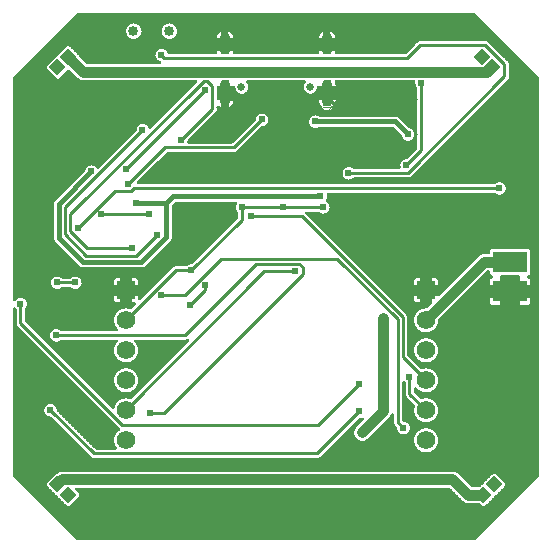
<source format=gbl>
G04 Layer: BottomLayer*
G04 EasyEDA Pro v2.2.40.8, 2025-10-27 13:57:15*
G04 Gerber Generator version 0.3*
G04 Scale: 100 percent, Rotated: No, Reflected: No*
G04 Dimensions in millimeters*
G04 Leading zeros omitted, absolute positions, 4 integers and 5 decimals*
G04 Generated by one-click*
%FSLAX45Y45*%
%MOMM*%
%AMRect*21,1,$1,$2,0,0,$3*%
%ADD10C,0.0254*%
%ADD11C,0.64999*%
%ADD12C,0.84988*%
%ADD13C,0.61011*%
%ADD14Rect,1.016X1.016X45.0*%
%ADD15R,3.0049X1.8001*%
%ADD16R,2.99999X1.8001*%
%ADD17O,1.0X2.10007*%
%ADD18O,1.0X1.8001*%
%ADD19R,1.5748X1.5748*%
%ADD20C,1.5748*%
%ADD21C,0.254*%
%ADD22C,0.89992*%
%ADD23C,0.40005*%
G75*

G54D10*

G04 Copper Start*
G01X6119495Y6934139D02*
G01X6119495Y6936680D01*
G01X6058607Y6934138D02*
G01X6119495Y6934139D01*
G01X6058563Y6936679D02*
G01X6119495Y6936680D01*
G01X6055360Y6934200D02*
G01X6119495Y6934200D01*
G01X5426380Y6936679D02*
G01X5701593Y6936680D01*
G01X5426423Y6934138D02*
G01X5701637Y6934139D01*
G01X5422900Y6934200D02*
G01X5704840Y6934200D01*
G01X5276088Y7099021D02*
G01X5380936Y7099021D01*
G01X5276132Y7096480D02*
G01X5380980Y7096481D01*
G01X5273040Y7096760D02*
G01X5382260Y7096760D01*
G01X4723308Y7115515D02*
G01X5061668Y7115516D01*
G01X4723351Y7112975D02*
G01X5061712Y7112975D01*
G01X4721860Y7114540D02*
G01X5064760Y7114540D01*
G01X5125720Y6961886D02*
G01X5212036Y6961887D01*
G01X5125764Y6959345D02*
G01X5212080Y6959346D01*
G01X5123180Y6959600D02*
G01X5214620Y6959600D01*
G01X4879934Y6958889D02*
G01X5061668Y6958890D01*
G01X4879978Y6956348D02*
G01X5061712Y6956349D01*
G01X4876800Y6957060D02*
G01X5064760Y6957060D01*
G01X5014874Y6783319D02*
G01X5061722Y6783320D01*
G01X5014918Y6780778D02*
G01X5061765Y6780779D01*
G01X5011420Y6781800D02*
G01X5064760Y6781800D01*
G01X6119495Y7183940D02*
G01X6119495Y7186481D01*
G01X6058609Y7183940D02*
G01X6119495Y7183940D01*
G01X6058565Y7186480D02*
G01X6119495Y7186481D01*
G01X6055360Y7185660D02*
G01X6119495Y7185660D01*
G01X6119495Y6526505D02*
G01X6119495Y6529045D01*
G01X5276081Y6526504D02*
G01X6119495Y6526505D01*
G01X5276037Y6529045D02*
G01X6119495Y6529045D01*
G01X5273040Y6527800D02*
G01X6119495Y6527800D01*
G01X5014874Y6529045D02*
G01X5061668Y6529045D01*
G01X5014918Y6526504D02*
G01X5061712Y6526505D01*
G01X5011420Y6527800D02*
G01X5064760Y6527800D01*
G01X6119495Y5764505D02*
G01X6119495Y5767045D01*
G01X5276081Y5764504D02*
G01X6119495Y5764505D01*
G01X5276037Y5767045D02*
G01X6119495Y5767045D01*
G01X5273040Y5765800D02*
G01X6119495Y5765800D01*
G01X4664149Y5767045D02*
G01X5061668Y5767045D01*
G01X4664192Y5764504D02*
G01X5061712Y5764505D01*
G01X4660900Y5765800D02*
G01X5064760Y5765800D01*
G01X4302100Y9231376D02*
G01X4359663Y9231377D01*
G01X4302143Y9228835D02*
G01X4359707Y9228836D01*
G01X4300220Y9230360D02*
G01X4361180Y9230360D01*
G01X5783594Y9173871D02*
G01X5786133Y9171332D01*
G01X4408518Y9171330D02*
G01X5786084Y9171330D01*
G01X4408475Y9173870D02*
G01X5783594Y9173871D01*
G01X4406900Y9171940D02*
G01X5785525Y9171940D01*
G01X4409034Y8648700D02*
G01X5090777Y8648701D01*
G01X4409077Y8646159D02*
G01X5090820Y8646160D01*
G01X4409034Y8648700D02*
G01X5092700Y8648700D01*
G01X4406900Y8646160D02*
G01X5090820Y8646160D01*
G01X4302100Y9202623D02*
G01X4359663Y9202624D01*
G01X4302143Y9200082D02*
G01X4359707Y9200083D01*
G01X4300220Y9202420D02*
G01X4361180Y9202420D01*
G01X4359663Y8583626D02*
G03X4359637Y8582663I17880J-963D01*
G01X4359663Y8583625D02*
G03X4359637Y8582663I17880J-963D01*
G01X4359637Y8582663D02*
G03X4359707Y8581085I17907J0D01*
G01X4359637Y8582663D02*
G03X4359707Y8581085I17910J0D01*
G01X4302143Y8581084D02*
G03X4302169Y8582048I-17881J963D01*
G01X4302169Y8582048D02*
G03X4302100Y8583625I-17907J0D01*
G01X4302169Y8582048D02*
G03X4302100Y8583625I-17906J0D01*
G01X4302143Y8581085D02*
G03X4302169Y8582048I-17881J963D01*
G01X4302159Y8582660D02*
G01X4359637Y8582660D01*
G01X4302100Y8583625D02*
G01X4359663Y8583626D01*
G01X4302143Y8581084D02*
G01X4359707Y8581085D01*
G01X4302100Y8583625D02*
G01X4359663Y8583626D01*
G01X4302143Y8581084D02*
G01X4359707Y8581085D01*
G01X4300220Y8582660D02*
G01X4361180Y8582660D01*
G01X3545027Y8648700D02*
G01X4252729Y8648701D01*
G01X3545071Y8646159D02*
G01X4252773Y8646160D01*
G01X3545027Y8648700D02*
G01X4254500Y8648700D01*
G01X3543300Y8646160D02*
G01X4252773Y8646160D01*
G01X3438093Y8648700D02*
G01X3495657Y8648701D01*
G01X3438137Y8646159D02*
G01X3495700Y8646160D01*
G01X3438093Y8648700D02*
G01X3497580Y8648700D01*
G01X3436620Y8646160D02*
G01X3495700Y8646160D01*
G01X3837706Y8465058D02*
G01X4172158Y8465059D01*
G01X3837750Y8462517D02*
G01X4172201Y8462518D01*
G01X3835400Y8463280D02*
G01X4175760Y8463280D01*
G01X5075009Y8357311D02*
G01X5090777Y8357312D01*
G01X5075053Y8354770D02*
G01X5090820Y8354771D01*
G01X5072380Y8356600D02*
G01X5092700Y8356600D01*
G01X3438093Y9231376D02*
G01X3495657Y9231377D01*
G01X3438137Y9228835D02*
G01X3495700Y9228836D01*
G01X3436620Y9230360D02*
G01X3497580Y9230360D01*
G01X3545027Y8648649D02*
G01X4252729Y8648650D01*
G01X3545071Y8646108D02*
G01X4252773Y8646109D01*
G01X3543300Y8646160D02*
G01X4254500Y8646160D01*
G01X3438093Y8583625D02*
G01X3495657Y8583626D01*
G01X3438137Y8581084D02*
G01X3495700Y8581085D01*
G01X3436620Y8582660D02*
G01X3497580Y8582660D01*
G01X3402127Y8583625D02*
G01X3429419Y8583626D01*
G01X3402170Y8581084D02*
G01X3429462Y8581085D01*
G01X3398520Y8582660D02*
G01X3431540Y8582660D01*
G01X3035958Y9173870D02*
G01X3389282Y9173871D01*
G01X3036002Y9171330D02*
G01X3389325Y9171330D01*
G01X3032760Y9171940D02*
G01X3390900Y9171940D01*
G01X3438093Y9202623D02*
G01X3495657Y9202624D01*
G01X3438137Y9200082D02*
G01X3495700Y9200083D01*
G01X3436620Y9202420D02*
G01X3497580Y9202420D01*
G01X5725834Y9231631D02*
G01X5728373Y9229092D01*
G01X4367548Y9229089D02*
G01X5728325Y9229090D01*
G01X4367505Y9231630D02*
G01X5725834Y9231631D01*
G01X4363720Y9230360D02*
G01X5727105Y9230360D01*
G01X4302087Y9231630D02*
G01X4359676Y9231631D01*
G01X4302131Y9229089D02*
G01X4359720Y9229090D01*
G01X4300220Y9230360D02*
G01X4361180Y9230360D01*
G01X3503498Y9231630D02*
G01X4294146Y9231631D01*
G01X3503542Y9229089D02*
G01X4294190Y9229090D01*
G01X3500120Y9230360D02*
G01X4297680Y9230360D01*
G01X3438083Y9231630D02*
G01X3495669Y9231631D01*
G01X3438127Y9229089D02*
G01X3495713Y9229090D01*
G01X3436620Y9230360D02*
G01X3497580Y9230360D01*
G01X3065729Y9231630D02*
G01X3430140Y9231631D01*
G01X3065773Y9229089D02*
G01X3430184Y9229090D01*
G01X3063240Y9230360D02*
G01X3431540Y9230360D01*
G01X2736088Y7099021D02*
G01X2886631Y7099021D01*
G01X2736132Y7096480D02*
G01X2886674Y7096481D01*
G01X2733040Y7096760D02*
G01X2887980Y7096760D01*
G01X2071965Y9231630D02*
G01X2623827Y9231631D01*
G01X2070695Y9230360D02*
G01X2626360Y9230360D01*
G01X2069425Y9229090D02*
G01X2071965Y9231630D01*
G01X2069519Y9229089D02*
G01X2623871Y9229090D01*
G01X2257268Y7115515D02*
G01X2521668Y7115516D01*
G01X2257311Y7112975D02*
G01X2521712Y7112975D01*
G01X2255520Y7114540D02*
G01X2524760Y7114540D01*
G01X2585720Y6961886D02*
G01X2672036Y6961887D01*
G01X2585764Y6959345D02*
G01X2672080Y6959346D01*
G01X2583180Y6959600D02*
G01X2674620Y6959600D01*
G01X1781762Y6958889D02*
G01X2521668Y6958890D01*
G01X1781805Y6956348D02*
G01X2521712Y6956349D01*
G01X1778000Y6957060D02*
G01X2524760Y6957060D01*
G01X2736037Y6275045D02*
G01X2824662Y6275045D01*
G01X2736081Y6272504D02*
G01X2824706Y6272505D01*
G01X2733040Y6273800D02*
G01X2827020Y6273800D01*
G01X2280135Y6275045D02*
G01X2521668Y6275045D01*
G01X2280179Y6272504D02*
G01X2521712Y6272505D01*
G01X2278380Y6273800D02*
G01X2524760Y6273800D01*
G01X1678305Y7101761D02*
G01X1986483Y7101762D01*
G01X1678305Y7099300D02*
G01X1988820Y7099300D01*
G01X1678305Y7099220D02*
G01X1986526Y7099221D01*
G01X1678305Y7099220D02*
G01X1678305Y7101761D01*
G01X2258954Y7101535D02*
G01X2521668Y7101536D01*
G01X2258998Y7098994D02*
G01X2521712Y7098995D01*
G01X2255520Y7099300D02*
G01X2524760Y7099300D01*
G01X6046866Y5389601D02*
G01X6049406Y5392141D01*
G01X5845755Y5389600D02*
G01X6046866Y5389601D01*
G01X5845711Y5392141D02*
G01X6049312Y5392141D01*
G01X5842000Y5389880D02*
G01X6047145Y5389880D01*
G01X1753195Y5387340D02*
G01X1955800Y5387340D01*
G01X1753805Y5386730D02*
G01X1952396Y5386730D01*
G01X1751315Y5389270D02*
G01X1952353Y5389271D01*
G01X1751267Y5389268D02*
G01X1753805Y5386730D01*
G01X6057269Y7183940D02*
G01X6119495Y7183940D01*
G01X6057199Y7183120D02*
G01X6119495Y7183120D01*
G01X6056892Y7180580D02*
G01X6119495Y7180580D01*
G01X6056326Y7178040D02*
G01X6119495Y7178040D01*
G01X6057129Y7182195D02*
G01X6057272Y7184087D01*
G01X6056852Y7180308D02*
G01X6057129Y7182195D01*
G01X6056445Y7178446D02*
G01X6056852Y7180308D01*
G01X6055908Y7176616D02*
G01X6056445Y7178446D01*
G01X6055495Y7175500D02*
G01X6119495Y7175500D01*
G01X6054389Y7172960D02*
G01X6119495Y7172960D01*
G01X6052926Y7170420D02*
G01X6119495Y7170420D01*
G01X6055246Y7174828D02*
G01X6055908Y7176616D01*
G01X6054460Y7173091D02*
G01X6055246Y7174828D01*
G01X6053555Y7171413D02*
G01X6054460Y7173091D01*
G01X6052535Y7169802D02*
G01X6053555Y7171413D01*
G01X6051405Y7168266D02*
G01X6052535Y7169802D01*
G01X6051078Y7167880D02*
G01X6119495Y7167880D01*
G01X6048716Y7165340D02*
G01X6119495Y7165340D01*
G01X6050171Y7166812D02*
G01X6051405Y7168266D01*
G01X6048838Y7165448D02*
G01X6050171Y7166812D01*
G01X6047414Y7164181D02*
G01X6048838Y7165448D01*
G01X6045904Y7163016D02*
G01X6047414Y7164181D01*
G01X6044317Y7161959D02*
G01X6045904Y7163016D01*
G01X6045580Y7162800D02*
G01X6119495Y7162800D01*
G01X6041089Y7160260D02*
G01X6119495Y7160260D01*
G01X6042661Y7161015D02*
G01X6044317Y7161959D01*
G01X6040942Y7160190D02*
G01X6042661Y7161015D01*
G01X6039170Y7159486D02*
G01X6040942Y7160190D01*
G01X6037353Y7158907D02*
G01X6039170Y7159486D01*
G01X6035543Y7158467D02*
G01X6037353Y7158907D01*
G01X6034899Y7158192D02*
G01X6035503Y7158444D01*
G01X6034022Y7157720D02*
G01X6119495Y7157720D01*
G01X6034344Y7157912D02*
G01X6034899Y7158192D01*
G01X6033809Y7157593D02*
G01X6034344Y7157912D01*
G01X6033298Y7157238D02*
G01X6033809Y7157593D01*
G01X6032813Y7156848D02*
G01X6033298Y7157238D01*
G01X6032357Y7156425D02*
G01X6032813Y7156848D01*
G01X6031319Y7155180D02*
G01X6119495Y7155180D01*
G01X6031314Y7145020D02*
G01X6119495Y7145020D01*
G01X6031931Y7155971D02*
G01X6032357Y7156425D01*
G01X6031538Y7155489D02*
G01X6031931Y7155971D01*
G01X6031178Y7154980D02*
G01X6031538Y7155489D01*
G01X6030857Y7154449D02*
G01X6031178Y7154980D01*
G01X6030572Y7153895D02*
G01X6030857Y7154449D01*
G01X6030327Y7153323D02*
G01X6030572Y7153895D01*
G01X6030097Y7152640D02*
G01X6119495Y7152640D01*
G01X6030122Y7152735D02*
G01X6030327Y7153323D01*
G01X6029960Y7152135D02*
G01X6030122Y7152735D01*
G01X6029839Y7151524D02*
G01X6029960Y7152135D01*
G01X6030099Y7147560D02*
G01X6119495Y7147560D01*
G01X6029729Y7150100D02*
G01X6119495Y7150100D01*
G01X6030682Y7146080D02*
G01X6030982Y7145535D01*
G01X6030421Y7146645D02*
G01X6030682Y7146080D01*
G01X6030020Y7147822D02*
G01X6030200Y7147226D01*
G01X6029882Y7148428D02*
G01X6030020Y7147822D01*
G01X6030200Y7147226D02*
G01X6030421Y7146645D01*
G01X5952464Y7157847D02*
G01X5953074Y7157744D01*
G01X5951848Y7157907D02*
G01X5952464Y7157847D01*
G01X5953676Y7157599D02*
G01X5954265Y7157413D01*
G01X5953074Y7157744D02*
G01X5953676Y7157599D01*
G01X5951230Y7157924D02*
G01X5951848Y7157907D01*
G01X5808929Y7157923D02*
G01X5951230Y7157924D01*
G01X5808542Y7157916D02*
G01X5808929Y7157923D01*
G01X5956453Y7156271D02*
G01X5956943Y7155895D01*
G01X5955937Y7156614D02*
G01X5956453Y7156271D01*
G01X5957406Y7155485D02*
G01X5957839Y7155042D01*
G01X5956943Y7155895D02*
G01X5957406Y7155485D01*
G01X5954841Y7157186D02*
G01X5955399Y7156919D01*
G01X5954265Y7157413D02*
G01X5954841Y7157186D01*
G01X5955399Y7156919D02*
G01X5955937Y7156614D01*
G01X5807907Y7157868D02*
G01X5808542Y7157916D01*
G01X5807294Y7157777D02*
G01X5807907Y7157868D01*
G01X5807035Y7157720D02*
G01X5953175Y7157720D01*
G01X5806691Y7157644D02*
G01X5807294Y7157777D01*
G01X5806097Y7157469D02*
G01X5806691Y7157644D01*
G01X5805518Y7157253D02*
G01X5806097Y7157469D01*
G01X5804954Y7156997D02*
G01X5805518Y7157253D01*
G01X5804410Y7156702D02*
G01X5804954Y7156997D01*
G01X5803888Y7156370D02*
G01X5804410Y7156702D01*
G01X5803391Y7156003D02*
G01X5803888Y7156370D01*
G01X5802490Y7155180D02*
G01X5957704Y7155180D01*
G01X5802920Y7155601D02*
G01X5803391Y7156003D01*
G01X5802478Y7155168D02*
G01X5802920Y7155601D01*
G01X5802068Y7154706D02*
G01X5802478Y7155168D01*
G01X5959706Y7151866D02*
G01X5959881Y7151272D01*
G01X5959490Y7152445D02*
G01X5959706Y7151866D01*
G01X6029761Y7150907D02*
G01X6029839Y7151524D01*
G01X5959881Y7151272D02*
G01X5960015Y7150668D01*
G01X5958940Y7153552D02*
G01X5959234Y7153008D01*
G01X5958608Y7154074D02*
G01X5958940Y7153552D01*
G01X5959234Y7153008D02*
G01X5959490Y7152445D01*
G01X6029726Y7150286D02*
G01X6029735Y7149663D01*
G01X6029726Y7150286D02*
G01X6029761Y7150907D01*
G01X6029787Y7149044D02*
G01X6029882Y7148428D01*
G01X6029735Y7149663D02*
G01X6029787Y7149044D01*
G01X5960106Y7150056D02*
G01X5960154Y7149421D01*
G01X5960015Y7150668D02*
G01X5960106Y7150056D01*
G01X5960154Y7149421D02*
G01X5960161Y7149033D01*
G01X5957839Y7155042D02*
G01X5958240Y7154572D01*
G01X5801691Y7154215D02*
G01X5802068Y7154706D01*
G01X5958240Y7154572D02*
G01X5958608Y7154074D01*
G01X5800795Y7152640D02*
G01X5959402Y7152640D01*
G01X5801349Y7153699D02*
G01X5801691Y7154215D01*
G01X5801044Y7153161D02*
G01X5801349Y7153699D01*
G01X5800777Y7152603D02*
G01X5801044Y7153161D01*
G01X5800549Y7152028D02*
G01X5800777Y7152603D01*
G01X5800363Y7151438D02*
G01X5800549Y7152028D01*
G01X5800103Y7150100D02*
G01X5960099Y7150100D01*
G01X5800218Y7150837D02*
G01X5800363Y7151438D01*
G01X5800115Y7150226D02*
G01X5800218Y7150837D01*
G01X5800055Y7149611D02*
G01X5800115Y7150226D01*
G01X6057290Y7114540D02*
G01X6119495Y7114540D01*
G01X6057183Y7117080D02*
G01X6119495Y7117080D01*
G01X6057290Y7104380D02*
G01X6119495Y7104380D01*
G01X6057290Y7112000D02*
G01X6119495Y7112000D01*
G01X6057290Y7109460D02*
G01X6119495Y7109460D01*
G01X6057243Y7116450D02*
G01X6057290Y7114556D01*
G01X6057290Y7106920D02*
G01X6119495Y7106920D01*
G01X6057290Y7099300D02*
G01X6119495Y7099300D01*
G01X6057290Y7101840D02*
G01X6119495Y7101840D01*
G01X6057290Y7094220D02*
G01X6119495Y7094220D01*
G01X6057290Y7096760D02*
G01X6119495Y7096760D01*
G01X6119495Y6936679D02*
G01X6119495Y7183940D01*
G01X6057290Y7075170D02*
G01X6057290Y7114556D01*
G01X6057290Y7091680D02*
G01X6119495Y7091680D01*
G01X6051004Y7132320D02*
G01X6119495Y7132320D01*
G01X6048615Y7134860D02*
G01X6119495Y7134860D01*
G01X6054316Y7127240D02*
G01X6119495Y7127240D01*
G01X6052846Y7129780D02*
G01X6119495Y7129780D01*
G01X6040978Y7139940D02*
G01X6119495Y7139940D01*
G01X6034013Y7142480D02*
G01X6119495Y7142480D01*
G01X6045493Y7137400D02*
G01X6119495Y7137400D01*
G01X6056291Y7122160D02*
G01X6119495Y7122160D01*
G01X6055435Y7124700D02*
G01X6119495Y7124700D01*
G01X6057061Y7118364D02*
G01X6057243Y7116450D01*
G01X6056853Y7119620D02*
G01X6119495Y7119620D01*
G01X6056300Y7122132D02*
G01X6056746Y7120261D01*
G01X6055723Y7123966D02*
G01X6056300Y7122132D01*
G01X6056746Y7120261D02*
G01X6057061Y7118364D01*
G01X6057290Y7078980D02*
G01X6119495Y7078980D01*
G01X6057290Y7081520D02*
G01X6119495Y7081520D01*
G01X6057290Y6974840D02*
G01X6119495Y6974840D01*
G01X6057290Y7076440D02*
G01X6119495Y7076440D01*
G01X6057290Y7086600D02*
G01X6119495Y7086600D01*
G01X6057290Y7089140D02*
G01X6119495Y7089140D01*
G01X6057290Y7084060D02*
G01X6119495Y7084060D01*
G01X6057290Y6969760D02*
G01X6119495Y6969760D01*
G01X6057290Y6972300D02*
G01X6119495Y6972300D01*
G01X6057290Y6964680D02*
G01X6119495Y6964680D01*
G01X6057290Y6967220D02*
G01X6119495Y6967220D01*
G01X6057293Y6935468D02*
G01X6057293Y6936679D01*
G01X6057290Y6935673D02*
G01X6057290Y6975043D01*
G01X6057293Y6936679D02*
G01X6119495Y6936679D01*
G01X6057290Y6957060D02*
G01X6119495Y6957060D01*
G01X6057290Y6959600D02*
G01X6119495Y6959600D01*
G01X6057290Y6951980D02*
G01X6119495Y6951980D01*
G01X6057290Y6954520D02*
G01X6119495Y6954520D01*
G01X5960161Y6975043D02*
G01X6057290Y6975043D01*
G01X5960161Y7075170D02*
G01X6057290Y7075170D01*
G01X6057290Y6962140D02*
G01X6119495Y6962140D01*
G01X6057290Y6939280D02*
G01X6119495Y6939280D01*
G01X6057290Y6941820D02*
G01X6119495Y6941820D01*
G01X6057290Y6936740D02*
G01X6119495Y6936740D01*
G01X6057290Y6946900D02*
G01X6119495Y6946900D01*
G01X6057290Y6949440D02*
G01X6119495Y6949440D01*
G01X6057290Y6944360D02*
G01X6119495Y6944360D01*
G01X6043754Y7138523D02*
G01X6045374Y7137488D01*
G01X6042065Y7139443D02*
G01X6043754Y7138523D01*
G01X6046919Y7136342D02*
G01X6048380Y7135091D01*
G01X6045374Y7137488D02*
G01X6046919Y7136342D01*
G01X6038515Y7140918D02*
G01X6040316Y7140243D01*
G01X6036680Y7141464D02*
G01X6038515Y7140918D01*
G01X6040316Y7140243D02*
G01X6042065Y7139443D01*
G01X6053250Y7129168D02*
G01X6054195Y7127493D01*
G01X6052191Y7130773D02*
G01X6053250Y7129168D01*
G01X6055021Y7125757D02*
G01X6055723Y7123966D01*
G01X6054195Y7127493D02*
G01X6055021Y7125757D01*
G01X6049749Y7133742D02*
G01X6051022Y7132300D01*
G01X6048380Y7135091D02*
G01X6049749Y7133742D01*
G01X6051022Y7132300D02*
G01X6052191Y7130773D01*
G01X6032537Y7143601D02*
G01X6033005Y7143191D01*
G01X6032099Y7144042D02*
G01X6032537Y7143601D01*
G01X6033501Y7142815D02*
G01X6034022Y7142474D01*
G01X6033005Y7143191D02*
G01X6033501Y7142815D01*
G01X6031319Y7145011D02*
G01X6031692Y7144513D01*
G01X6030982Y7145535D02*
G01X6031319Y7145011D01*
G01X6031692Y7144513D02*
G01X6032099Y7144042D01*
G01X6034565Y7142171D02*
G01X6035128Y7141906D01*
G01X6034022Y7142474D02*
G01X6034565Y7142171D01*
G01X6035708Y7141681D02*
G01X6036680Y7141464D01*
G01X6035128Y7141906D02*
G01X6035708Y7141681D01*
G01X5960161Y7075170D02*
G01X5960161Y7149033D01*
G01X5800039Y7112000D02*
G01X5960161Y7112000D01*
G01X5800039Y7109460D02*
G01X5960161Y7109460D01*
G01X5800039Y7076440D02*
G01X5960161Y7076440D01*
G01X5800039Y7078980D02*
G01X5960161Y7078980D01*
G01X5800039Y6972300D02*
G01X5960161Y6972300D01*
G01X5800039Y6974840D02*
G01X5960161Y6974840D01*
G01X5800039Y7084060D02*
G01X5960161Y7084060D01*
G01X5800039Y7086600D02*
G01X5960161Y7086600D01*
G01X5800039Y7081520D02*
G01X5960161Y7081520D01*
G01X5800039Y6967220D02*
G01X5960161Y6967220D01*
G01X5800039Y6969760D02*
G01X5960161Y6969760D01*
G01X5800039Y6949440D02*
G01X5960161Y6949440D01*
G01X5800039Y6951980D02*
G01X5960161Y6951980D01*
G01X5960161Y6942760D02*
G01X5960161Y6975043D01*
G01X5800039Y6942760D02*
G01X5800039Y6975043D01*
G01X5800039Y6946900D02*
G01X5960161Y6946900D01*
G01X5800039Y7094220D02*
G01X5960161Y7094220D01*
G01X5800039Y7099300D02*
G01X5960161Y7099300D01*
G01X5800039Y6964680D02*
G01X5960161Y6964680D01*
G01X5800039Y7091680D02*
G01X5960161Y7091680D01*
G01X5800039Y7104380D02*
G01X5960161Y7104380D01*
G01X5800039Y7106920D02*
G01X5960161Y7106920D01*
G01X5800039Y7101840D02*
G01X5960161Y7101840D01*
G01X5800039Y6944360D02*
G01X5960161Y6944360D01*
G01X5800039Y6954520D02*
G01X5960161Y6954520D01*
G01X5800039Y6942760D02*
G01X5960161Y6942760D01*
G01X5800039Y6959600D02*
G01X5960161Y6959600D01*
G01X5800039Y6962140D02*
G01X5960161Y6962140D01*
G01X5800039Y6957060D02*
G01X5960161Y6957060D01*
G01X5729218Y7154665D02*
G01X5729518Y7154120D01*
G01X5728881Y7155189D02*
G01X5729218Y7154665D01*
G01X5729779Y7153555D02*
G01X5730000Y7152974D01*
G01X5729518Y7154120D02*
G01X5729779Y7153555D01*
G01X5728101Y7156158D02*
G01X5728508Y7155687D01*
G01X5727663Y7156599D02*
G01X5728101Y7156158D01*
G01X5728508Y7155687D02*
G01X5728881Y7155189D01*
G01X5730465Y7150537D02*
G01X5730474Y7149914D01*
G01X5730413Y7151156D02*
G01X5730465Y7150537D01*
G01X5800038Y7148993D02*
G01X5800055Y7149611D01*
G01X5730439Y7149293D02*
G01X5730474Y7149914D01*
G01X5730180Y7152378D02*
G01X5730318Y7151772D01*
G01X5730000Y7152974D02*
G01X5730180Y7152378D01*
G01X5730318Y7151772D02*
G01X5730413Y7151156D01*
G01X5724492Y7158519D02*
G01X5725072Y7158294D01*
G01X5723520Y7158736D02*
G01X5724492Y7158519D01*
G01X5725635Y7158029D02*
G01X5726178Y7157726D01*
G01X5725072Y7158294D02*
G01X5725635Y7158029D01*
G01X5719884Y7159957D02*
G01X5721685Y7159282D01*
G01X5718135Y7160757D02*
G01X5719884Y7159957D01*
G01X5721685Y7159282D02*
G01X5723520Y7158736D01*
G01X5727195Y7157009D02*
G01X5727663Y7156599D01*
G01X5644355Y7155180D02*
G01X5728886Y7155180D01*
G01X5641815Y7152640D02*
G01X5730101Y7152640D01*
G01X5639275Y7150100D02*
G01X5730471Y7150100D01*
G01X5726178Y7157726D02*
G01X5726699Y7157385D01*
G01X5646895Y7157720D02*
G01X5726187Y7157720D01*
G01X5726699Y7157385D02*
G01X5727195Y7157009D01*
G01X5730361Y7148676D02*
G01X5730439Y7149293D01*
G01X5730240Y7148065D02*
G01X5730361Y7148676D01*
G01X5800038Y7147560D02*
G01X5960161Y7147560D01*
G01X5730078Y7147465D02*
G01X5730240Y7148065D01*
G01X5729873Y7146877D02*
G01X5730078Y7147465D01*
G01X5729628Y7146305D02*
G01X5729873Y7146877D01*
G01X5729343Y7145751D02*
G01X5729628Y7146305D01*
G01X5800038Y7142480D02*
G01X5960161Y7142480D01*
G01X5800038Y7145020D02*
G01X5960161Y7145020D01*
G01X5800039Y7134860D02*
G01X5960161Y7134860D01*
G01X5800038Y7139940D02*
G01X5960161Y7139940D01*
G01X5729022Y7145220D02*
G01X5729343Y7145751D01*
G01X5728662Y7144711D02*
G01X5729022Y7145220D01*
G01X5800038Y7137400D02*
G01X5960161Y7137400D01*
G01X5636735Y7147560D02*
G01X5730103Y7147560D01*
G01X5634195Y7145020D02*
G01X5728881Y7145020D01*
G01X5728269Y7144229D02*
G01X5728662Y7144711D01*
G01X5727843Y7143775D02*
G01X5728269Y7144229D01*
G01X5727387Y7143352D02*
G01X5727843Y7143775D01*
G01X5726902Y7142962D02*
G01X5727387Y7143352D01*
G01X5726391Y7142607D02*
G01X5726902Y7142962D01*
G01X5725856Y7142288D02*
G01X5726391Y7142607D01*
G01X5631655Y7142480D02*
G01X5726178Y7142480D01*
G01X5725301Y7142008D02*
G01X5725856Y7142288D01*
G01X5724697Y7141756D02*
G01X5725301Y7142008D01*
G01X5722830Y7141277D02*
G01X5724649Y7141731D01*
G01X5721004Y7140684D02*
G01X5722830Y7141277D01*
G01X5719224Y7139965D02*
G01X5721004Y7140684D01*
G01X5702658Y7193280D02*
G01X5702918Y7192091D01*
G01X5702315Y7194449D02*
G01X5702658Y7193280D01*
G01X5703095Y7190886D02*
G01X5703188Y7189672D01*
G01X5702918Y7192091D02*
G01X5703095Y7190886D01*
G01X5701389Y7196700D02*
G01X5701891Y7195591D01*
G01X5700811Y7197772D02*
G01X5701389Y7196700D01*
G01X5701891Y7195591D02*
G01X5702315Y7194449D01*
G01X5703188Y7189672D02*
G01X5703195Y7188454D01*
G01X5703118Y7187238D02*
G01X5703195Y7188454D01*
G01X5703454Y7179939D02*
G01X5703900Y7178068D01*
G01X5703139Y7181836D02*
G01X5703454Y7179939D01*
G01X5702947Y7185988D02*
G01X5703118Y7187238D01*
G01X5702907Y7185753D02*
G01X5702957Y7183750D01*
G01X5702957Y7183750D02*
G01X5703139Y7181836D01*
G01X5697441Y7200464D02*
G01X5700304Y7198569D01*
G01X5694021Y7201130D02*
G01X5697441Y7200464D01*
G01X5700304Y7198569D02*
G01X5700811Y7197772D01*
G01X5687535Y7198360D02*
G01X5700437Y7198360D01*
G01X5692857Y7200900D02*
G01X5695201Y7200900D01*
G01X5690651Y7200465D02*
G01X5694021Y7201130D01*
G01X5687664Y7198489D02*
G01X5690651Y7200465D01*
G01X5679915Y7190740D02*
G01X5703106Y7190740D01*
G01X5677375Y7188200D02*
G01X5703179Y7188200D01*
G01X5672295Y7183120D02*
G01X5703017Y7183120D01*
G01X5669755Y7180580D02*
G01X5703347Y7180580D01*
G01X5684995Y7195820D02*
G01X5701787Y7195820D01*
G01X5682455Y7193280D02*
G01X5702658Y7193280D01*
G01X5674835Y7185660D02*
G01X5702909Y7185660D01*
G01X5709178Y7167900D02*
G01X5710451Y7166458D01*
G01X5708009Y7169427D02*
G01X5709178Y7167900D01*
G01X5711820Y7165109D02*
G01X5713281Y7163858D01*
G01X5710451Y7166458D02*
G01X5711820Y7165109D01*
G01X5706005Y7172707D02*
G01X5706950Y7171032D01*
G01X5705179Y7174443D02*
G01X5706005Y7172707D01*
G01X5706950Y7171032D02*
G01X5708009Y7169427D01*
G01X5716446Y7161677D02*
G01X5718135Y7160757D01*
G01X5714826Y7162712D02*
G01X5716446Y7161677D01*
G01X5717499Y7139124D02*
G01X5719224Y7139965D01*
G01X5715836Y7138164D02*
G01X5717499Y7139124D01*
G01X5714245Y7137091D02*
G01X5715836Y7138164D01*
G01X5713281Y7163858D02*
G01X5714826Y7162712D01*
G01X5712732Y7135909D02*
G01X5714245Y7137091D01*
G01X5704477Y7176234D02*
G01X5705179Y7174443D01*
G01X5662135Y7172960D02*
G01X5705884Y7172960D01*
G01X5659595Y7170420D02*
G01X5707354Y7170420D01*
G01X5657055Y7167880D02*
G01X5709196Y7167880D01*
G01X5703900Y7178068D02*
G01X5704477Y7176234D01*
G01X5667215Y7178040D02*
G01X5703909Y7178040D01*
G01X5664675Y7175500D02*
G01X5704765Y7175500D01*
G01X5651975Y7162800D02*
G01X5714707Y7162800D01*
G01X5649435Y7160260D02*
G01X5719222Y7160260D01*
G01X5629115Y7139940D02*
G01X5719172Y7139940D01*
G01X5654515Y7165340D02*
G01X5711585Y7165340D01*
G01X5626575Y7137400D02*
G01X5714704Y7137400D01*
G01X5624035Y7134860D02*
G01X5711567Y7134860D01*
G01X5800039Y7129780D02*
G01X5960161Y7129780D01*
G01X5800039Y7132320D02*
G01X5960161Y7132320D01*
G01X5800039Y7124700D02*
G01X5960161Y7124700D01*
G01X5800039Y7127240D02*
G01X5960161Y7127240D01*
G01X5711306Y7134624D02*
G01X5712732Y7135909D01*
G01X5709972Y7133243D02*
G01X5711306Y7134624D01*
G01X5708738Y7131773D02*
G01X5709972Y7133243D01*
G01X5800039Y7119620D02*
G01X5960161Y7119620D01*
G01X5800039Y7122160D02*
G01X5960161Y7122160D01*
G01X5800039Y7114540D02*
G01X5960161Y7114540D01*
G01X5800039Y7117080D02*
G01X5960161Y7117080D01*
G01X5800039Y7096760D02*
G01X5960161Y7096760D01*
G01X5800038Y7148993D02*
G01X5800039Y7075170D01*
G01X5800039Y7089140D02*
G01X5960161Y7089140D01*
G01X5557995Y7068820D02*
G01X6119495Y7068820D01*
G01X5555455Y7066280D02*
G01X6119495Y7066280D01*
G01X5552915Y7063740D02*
G01X6119495Y7063740D01*
G01X5550375Y7061200D02*
G01X6119495Y7061200D01*
G01X5702910Y7075170D02*
G01X5800039Y7075170D01*
G01X5563075Y7073900D02*
G01X6119495Y7073900D01*
G01X5560535Y7071360D02*
G01X6119495Y7071360D01*
G01X5540215Y7051040D02*
G01X6119495Y7051040D01*
G01X5537675Y7048500D02*
G01X6119495Y7048500D01*
G01X5535135Y7045960D02*
G01X6119495Y7045960D01*
G01X5532595Y7043420D02*
G01X6119495Y7043420D01*
G01X5547835Y7058660D02*
G01X6119495Y7058660D01*
G01X5545295Y7056120D02*
G01X6119495Y7056120D01*
G01X5542755Y7053580D02*
G01X6119495Y7053580D01*
G01X5522435Y7033260D02*
G01X6119495Y7033260D01*
G01X5519895Y7030720D02*
G01X6119495Y7030720D01*
G01X5517355Y7028180D02*
G01X6119495Y7028180D01*
G01X5514815Y7025640D02*
G01X6119495Y7025640D01*
G01X5530055Y7040880D02*
G01X6119495Y7040880D01*
G01X5527515Y7038340D02*
G01X6119495Y7038340D01*
G01X5524975Y7035800D02*
G01X6119495Y7035800D01*
G01X5512275Y7023100D02*
G01X6119495Y7023100D01*
G01X5509735Y7020560D02*
G01X6119495Y7020560D01*
G01X5507195Y7018020D02*
G01X6119495Y7018020D01*
G01X5504655Y7015480D02*
G01X6119495Y7015480D01*
G01X5502115Y7012940D02*
G01X6119495Y7012940D01*
G01X5499575Y7010400D02*
G01X6119495Y7010400D01*
G01X5702910Y6975043D02*
G01X5800039Y6975043D01*
G01X5489415Y7000240D02*
G01X6119495Y7000240D01*
G01X5486875Y6997700D02*
G01X6119495Y6997700D01*
G01X5484335Y6995160D02*
G01X6119495Y6995160D01*
G01X5481795Y6992620D02*
G01X6119495Y6992620D01*
G01X5497035Y7007860D02*
G01X6119495Y7007860D01*
G01X5494495Y7005320D02*
G01X6119495Y7005320D01*
G01X5491955Y7002780D02*
G01X6119495Y7002780D01*
G01X5471635Y6982460D02*
G01X6119495Y6982460D01*
G01X5469095Y6979920D02*
G01X6119495Y6979920D01*
G01X5466555Y6977380D02*
G01X6119495Y6977380D01*
G01X5479255Y6990080D02*
G01X6119495Y6990080D01*
G01X5476715Y6987540D02*
G01X6119495Y6987540D01*
G01X5474175Y6985000D02*
G01X6119495Y6985000D01*
G01X5707609Y7130220D02*
G01X5708738Y7131773D01*
G01X5621495Y7132320D02*
G01X5709197Y7132320D01*
G01X5706592Y7128592D02*
G01X5707609Y7130220D01*
G01X5618955Y7129780D02*
G01X5707335Y7129780D01*
G01X5705691Y7126897D02*
G01X5706592Y7128592D01*
G01X5616415Y7127240D02*
G01X5705873Y7127240D01*
G01X5704910Y7125143D02*
G01X5705691Y7126897D01*
G01X5704254Y7123339D02*
G01X5704910Y7125143D01*
G01X5703724Y7121494D02*
G01X5704254Y7123339D01*
G01X5703325Y7119616D02*
G01X5703724Y7121494D01*
G01X5703058Y7117715D02*
G01X5703325Y7119616D01*
G01X5702925Y7115808D02*
G01X5703058Y7117715D01*
G01X5702910Y7114540D02*
G01X5702925Y7115808D01*
G01X5702910Y7075170D02*
G01X5702910Y7114540D01*
G01X5613875Y7124700D02*
G01X5704749Y7124700D01*
G01X5611335Y7122160D02*
G01X5703915Y7122160D01*
G01X5608795Y7119620D02*
G01X5703326Y7119620D01*
G01X5606255Y7117080D02*
G01X5703013Y7117080D01*
G01X5603715Y7114540D02*
G01X5702910Y7114540D01*
G01X5601175Y7112000D02*
G01X5702910Y7112000D01*
G01X5598635Y7109460D02*
G01X5702910Y7109460D01*
G01X5596095Y7106920D02*
G01X5702910Y7106920D01*
G01X5593555Y7104380D02*
G01X5702910Y7104380D01*
G01X5591015Y7101840D02*
G01X5702910Y7101840D01*
G01X5588475Y7099300D02*
G01X5702910Y7099300D01*
G01X5585935Y7096760D02*
G01X5702910Y7096760D01*
G01X5425854Y6936679D02*
G01X5687664Y7198489D01*
G01X5583395Y7094220D02*
G01X5702910Y7094220D01*
G01X5573235Y7084060D02*
G01X5702910Y7084060D01*
G01X5570695Y7081520D02*
G01X5702910Y7081520D01*
G01X5568155Y7078980D02*
G01X5702910Y7078980D01*
G01X5565615Y7076440D02*
G01X5702910Y7076440D01*
G01X5580855Y7091680D02*
G01X5702910Y7091680D01*
G01X5578315Y7089140D02*
G01X5702910Y7089140D01*
G01X5575775Y7086600D02*
G01X5702910Y7086600D01*
G01X5702910Y6936679D02*
G01X5702910Y6975043D01*
G01X5456395Y6967220D02*
G01X5702910Y6967220D01*
G01X5702910Y6935685D02*
G01X5702910Y6936679D01*
G01X5702909Y6935492D02*
G01X5702937Y6936679D01*
G01X5464015Y6974840D02*
G01X5702910Y6974840D01*
G01X5461475Y6972300D02*
G01X5702910Y6972300D01*
G01X5458935Y6969760D02*
G01X5702910Y6969760D01*
G01X5446235Y6957060D02*
G01X5702910Y6957060D01*
G01X5443695Y6954520D02*
G01X5702910Y6954520D01*
G01X5441155Y6951980D02*
G01X5702910Y6951980D01*
G01X5438615Y6949440D02*
G01X5702910Y6949440D01*
G01X5453855Y6964680D02*
G01X5702910Y6964680D01*
G01X5451315Y6962140D02*
G01X5702910Y6962140D01*
G01X5448775Y6959600D02*
G01X5702910Y6959600D01*
G01X5428455Y6939280D02*
G01X5702910Y6939280D01*
G01X5425915Y6936740D02*
G01X5702910Y6936740D01*
G01X5425854Y6936679D02*
G01X5702910Y6936679D01*
G01X5436075Y6946900D02*
G01X5702910Y6946900D01*
G01X5433535Y6944360D02*
G01X5702910Y6944360D01*
G01X5430995Y6941820D02*
G01X5702910Y6941820D01*
G01X6057263Y6934139D02*
G01X6119495Y6934139D01*
G01X6057112Y6932262D02*
G01X6057264Y6934165D01*
G01X6057021Y6931660D02*
G01X6119495Y6931660D01*
G01X6056548Y6929120D02*
G01X6119495Y6929120D01*
G01X6056826Y6930366D02*
G01X6057112Y6932262D01*
G01X6056408Y6928494D02*
G01X6056826Y6930366D01*
G01X6055861Y6926656D02*
G01X6056408Y6928494D01*
G01X6055832Y6926580D02*
G01X6119495Y6926580D01*
G01X6054812Y6924040D02*
G01X6119495Y6924040D01*
G01X6053509Y6921500D02*
G01X6119495Y6921500D01*
G01X6055187Y6924860D02*
G01X6055861Y6926656D01*
G01X6054389Y6923116D02*
G01X6055187Y6924860D01*
G01X6053472Y6921432D02*
G01X6054389Y6923116D01*
G01X6052439Y6919816D02*
G01X6053472Y6921432D01*
G01X6051297Y6918276D02*
G01X6052439Y6919816D01*
G01X6051804Y6918960D02*
G01X6119495Y6918960D01*
G01X6049655Y6916420D02*
G01X6119495Y6916420D01*
G01X6050049Y6916820D02*
G01X6051297Y6918276D01*
G01X6048703Y6915454D02*
G01X6050049Y6916820D01*
G01X6047265Y6914185D02*
G01X6048703Y6915454D01*
G01X6046866Y6913880D02*
G01X6119495Y6913880D01*
G01X6045742Y6913020D02*
G01X6047265Y6914185D01*
G01X6043036Y6911340D02*
G01X6119495Y6911340D01*
G01X6044142Y6911964D02*
G01X6045742Y6913020D01*
G01X6042471Y6911021D02*
G01X6044142Y6911964D01*
G01X6040739Y6910198D02*
G01X6042471Y6911021D01*
G01X6038954Y6909498D02*
G01X6040739Y6910198D01*
G01X6037124Y6908924D02*
G01X6038954Y6909498D01*
G01X6036606Y6908800D02*
G01X6119495Y6908800D01*
G01X6035259Y6908478D02*
G01X6037124Y6908924D01*
G01X6033367Y6908164D02*
G01X6035259Y6908478D01*
G01X6031458Y6907983D02*
G01X6033367Y6908164D01*
G01X6029569Y6907936D02*
G01X6031458Y6907983D01*
G01X5387815Y6898640D02*
G01X6119495Y6898640D01*
G01X5385275Y6896100D02*
G01X6119495Y6896100D01*
G01X5382735Y6893560D02*
G01X6119495Y6893560D01*
G01X5395435Y6906260D02*
G01X6119495Y6906260D01*
G01X5392895Y6903720D02*
G01X6119495Y6903720D01*
G01X5390355Y6901180D02*
G01X6119495Y6901180D01*
G01X5372575Y6883400D02*
G01X6119495Y6883400D01*
G01X5370035Y6880860D02*
G01X6119495Y6880860D01*
G01X5367495Y6878320D02*
G01X6119495Y6878320D01*
G01X5364955Y6875780D02*
G01X6119495Y6875780D01*
G01X5380195Y6891020D02*
G01X6119495Y6891020D01*
G01X5377655Y6888480D02*
G01X6119495Y6888480D01*
G01X5375115Y6885940D02*
G01X6119495Y6885940D01*
G01X5354795Y6865620D02*
G01X6119495Y6865620D01*
G01X5352255Y6863080D02*
G01X6119495Y6863080D01*
G01X5349715Y6860540D02*
G01X6119495Y6860540D01*
G01X5362415Y6873240D02*
G01X6119495Y6873240D01*
G01X5359875Y6870700D02*
G01X6119495Y6870700D01*
G01X5357335Y6868160D02*
G01X6119495Y6868160D01*
G01X5800039Y6931660D02*
G01X5960161Y6931660D01*
G01X5800039Y6934200D02*
G01X5960161Y6934200D01*
G01X5800039Y6926580D02*
G01X5960161Y6926580D01*
G01X5800039Y6929120D02*
G01X5960161Y6929120D01*
G01X5800039Y6939280D02*
G01X5960161Y6939280D01*
G01X5800039Y6940220D02*
G01X5960161Y6940220D01*
G01X5800039Y6936740D02*
G01X5960161Y6936740D01*
G01X5960161Y6907936D02*
G01X5960161Y6940220D01*
G01X5800039Y6924040D02*
G01X5960161Y6924040D01*
G01X5800039Y6921500D02*
G01X5960161Y6921500D01*
G01X5800039Y6907936D02*
G01X5800039Y6940220D01*
G01X5706122Y6922511D02*
G01X5707081Y6920851D01*
G01X5707081Y6920851D02*
G01X5708153Y6919260D01*
G01X5703174Y6931586D02*
G01X5703507Y6929697D01*
G01X5702973Y6933493D02*
G01X5703174Y6931586D01*
G01X5703507Y6929697D02*
G01X5703971Y6927836D01*
G01X5418295Y6929120D02*
G01X5703651Y6929120D01*
G01X5702950Y6934139D02*
G01X5702973Y6933493D01*
G01X5423314Y6934139D02*
G01X5702950Y6934139D01*
G01X5420835Y6931660D02*
G01X5703166Y6931660D01*
G01X5705282Y6924235D02*
G01X5706122Y6922511D01*
G01X5413215Y6924040D02*
G01X5705377Y6924040D01*
G01X5410675Y6921500D02*
G01X5706706Y6921500D01*
G01X5703971Y6927836D02*
G01X5704563Y6926013D01*
G01X5415755Y6926580D02*
G01X5704379Y6926580D01*
G01X5704563Y6926013D02*
G01X5705282Y6924235D01*
G01X5800039Y6916420D02*
G01X5960161Y6916420D01*
G01X5800039Y6918960D02*
G01X5960161Y6918960D01*
G01X5800039Y6911340D02*
G01X5960161Y6911340D01*
G01X5800039Y6913880D02*
G01X5960161Y6913880D01*
G01X5721890Y6909280D02*
G01X5723733Y6908752D01*
G01X5720088Y6909936D02*
G01X5721890Y6909280D01*
G01X5800039Y6908800D02*
G01X5960161Y6908800D01*
G01X5730646Y6907936D02*
G01X5800039Y6907936D01*
G01X5729412Y6907953D02*
G01X5730646Y6907936D01*
G01X5960161Y6907936D02*
G01X6029569Y6907936D01*
G01X5725609Y6908353D02*
G01X5727508Y6908086D01*
G01X5723733Y6908752D02*
G01X5725609Y6908353D01*
G01X5727508Y6908086D02*
G01X5729412Y6907953D01*
G01X5710617Y6916324D02*
G01X5711996Y6914992D01*
G01X5709334Y6917749D02*
G01X5710617Y6916324D01*
G01X5711996Y6914992D02*
G01X5713465Y6913760D01*
G01X5403055Y6913880D02*
G01X5713322Y6913880D01*
G01X5708153Y6919260D02*
G01X5709334Y6917749D01*
G01X5408135Y6918960D02*
G01X5708388Y6918960D01*
G01X5405595Y6916420D02*
G01X5710531Y6916420D01*
G01X5718336Y6910716D02*
G01X5720088Y6909936D01*
G01X5716643Y6911616D02*
G01X5718336Y6910716D01*
G01X5397975Y6908800D02*
G01X5723565Y6908800D01*
G01X5715017Y6912632D02*
G01X5716643Y6911616D01*
G01X5713465Y6913760D02*
G01X5715017Y6912632D01*
G01X5400515Y6911340D02*
G01X5717163Y6911340D01*
G01X5326855Y6837680D02*
G01X6119495Y6837680D01*
G01X5324315Y6835140D02*
G01X6119495Y6835140D01*
G01X5321775Y6832600D02*
G01X6119495Y6832600D01*
G01X5319235Y6830060D02*
G01X6119495Y6830060D01*
G01X5347175Y6858000D02*
G01X6119495Y6858000D01*
G01X5342095Y6852920D02*
G01X6119495Y6852920D01*
G01X5329395Y6840220D02*
G01X6119495Y6840220D01*
G01X5309075Y6819900D02*
G01X6119495Y6819900D01*
G01X5306535Y6817360D02*
G01X6119495Y6817360D01*
G01X5303995Y6814820D02*
G01X6119495Y6814820D01*
G01X5316695Y6827520D02*
G01X6119495Y6827520D01*
G01X5314155Y6824980D02*
G01X6119495Y6824980D01*
G01X5311615Y6822440D02*
G01X6119495Y6822440D01*
G01X5293835Y6804660D02*
G01X6119495Y6804660D01*
G01X5291295Y6802120D02*
G01X6119495Y6802120D01*
G01X5288755Y6799580D02*
G01X6119495Y6799580D01*
G01X5286215Y6797040D02*
G01X6119495Y6797040D01*
G01X5301455Y6812280D02*
G01X6119495Y6812280D01*
G01X5298915Y6809740D02*
G01X6119495Y6809740D01*
G01X5296375Y6807200D02*
G01X6119495Y6807200D01*
G01X5276476Y6786880D02*
G01X6119495Y6786880D01*
G01X5275282Y6784340D02*
G01X6119495Y6784340D01*
G01X5274800Y6781800D02*
G01X6119495Y6781800D01*
G01X5283675Y6794500D02*
G01X6119495Y6794500D01*
G01X5281135Y6791960D02*
G01X6119495Y6791960D01*
G01X5278595Y6789420D02*
G01X6119495Y6789420D01*
G01X5274258Y6771640D02*
G01X6119495Y6771640D01*
G01X5274031Y6769100D02*
G01X6119495Y6769100D01*
G01X5273634Y6766560D02*
G01X6119495Y6766560D01*
G01X5273236Y6764020D02*
G01X6119495Y6764020D01*
G01X5274743Y6779260D02*
G01X6119495Y6779260D01*
G01X5274686Y6776720D02*
G01X6119495Y6776720D01*
G01X5274476Y6774180D02*
G01X6119495Y6774180D01*
G01X5271000Y6753860D02*
G01X6119495Y6753860D01*
G01X5270971Y6555740D02*
G01X6119495Y6555740D01*
G01X5271604Y6553200D02*
G01X6119495Y6553200D01*
G01X5272807Y6761480D02*
G01X6119495Y6761480D01*
G01X5272225Y6758940D02*
G01X6119495Y6758940D01*
G01X5271644Y6756400D02*
G01X6119495Y6756400D01*
G01X5267609Y6743700D02*
G01X6119495Y6743700D01*
G01X5266639Y6741160D02*
G01X6119495Y6741160D01*
G01X5265501Y6738620D02*
G01X6119495Y6738620D01*
G01X5264322Y6736080D02*
G01X6119495Y6736080D01*
G01X5270228Y6751320D02*
G01X6119495Y6751320D01*
G01X5269457Y6748780D02*
G01X6119495Y6748780D01*
G01X5268579Y6746240D02*
G01X6119495Y6746240D01*
G01X5269412Y6560820D02*
G01X6119495Y6560820D01*
G01X5267611Y6565900D02*
G01X6119495Y6565900D01*
G01X5270238Y6558280D02*
G01X6119495Y6558280D01*
G01X5263107Y6733540D02*
G01X6119495Y6733540D01*
G01X5261705Y6731000D02*
G01X6119495Y6731000D01*
G01X5266585Y6568440D02*
G01X6119495Y6568440D01*
G01X5344635Y6855460D02*
G01X6119495Y6855460D01*
G01X5339555Y6850380D02*
G01X6119495Y6850380D01*
G01X5337015Y6847840D02*
G01X6119495Y6847840D01*
G01X5334475Y6845300D02*
G01X6119495Y6845300D01*
G01X5331935Y6842760D02*
G01X6119495Y6842760D01*
G01X5277393Y6788217D02*
G01X5423314Y6934139D01*
G01X5275589Y6785586D02*
G01X5277393Y6788217D01*
G01X6119495Y6529045D02*
G01X6119495Y6934139D01*
G01X5274814Y6782445D02*
G01X5275589Y6785586D01*
G01X5274684Y6776604D02*
G01X5274814Y6782445D01*
G01X5274051Y6769225D02*
G01X5274684Y6776604D01*
G01X5272904Y6761904D02*
G01X5274051Y6769225D01*
G01X5271250Y6754681D02*
G01X5272904Y6761904D01*
G01X5269095Y6747591D02*
G01X5271250Y6754681D01*
G01X5260302Y6728460D02*
G01X6119495Y6728460D01*
G01X5258754Y6725920D02*
G01X6119495Y6725920D01*
G01X5257111Y6723380D02*
G01X6119495Y6723380D01*
G01X5266451Y6740668D02*
G01X5269095Y6747591D01*
G01X5263331Y6733946D02*
G01X5266451Y6740668D01*
G01X5259750Y6727459D02*
G01X5263331Y6733946D01*
G01X5255426Y6720840D02*
G01X6119495Y6720840D01*
G01X5253519Y6718300D02*
G01X6119495Y6718300D01*
G01X5253542Y6591300D02*
G01X6119495Y6591300D01*
G01X5255725Y6721237D02*
G01X5259750Y6727459D01*
G01X5254544Y6590017D02*
G01X5258677Y6583890D01*
G01X5255392Y6588760D02*
G01X6119495Y6588760D01*
G01X5272749Y6548120D02*
G01X6119495Y6548120D01*
G01X5272237Y6550660D02*
G01X6119495Y6550660D01*
G01X5273644Y6543040D02*
G01X6119495Y6543040D01*
G01X5273196Y6545580D02*
G01X6119495Y6545580D01*
G01X5273949Y6540500D02*
G01X6119495Y6540500D01*
G01X5272454Y6549791D02*
G01X5273737Y6542512D01*
G01X5274216Y6537960D02*
G01X6119495Y6537960D01*
G01X5274590Y6532880D02*
G01X6119495Y6532880D01*
G01X5274483Y6535420D02*
G01X6119495Y6535420D01*
G01X5274679Y6530340D02*
G01X6119495Y6530340D01*
G01X5274510Y6535161D02*
G01X5274724Y6529045D01*
G01X5273737Y6542512D02*
G01X5274510Y6535161D01*
G01X5274724Y6529045D02*
G01X6119495Y6529045D01*
G01X5258798Y6583680D02*
G01X6119495Y6583680D01*
G01X5257106Y6586220D02*
G01X6119495Y6586220D01*
G01X5261731Y6578600D02*
G01X6119495Y6578600D01*
G01X5260265Y6581140D02*
G01X6119495Y6581140D01*
G01X5263069Y6576060D02*
G01X6119495Y6576060D01*
G01X5258677Y6583890D02*
G01X5262373Y6577488D01*
G01X5264308Y6573520D02*
G01X6119495Y6573520D01*
G01X5268587Y6563360D02*
G01X6119495Y6563360D01*
G01X5265547Y6570980D02*
G01X6119495Y6570980D01*
G01X5270666Y6556963D02*
G01X5272454Y6549791D01*
G01X5265613Y6570845D02*
G01X5268382Y6563992D01*
G01X5262373Y6577488D02*
G01X5265613Y6570845D01*
G01X5268382Y6563992D02*
G01X5270666Y6556963D01*
G01X5251612Y6715760D02*
G01X6119495Y6715760D01*
G01X5249463Y6713220D02*
G01X6119495Y6713220D01*
G01X5247263Y6710680D02*
G01X6119495Y6710680D01*
G01X5244858Y6708140D02*
G01X6119495Y6708140D01*
G01X5251275Y6715312D02*
G01X5255725Y6721237D01*
G01X5246423Y6709711D02*
G01X5251275Y6715312D01*
G01X5242326Y6705600D02*
G01X6119495Y6705600D01*
G01X5239585Y6703060D02*
G01X6119495Y6703060D01*
G01X5236673Y6700520D02*
G01X6119495Y6700520D01*
G01X5230119Y6695440D02*
G01X6119495Y6695440D01*
G01X5241192Y6704462D02*
G01X5246423Y6709711D01*
G01X5235608Y6699591D02*
G01X5241192Y6704462D01*
G01X5233478Y6697980D02*
G01X6119495Y6697980D01*
G01X5229697Y6695121D02*
G01X5235608Y6699591D01*
G01X5226290Y6692900D02*
G01X6119495Y6692900D01*
G01X5222206Y6690360D02*
G01X6119495Y6690360D01*
G01X5217642Y6687820D02*
G01X6119495Y6687820D01*
G01X5223489Y6691074D02*
G01X5229697Y6695121D01*
G01X5217014Y6687470D02*
G01X5223489Y6691074D01*
G01X5013604Y6687820D02*
G01X5120488Y6687820D01*
G01X5212338Y6685280D02*
G01X6119495Y6685280D01*
G01X5210304Y6684327D02*
G01X5217014Y6687470D01*
G01X5203390Y6681660D02*
G01X5210304Y6684327D01*
G01X5122626Y6686683D02*
G01X5129392Y6683671D01*
G01X5116087Y6690160D02*
G01X5122626Y6686683D01*
G01X5013604Y6685280D02*
G01X5125777Y6685280D01*
G01X5206190Y6682740D02*
G01X6119495Y6682740D01*
G01X5196321Y6679485D02*
G01X5203390Y6681660D01*
G01X5198645Y6680200D02*
G01X6119495Y6680200D01*
G01X5188050Y6677660D02*
G01X6119495Y6677660D01*
G01X5194790Y6679093D02*
G01X5196321Y6679485D01*
G01X5136351Y6681138D02*
G01X5143470Y6679097D01*
G01X5187564Y6677557D02*
G01X5194790Y6679093D01*
G01X5180230Y6676526D02*
G01X5187564Y6677557D01*
G01X5172842Y6676009D02*
G01X5180230Y6676526D01*
G01X5165436Y6676009D02*
G01X5172842Y6676009D01*
G01X5150714Y6677557D02*
G01X5158048Y6676526D01*
G01X5143470Y6679097D02*
G01X5150714Y6677557D01*
G01X5158048Y6676526D02*
G01X5165436Y6676009D01*
G01X5013604Y6675120D02*
G01X6119495Y6675120D01*
G01X5013604Y6677660D02*
G01X5150228Y6677660D01*
G01X5013604Y6670040D02*
G01X6119495Y6670040D01*
G01X5013604Y6672580D02*
G01X6119495Y6672580D01*
G01X5129392Y6683671D02*
G01X5136351Y6681138D01*
G01X5013604Y6682740D02*
G01X5131949Y6682740D01*
G01X5013604Y6680200D02*
G01X5139621Y6680200D01*
G01X5013604Y6657340D02*
G01X6119495Y6657340D01*
G01X5013604Y6659880D02*
G01X6119495Y6659880D01*
G01X5013604Y6654800D02*
G01X6119495Y6654800D01*
G01X5013604Y6664960D02*
G01X6119495Y6664960D01*
G01X5013604Y6667500D02*
G01X6119495Y6667500D01*
G01X5013604Y6662420D02*
G01X6119495Y6662420D01*
G01X5063293Y6774647D02*
G01X5064067Y6767282D01*
G01X5013604Y6771640D02*
G01X5063609Y6771640D01*
G01X5013604Y6766560D02*
G01X5064195Y6766560D01*
G01X5013604Y6769100D02*
G01X5063876Y6769100D01*
G01X5063079Y6780779D02*
G01X5063293Y6774647D01*
G01X5013604Y6780779D02*
G01X5063079Y6780779D01*
G01X5013604Y6779260D02*
G01X5063132Y6779260D01*
G01X5069434Y6745759D02*
G01X5072208Y6738893D01*
G01X5067145Y6752803D02*
G01X5069434Y6745759D01*
G01X5072208Y6738893D02*
G01X5075454Y6732236D01*
G01X5064067Y6767282D02*
G01X5065353Y6759989D01*
G01X5013604Y6764020D02*
G01X5064642Y6764020D01*
G01X5065353Y6759989D02*
G01X5067145Y6752803D01*
G01X5013604Y6756400D02*
G01X5066248Y6756400D01*
G01X5013604Y6758940D02*
G01X5065614Y6758940D01*
G01X5013604Y6751320D02*
G01X5067627Y6751320D01*
G01X5013604Y6753860D02*
G01X5066881Y6753860D01*
G01X5013604Y6774180D02*
G01X5063342Y6774180D01*
G01X5013604Y6776720D02*
G01X5063221Y6776720D01*
G01X5013604Y6761480D02*
G01X5065090Y6761480D01*
G01X5013604Y6738620D02*
G01X5072340Y6738620D01*
G01X5013604Y6741160D02*
G01X5071292Y6741160D01*
G01X5013604Y6736080D02*
G01X5073579Y6736080D01*
G01X5013604Y6746240D02*
G01X5069277Y6746240D01*
G01X5013604Y6748780D02*
G01X5068452Y6748780D01*
G01X5013604Y6743700D02*
G01X5070265Y6743700D01*
G01X5075454Y6732236D02*
G01X5079157Y6725822D01*
G01X5013604Y6725920D02*
G01X5079101Y6725920D01*
G01X5079157Y6725822D02*
G01X5083298Y6719682D01*
G01X5013604Y6718300D02*
G01X5084378Y6718300D01*
G01X5013604Y6731000D02*
G01X5076168Y6731000D01*
G01X5013604Y6733540D02*
G01X5074818Y6733540D01*
G01X5013604Y6728460D02*
G01X5077634Y6728460D01*
G01X5103815Y6698438D02*
G01X5109806Y6694084D01*
G01X5098141Y6703198D02*
G01X5103815Y6698438D01*
G01X5109806Y6694084D02*
G01X5116087Y6690160D01*
G01X5087858Y6713846D02*
G01X5092814Y6708343D01*
G01X5083298Y6719682D02*
G01X5087858Y6713846D01*
G01X5092814Y6708343D02*
G01X5098141Y6703198D01*
G01X5013604Y6710680D02*
G01X5090709Y6710680D01*
G01X5013604Y6713220D02*
G01X5088422Y6713220D01*
G01X5013604Y6705600D02*
G01X5095654Y6705600D01*
G01X5013604Y6708140D02*
G01X5093024Y6708140D01*
G01X5013604Y6720840D02*
G01X5082518Y6720840D01*
G01X5013604Y6723380D02*
G01X5080804Y6723380D01*
G01X5013604Y6715760D02*
G01X5086363Y6715760D01*
G01X5013604Y6692900D02*
G01X5111701Y6692900D01*
G01X5013604Y6695440D02*
G01X5107940Y6695440D01*
G01X5013604Y6690360D02*
G01X5115767Y6690360D01*
G01X5013604Y6700520D02*
G01X5101333Y6700520D01*
G01X5013604Y6703060D02*
G01X5098306Y6703060D01*
G01X5013604Y6697980D02*
G01X5104444Y6697980D01*
G01X5179943Y6633088D02*
G01X5187263Y6632059D01*
G01X5172570Y6633603D02*
G01X5179943Y6633088D01*
G01X5187823Y6631940D02*
G01X6119495Y6631940D01*
G01X5187263Y6632059D02*
G01X5194493Y6630522D01*
G01X5165179Y6633603D02*
G01X5172570Y6633603D01*
G01X5157806Y6633088D02*
G01X5165179Y6633603D01*
G01X5150486Y6632059D02*
G01X5157806Y6633088D01*
G01X5206062Y6626860D02*
G01X6119495Y6626860D01*
G01X5198407Y6629400D02*
G01X6119495Y6629400D01*
G01X5208543Y6625957D02*
G01X5215295Y6622951D01*
G01X5194493Y6630522D02*
G01X5201597Y6628485D01*
G01X5143257Y6630522D02*
G01X5150486Y6632059D01*
G01X5201597Y6628485D02*
G01X5208543Y6625957D01*
G01X5013604Y6642100D02*
G01X6119495Y6642100D01*
G01X5013604Y6644640D02*
G01X6119495Y6644640D01*
G01X5013604Y6637020D02*
G01X6119495Y6637020D01*
G01X5013604Y6639560D02*
G01X6119495Y6639560D01*
G01X5013604Y6649720D02*
G01X6119495Y6649720D01*
G01X5013604Y6652260D02*
G01X6119495Y6652260D01*
G01X5013604Y6647180D02*
G01X6119495Y6647180D01*
G01X5013604Y6631940D02*
G01X5149926Y6631940D01*
G01X5013604Y6634480D02*
G01X6119495Y6634480D01*
G01X5136152Y6628485D02*
G01X5143257Y6630522D01*
G01X5129206Y6625957D02*
G01X5136152Y6628485D01*
G01X5013604Y6629400D02*
G01X5139342Y6629400D01*
G01X5013604Y6626860D02*
G01X5131687Y6626860D01*
G01X5233518Y6611620D02*
G01X6119495Y6611620D01*
G01X5230022Y6614160D02*
G01X6119495Y6614160D01*
G01X5239646Y6606540D02*
G01X6119495Y6606540D01*
G01X5236619Y6609080D02*
G01X6119495Y6609080D01*
G01X5242287Y6604000D02*
G01X6119495Y6604000D01*
G01X5234069Y6611220D02*
G01X5239731Y6606469D01*
G01X5244918Y6601460D02*
G01X6119495Y6601460D01*
G01X5249509Y6596380D02*
G01X6119495Y6596380D01*
G01X5247222Y6598920D02*
G01X6119495Y6598920D01*
G01X5251558Y6593840D02*
G01X6119495Y6593840D01*
G01X5245048Y6601334D02*
G01X5249994Y6595842D01*
G01X5239731Y6606469D02*
G01X5245048Y6601334D01*
G01X5249994Y6595842D02*
G01X5254544Y6590017D01*
G01X5212220Y6624320D02*
G01X6119495Y6624320D01*
G01X5122454Y6622951D02*
G01X5129206Y6625957D01*
G01X5217497Y6621780D02*
G01X6119495Y6621780D01*
G01X5215295Y6622951D02*
G01X5221821Y6619481D01*
G01X5115928Y6619481D02*
G01X5122454Y6622951D01*
G01X5013604Y6624320D02*
G01X5125529Y6624320D01*
G01X5013604Y6621780D02*
G01X5120252Y6621780D01*
G01X5226272Y6616700D02*
G01X6119495Y6616700D01*
G01X5222207Y6619240D02*
G01X6119495Y6619240D01*
G01X5228090Y6615564D02*
G01X5234069Y6611220D01*
G01X5221821Y6619481D02*
G01X5228090Y6615564D01*
G01X5109660Y6615564D02*
G01X5115928Y6619481D01*
G01X5013604Y6619240D02*
G01X5115542Y6619240D01*
G01X5103680Y6611220D02*
G01X5109660Y6615564D01*
G01X5013604Y6616700D02*
G01X5111477Y6616700D01*
G01X5013604Y6611620D02*
G01X5104231Y6611620D01*
G01X5013604Y6614160D02*
G01X5107727Y6614160D01*
G01X5098018Y6606469D02*
G01X5103680Y6611220D01*
G01X5092701Y6601334D02*
G01X5098018Y6606469D01*
G01X5013604Y6604000D02*
G01X5095462Y6604000D01*
G01X5087755Y6595842D02*
G01X5092701Y6601334D01*
G01X5083205Y6590017D02*
G01X5087755Y6595842D01*
G01X5079072Y6583890D02*
G01X5083205Y6590017D01*
G01X5075376Y6577488D02*
G01X5079072Y6583890D01*
G01X5013604Y6529045D02*
G01X5013604Y6780779D01*
G01X5072136Y6570845D02*
G01X5075376Y6577488D01*
G01X5013604Y6606540D02*
G01X5098103Y6606540D01*
G01X5013604Y6609080D02*
G01X5101130Y6609080D01*
G01X5013604Y6598920D02*
G01X5090527Y6598920D01*
G01X5013604Y6601460D02*
G01X5092832Y6601460D01*
G01X5013604Y6593840D02*
G01X5086192Y6593840D01*
G01X5013604Y6596380D02*
G01X5088240Y6596380D01*
G01X5013604Y6591300D02*
G01X5084207Y6591300D01*
G01X5013604Y6586220D02*
G01X5080644Y6586220D01*
G01X5013604Y6588760D02*
G01X5082357Y6588760D01*
G01X5013604Y6583680D02*
G01X5078951Y6583680D01*
G01X5013604Y6578600D02*
G01X5076018Y6578600D01*
G01X5013604Y6581140D02*
G01X5077485Y6581140D01*
G01X5013604Y6576060D02*
G01X5074680Y6576060D01*
G01X5013604Y6570980D02*
G01X5072202Y6570980D01*
G01X5013604Y6573520D02*
G01X5073441Y6573520D01*
G01X5069368Y6563992D02*
G01X5072136Y6570845D01*
G01X5013604Y6568440D02*
G01X5071164Y6568440D01*
G01X5013604Y6560820D02*
G01X5068337Y6560820D01*
G01X5013604Y6565900D02*
G01X5070138Y6565900D01*
G01X5013604Y6558280D02*
G01X5067511Y6558280D01*
G01X5067083Y6556963D02*
G01X5069368Y6563992D01*
G01X5065295Y6549791D02*
G01X5067083Y6556963D01*
G01X5013604Y6555740D02*
G01X5066779Y6555740D01*
G01X5064012Y6542512D02*
G01X5065295Y6549791D01*
G01X5063239Y6535161D02*
G01X5064012Y6542512D01*
G01X5063025Y6529045D02*
G01X5063239Y6535161D01*
G01X5013604Y6553200D02*
G01X5066145Y6553200D01*
G01X5013604Y6563360D02*
G01X5069162Y6563360D01*
G01X5013604Y6550660D02*
G01X5065512Y6550660D01*
G01X5013604Y6545580D02*
G01X5064553Y6545580D01*
G01X5013604Y6548120D02*
G01X5065001Y6548120D01*
G01X5013604Y6543040D02*
G01X5064105Y6543040D01*
G01X5013604Y6537960D02*
G01X5063533Y6537960D01*
G01X5013604Y6540500D02*
G01X5063800Y6540500D01*
G01X5013604Y6535420D02*
G01X5063266Y6535420D01*
G01X5013604Y6530340D02*
G01X5063071Y6530340D01*
G01X5013604Y6532880D02*
G01X5063159Y6532880D01*
G01X5013604Y6529045D02*
G01X5063025Y6529045D01*
G01X5124450Y6957060D02*
G01X5213352Y6957060D01*
G01X5124450Y6954520D02*
G01X5213354Y6954520D01*
G01X5124450Y6959346D02*
G01X5213350Y6959346D01*
G01X5213350Y6959346D02*
G01X5213373Y6932258D01*
G01X5124450Y6929882D02*
G01X5124450Y6959346D01*
G01X5124450Y6949440D02*
G01X5213359Y6949440D01*
G01X5124450Y6946900D02*
G01X5213361Y6946900D01*
G01X5124450Y6951980D02*
G01X5213356Y6951980D01*
G01X5124450Y6941820D02*
G01X5213365Y6941820D01*
G01X5124450Y6944360D02*
G01X5213363Y6944360D01*
G01X5124450Y6936740D02*
G01X5213370Y6936740D01*
G01X5124450Y6934200D02*
G01X5213372Y6934200D01*
G01X5124450Y6939280D02*
G01X5213367Y6939280D01*
G01X5124450Y6931660D02*
G01X5213257Y6931660D01*
G01X5090356Y6929888D02*
G01X5090719Y6929882D01*
G01X5084558Y6930636D02*
G01X5086478Y6930251D01*
G01X5082670Y6931154D02*
G01X5084558Y6930636D01*
G01X5088420Y6930001D02*
G01X5090356Y6929888D01*
G01X5086478Y6930251D02*
G01X5088420Y6930001D01*
G01X5064784Y6948031D02*
G01X5065538Y6946224D01*
G01X5065538Y6946224D02*
G01X5066417Y6944475D01*
G01X5064157Y6949886D02*
G01X5064784Y6948031D01*
G01X5067415Y6942791D02*
G01X5068529Y6941180D01*
G01X5066417Y6944475D02*
G01X5067415Y6942791D01*
G01X5063072Y6955648D02*
G01X5063300Y6953704D01*
G01X5063040Y6956349D02*
G01X5063072Y6955648D01*
G01X5063662Y6951780D02*
G01X5064157Y6949886D01*
G01X5063300Y6953704D02*
G01X5063662Y6951780D01*
G01X5075614Y6934495D02*
G01X5077286Y6933477D01*
G01X5077286Y6933477D02*
G01X5079025Y6932577D01*
G01X5074017Y6935627D02*
G01X5075614Y6934495D01*
G01X5080823Y6931802D02*
G01X5082670Y6931154D01*
G01X5079025Y6932577D02*
G01X5080823Y6931802D01*
G01X5069752Y6939652D02*
G01X5071079Y6938212D01*
G01X5068529Y6941180D02*
G01X5069752Y6939652D01*
G01X5072502Y6936868D02*
G01X5074017Y6935627D01*
G01X5071079Y6938212D02*
G01X5072502Y6936868D01*
G01X5212661Y6928601D02*
G01X5213373Y6932258D01*
G01X5210725Y6925700D02*
G01X5212661Y6928601D01*
G01X5175491Y6890437D02*
G01X5210725Y6925700D01*
G01X5172686Y6888489D02*
G01X5175491Y6890437D01*
G01X5169538Y6887713D02*
G01X5172686Y6888489D01*
G01X5162259Y6887476D02*
G01X5169538Y6887713D01*
G01X5154837Y6886714D02*
G01X5162259Y6887476D01*
G01X5090719Y6929882D02*
G01X5124450Y6929882D01*
G01X5147486Y6885436D02*
G01X5154837Y6886714D01*
G01X5140242Y6883648D02*
G01X5147486Y6885436D01*
G01X5133141Y6881359D02*
G01X5140242Y6883648D01*
G01X5126216Y6878581D02*
G01X5133141Y6881359D01*
G01X5119502Y6875326D02*
G01X5126216Y6878581D01*
G01X5113032Y6871611D02*
G01X5119502Y6875326D01*
G01X5106836Y6867454D02*
G01X5113032Y6871611D01*
G01X5100946Y6862874D02*
G01X5106836Y6867454D01*
G01X5095389Y6857895D02*
G01X5100946Y6862874D01*
G01X5090194Y6852540D02*
G01X5095389Y6857895D01*
G01X5085384Y6846836D02*
G01X5090194Y6852540D01*
G01X5080985Y6840811D02*
G01X5085384Y6846836D01*
G01X5077163Y6834745D02*
G01X5080985Y6840811D01*
G01X5071052Y6822318D02*
G01X5077163Y6834745D01*
G01X5066578Y6809206D02*
G01X5071052Y6822318D01*
G01X5063908Y6795648D02*
G01X5066578Y6809206D01*
G01X5013604Y6804660D02*
G01X5065683Y6804660D01*
G01X5013604Y6802120D02*
G01X5065183Y6802120D01*
G01X5013604Y6799580D02*
G01X5064683Y6799580D01*
G01X5013604Y6783319D02*
G01X5013604Y6805133D01*
G01X5013604Y6797040D02*
G01X5064182Y6797040D01*
G01X5013604Y6794500D02*
G01X5063800Y6794500D01*
G01X5013604Y6791960D02*
G01X5063562Y6791960D01*
G01X5063216Y6788257D02*
G01X5063908Y6795648D01*
G01X5063072Y6783319D02*
G01X5063216Y6788257D01*
G01X5013604Y6789420D02*
G01X5063325Y6789420D01*
G01X5013604Y6786880D02*
G01X5063176Y6786880D01*
G01X5013604Y6784340D02*
G01X5063102Y6784340D01*
G01X5013604Y6783319D02*
G01X5063072Y6783319D01*
G01X4919338Y6916420D02*
G01X5201452Y6916420D01*
G01X4921878Y6913880D02*
G01X5198914Y6913880D01*
G01X4924418Y6911340D02*
G01X5196376Y6911340D01*
G01X4926958Y6908800D02*
G01X5193838Y6908800D01*
G01X4929498Y6906260D02*
G01X5191300Y6906260D01*
G01X4906638Y6929120D02*
G01X5212762Y6929120D01*
G01X4909178Y6926580D02*
G01X5211312Y6926580D01*
G01X4911718Y6924040D02*
G01X5209066Y6924040D01*
G01X4914258Y6921500D02*
G01X5206528Y6921500D01*
G01X4916798Y6918960D02*
G01X5203990Y6918960D01*
G01X4942198Y6893560D02*
G01X5178611Y6893560D01*
G01X4944738Y6891020D02*
G01X5176073Y6891020D01*
G01X4947278Y6888480D02*
G01X5172651Y6888480D01*
G01X4949818Y6885940D02*
G01X5150385Y6885940D01*
G01X4952358Y6883400D02*
G01X5139473Y6883400D01*
G01X4932038Y6903720D02*
G01X5188762Y6903720D01*
G01X4934578Y6901180D02*
G01X5186225Y6901180D01*
G01X4937118Y6898640D02*
G01X5183687Y6898640D01*
G01X4939658Y6896100D02*
G01X5181149Y6896100D01*
G01X4891398Y6944360D02*
G01X5066484Y6944360D01*
G01X4893938Y6941820D02*
G01X5068086Y6941820D01*
G01X4888858Y6946900D02*
G01X5065256Y6946900D01*
G01X4899018Y6936740D02*
G01X5072659Y6936740D01*
G01X4896478Y6939280D02*
G01X5070094Y6939280D01*
G01X4881238Y6954520D02*
G01X5063204Y6954520D01*
G01X4879409Y6956349D02*
G01X5063040Y6956349D01*
G01X4886318Y6949440D02*
G01X5064308Y6949440D01*
G01X4883778Y6951980D02*
G01X5063624Y6951980D01*
G01X4959978Y6875780D02*
G01X5120439Y6875780D01*
G01X4962518Y6873240D02*
G01X5115869Y6873240D01*
G01X4965058Y6870700D02*
G01X5111675Y6870700D01*
G01X4967598Y6868160D02*
G01X5107889Y6868160D01*
G01X4970138Y6865620D02*
G01X5104478Y6865620D01*
G01X4904098Y6931660D02*
G01X5081228Y6931660D01*
G01X4901558Y6934200D02*
G01X5076098Y6934200D01*
G01X4954898Y6880860D02*
G01X5131897Y6880860D01*
G01X4957438Y6878320D02*
G01X5125678Y6878320D01*
G01X4982838Y6852920D02*
G01X5090563Y6852920D01*
G01X4985378Y6850380D02*
G01X5088373Y6850380D01*
G01X4987918Y6847840D02*
G01X5086231Y6847840D01*
G01X4990458Y6845300D02*
G01X5084263Y6845300D01*
G01X4992998Y6842760D02*
G01X5082408Y6842760D01*
G01X4972678Y6863080D02*
G01X5101211Y6863080D01*
G01X4975218Y6860540D02*
G01X5098342Y6860540D01*
G01X4977758Y6858000D02*
G01X5095507Y6858000D01*
G01X4980298Y6855460D02*
G01X5093027Y6855460D01*
G01X5005205Y6830060D02*
G01X5074859Y6830060D01*
G01X5007014Y6827520D02*
G01X5073610Y6827520D01*
G01X5008548Y6824980D02*
G01X5072361Y6824980D01*
G01X5009841Y6822440D02*
G01X5071112Y6822440D01*
G01X5010917Y6819900D02*
G01X5070227Y6819900D01*
G01X4995538Y6840220D02*
G01X5080613Y6840220D01*
G01X4998078Y6837680D02*
G01X5079012Y6837680D01*
G01X5000618Y6835140D02*
G01X5077412Y6835140D01*
G01X5003077Y6832600D02*
G01X5076108Y6832600D01*
G01X5007713Y6826460D02*
G01X5009091Y6824017D01*
G01X5009091Y6824017D02*
G01X5010296Y6821483D01*
G01X5006168Y6828801D02*
G01X5007713Y6826460D01*
G01X5011320Y6818872D02*
G01X5012160Y6816196D01*
G01X5010296Y6821483D02*
G01X5011320Y6818872D01*
G01X5001599Y6834159D02*
G01X5002615Y6833124D01*
G01X4879409Y6956349D02*
G01X5001599Y6834159D01*
G01X5004464Y6831028D02*
G01X5006168Y6828801D01*
G01X5002615Y6833124D02*
G01X5004464Y6831028D01*
G01X5013008Y6812280D02*
G01X5067627Y6812280D01*
G01X5013361Y6809740D02*
G01X5066761Y6809740D01*
G01X5013270Y6810701D02*
G01X5013535Y6807908D01*
G01X5013553Y6807200D02*
G01X5066183Y6807200D01*
G01X5013535Y6807908D02*
G01X5013604Y6805133D01*
G01X5011795Y6817360D02*
G01X5069360Y6817360D01*
G01X5012488Y6814820D02*
G01X5068494Y6814820D01*
G01X5012811Y6813468D02*
G01X5013270Y6810701D01*
G01X5012160Y6816196D02*
G01X5012811Y6813468D01*
G01X5274818Y7096481D02*
G01X5381505Y7096481D01*
G01X5274818Y7094220D02*
G01X5379245Y7094220D01*
G01X5279040Y6994015D02*
G01X5381505Y7096481D01*
G01X5274818Y7080250D02*
G01X5274818Y7096481D01*
G01X5124450Y7109460D02*
G01X5213350Y7109460D01*
G01X5124450Y7109714D02*
G01X5213350Y7109714D01*
G01X5124450Y7099300D02*
G01X5213350Y7099300D01*
G01X5124450Y7106920D02*
G01X5213350Y7106920D01*
G01X5274818Y7091680D02*
G01X5376705Y7091680D01*
G01X5274818Y7089140D02*
G01X5374165Y7089140D01*
G01X5274818Y7086600D02*
G01X5371625Y7086600D01*
G01X5274818Y7081520D02*
G01X5366545Y7081520D01*
G01X5274818Y7084060D02*
G01X5369085Y7084060D01*
G01X5124450Y7094220D02*
G01X5213350Y7094220D01*
G01X5213350Y7080250D02*
G01X5274818Y7080250D01*
G01X5124450Y7101840D02*
G01X5213350Y7101840D01*
G01X5124450Y7104380D02*
G01X5213350Y7104380D01*
G01X5213350Y7080250D02*
G01X5213350Y7109714D01*
G01X5124450Y7080250D02*
G01X5124450Y7109714D01*
G01X5062982Y7112975D02*
G01X5062982Y7113981D01*
G01X5062982Y7112975D02*
G01X5062982Y7113981D01*
G01X5062982Y7080250D02*
G01X5062982Y7112975D01*
G01X5124450Y7091680D02*
G01X5213350Y7091680D01*
G01X5124450Y7096760D02*
G01X5213350Y7096760D01*
G01X5124450Y7086600D02*
G01X5213350Y7086600D01*
G01X5124450Y7089140D02*
G01X5213350Y7089140D01*
G01X5124450Y7081520D02*
G01X5213350Y7081520D01*
G01X5124450Y7084060D02*
G01X5213350Y7084060D01*
G01X5062982Y7080250D02*
G01X5124450Y7080250D01*
G01X5276053Y6992039D02*
G01X5279040Y6994015D01*
G01X5272684Y6991350D02*
G01X5276053Y6992039D01*
G01X5213350Y6991350D02*
G01X5272684Y6991350D01*
G01X5124450Y6990080D02*
G01X5213350Y6990080D01*
G01X5124450Y6985000D02*
G01X5213350Y6985000D01*
G01X5124450Y6987540D02*
G01X5213350Y6987540D01*
G01X5124450Y6982460D02*
G01X5213350Y6982460D01*
G01X5124450Y6969760D02*
G01X5213350Y6969760D01*
G01X5124450Y6972300D02*
G01X5213350Y6972300D01*
G01X5124450Y6962140D02*
G01X5213350Y6962140D01*
G01X5124450Y6964680D02*
G01X5213350Y6964680D01*
G01X5124450Y6977380D02*
G01X5213350Y6977380D01*
G01X5124450Y6979920D02*
G01X5213350Y6979920D01*
G01X5124450Y6974840D02*
G01X5213350Y6974840D01*
G01X5213350Y6961886D02*
G01X5213350Y6991350D01*
G01X5062982Y6991350D02*
G01X5124450Y6991350D01*
G01X5124450Y6961886D02*
G01X5124450Y6991350D01*
G01X5062982Y6958889D02*
G01X5062982Y6991350D01*
G01X4863458Y6972300D02*
G01X5062982Y6972300D01*
G01X4860918Y6974840D02*
G01X5062982Y6974840D01*
G01X4865998Y6969760D02*
G01X5062982Y6969760D01*
G01X5124450Y6961886D02*
G01X5213350Y6961886D01*
G01X5124450Y6967220D02*
G01X5213350Y6967220D01*
G01X4876869Y6958889D02*
G01X5062982Y6958889D01*
G01X4876158Y6959600D02*
G01X5062982Y6959600D01*
G01X4871078Y6964680D02*
G01X5062982Y6964680D01*
G01X4868538Y6967220D02*
G01X5062982Y6967220D01*
G01X4873618Y6962140D02*
G01X5062982Y6962140D01*
G01X4764398Y7071360D02*
G01X5356385Y7071360D01*
G01X4766938Y7068820D02*
G01X5353845Y7068820D01*
G01X4769478Y7066280D02*
G01X5351305Y7066280D01*
G01X4772018Y7063740D02*
G01X5348765Y7063740D01*
G01X4756778Y7078980D02*
G01X5364005Y7078980D01*
G01X4759318Y7076440D02*
G01X5361465Y7076440D01*
G01X4761858Y7073900D02*
G01X5358925Y7073900D01*
G01X4782178Y7053580D02*
G01X5338605Y7053580D01*
G01X4784718Y7051040D02*
G01X5336065Y7051040D01*
G01X4787258Y7048500D02*
G01X5333525Y7048500D01*
G01X4789798Y7045960D02*
G01X5330985Y7045960D01*
G01X4774558Y7061200D02*
G01X5346225Y7061200D01*
G01X4777098Y7058660D02*
G01X5343685Y7058660D01*
G01X4779638Y7056120D02*
G01X5341145Y7056120D01*
G01X4731378Y7104380D02*
G01X5062982Y7104380D01*
G01X4728838Y7106920D02*
G01X5062982Y7106920D01*
G01X4736458Y7099300D02*
G01X5062982Y7099300D01*
G01X4733918Y7101840D02*
G01X5062982Y7101840D01*
G01X4723758Y7112000D02*
G01X5062982Y7112000D01*
G01X4722782Y7112975D02*
G01X5062982Y7112975D01*
G01X4726298Y7109460D02*
G01X5062982Y7109460D01*
G01X4749158Y7086600D02*
G01X5062982Y7086600D01*
G01X4746618Y7089140D02*
G01X5062982Y7089140D01*
G01X4754238Y7081520D02*
G01X5062982Y7081520D01*
G01X4751698Y7084060D02*
G01X5062982Y7084060D01*
G01X4741538Y7094220D02*
G01X5062982Y7094220D01*
G01X4738998Y7096760D02*
G01X5062982Y7096760D01*
G01X4744078Y7091680D02*
G01X5062982Y7091680D01*
G01X4799958Y7035800D02*
G01X5320825Y7035800D01*
G01X4802498Y7033260D02*
G01X5318285Y7033260D01*
G01X4805038Y7030720D02*
G01X5315745Y7030720D01*
G01X4807578Y7028180D02*
G01X5313205Y7028180D01*
G01X4792338Y7043420D02*
G01X5328445Y7043420D01*
G01X4794878Y7040880D02*
G01X5325905Y7040880D01*
G01X4797418Y7038340D02*
G01X5323365Y7038340D01*
G01X4817738Y7018020D02*
G01X5303045Y7018020D01*
G01X4820278Y7015480D02*
G01X5300505Y7015480D01*
G01X4822818Y7012940D02*
G01X5297965Y7012940D01*
G01X4825358Y7010400D02*
G01X5295425Y7010400D01*
G01X4810118Y7025640D02*
G01X5310665Y7025640D01*
G01X4812658Y7023100D02*
G01X5308125Y7023100D01*
G01X4815198Y7020560D02*
G01X5305585Y7020560D01*
G01X4832978Y7002780D02*
G01X5287805Y7002780D01*
G01X4835518Y7000240D02*
G01X5285265Y7000240D01*
G01X4838058Y6997700D02*
G01X5282725Y6997700D01*
G01X4840598Y6995160D02*
G01X5280185Y6995160D01*
G01X4827898Y7007860D02*
G01X5292885Y7007860D01*
G01X4830438Y7005320D02*
G01X5290345Y7005320D01*
G01X4722782Y7112975D02*
G01X4876869Y6958889D01*
G01X4853298Y6982460D02*
G01X5062982Y6982460D01*
G01X4850758Y6985000D02*
G01X5062982Y6985000D01*
G01X4858378Y6977380D02*
G01X5062982Y6977380D01*
G01X4855838Y6979920D02*
G01X5062982Y6979920D01*
G01X4843138Y6992620D02*
G01X5276931Y6992620D01*
G01X4845678Y6990080D02*
G01X5062982Y6990080D01*
G01X4848218Y6987540D02*
G01X5062982Y6987540D01*
G01X5274818Y7096481D02*
G01X5381505Y7096481D01*
G01X5274818Y7094220D02*
G01X5379245Y7094220D01*
G01X5279040Y6994015D02*
G01X5381505Y7096481D01*
G01X5274818Y7080250D02*
G01X5274818Y7096481D01*
G01X5124450Y7109460D02*
G01X5213350Y7109460D01*
G01X5124450Y7109714D02*
G01X5213350Y7109714D01*
G01X5124450Y7099300D02*
G01X5213350Y7099300D01*
G01X5124450Y7106920D02*
G01X5213350Y7106920D01*
G01X5274818Y7091680D02*
G01X5376705Y7091680D01*
G01X5274818Y7089140D02*
G01X5374165Y7089140D01*
G01X5274818Y7086600D02*
G01X5371625Y7086600D01*
G01X5274818Y7081520D02*
G01X5366545Y7081520D01*
G01X5274818Y7084060D02*
G01X5369085Y7084060D01*
G01X5124450Y7094220D02*
G01X5213350Y7094220D01*
G01X5213350Y7080250D02*
G01X5274818Y7080250D01*
G01X5124450Y7101840D02*
G01X5213350Y7101840D01*
G01X5124450Y7104380D02*
G01X5213350Y7104380D01*
G01X5213350Y7080250D02*
G01X5213350Y7109714D01*
G01X5124450Y7080250D02*
G01X5124450Y7109714D01*
G01X5062982Y7112975D02*
G01X5062982Y7113981D01*
G01X5062982Y7112975D02*
G01X5062982Y7113981D01*
G01X5062982Y7080250D02*
G01X5062982Y7112975D01*
G01X5124450Y7091680D02*
G01X5213350Y7091680D01*
G01X5124450Y7096760D02*
G01X5213350Y7096760D01*
G01X5124450Y7086600D02*
G01X5213350Y7086600D01*
G01X5124450Y7089140D02*
G01X5213350Y7089140D01*
G01X5124450Y7081520D02*
G01X5213350Y7081520D01*
G01X5124450Y7084060D02*
G01X5213350Y7084060D01*
G01X5062982Y7080250D02*
G01X5124450Y7080250D01*
G01X5276053Y6992039D02*
G01X5279040Y6994015D01*
G01X5272684Y6991350D02*
G01X5276053Y6992039D01*
G01X5213350Y6991350D02*
G01X5272684Y6991350D01*
G01X5124450Y6990080D02*
G01X5213350Y6990080D01*
G01X5124450Y6985000D02*
G01X5213350Y6985000D01*
G01X5124450Y6987540D02*
G01X5213350Y6987540D01*
G01X5124450Y6982460D02*
G01X5213350Y6982460D01*
G01X5124450Y6969760D02*
G01X5213350Y6969760D01*
G01X5124450Y6972300D02*
G01X5213350Y6972300D01*
G01X5124450Y6962140D02*
G01X5213350Y6962140D01*
G01X5124450Y6964680D02*
G01X5213350Y6964680D01*
G01X5124450Y6977380D02*
G01X5213350Y6977380D01*
G01X5124450Y6979920D02*
G01X5213350Y6979920D01*
G01X5124450Y6974840D02*
G01X5213350Y6974840D01*
G01X5213350Y6961886D02*
G01X5213350Y6991350D01*
G01X5062982Y6991350D02*
G01X5124450Y6991350D01*
G01X5124450Y6961886D02*
G01X5124450Y6991350D01*
G01X5062982Y6958889D02*
G01X5062982Y6991350D01*
G01X4863458Y6972300D02*
G01X5062982Y6972300D01*
G01X4860918Y6974840D02*
G01X5062982Y6974840D01*
G01X4865998Y6969760D02*
G01X5062982Y6969760D01*
G01X5124450Y6961886D02*
G01X5213350Y6961886D01*
G01X5124450Y6967220D02*
G01X5213350Y6967220D01*
G01X4876869Y6958889D02*
G01X5062982Y6958889D01*
G01X4876158Y6959600D02*
G01X5062982Y6959600D01*
G01X4871078Y6964680D02*
G01X5062982Y6964680D01*
G01X4868538Y6967220D02*
G01X5062982Y6967220D01*
G01X4873618Y6962140D02*
G01X5062982Y6962140D01*
G01X4764398Y7071360D02*
G01X5356385Y7071360D01*
G01X4766938Y7068820D02*
G01X5353845Y7068820D01*
G01X4769478Y7066280D02*
G01X5351305Y7066280D01*
G01X4772018Y7063740D02*
G01X5348765Y7063740D01*
G01X4756778Y7078980D02*
G01X5364005Y7078980D01*
G01X4759318Y7076440D02*
G01X5361465Y7076440D01*
G01X4761858Y7073900D02*
G01X5358925Y7073900D01*
G01X4782178Y7053580D02*
G01X5338605Y7053580D01*
G01X4784718Y7051040D02*
G01X5336065Y7051040D01*
G01X4787258Y7048500D02*
G01X5333525Y7048500D01*
G01X4789798Y7045960D02*
G01X5330985Y7045960D01*
G01X4774558Y7061200D02*
G01X5346225Y7061200D01*
G01X4777098Y7058660D02*
G01X5343685Y7058660D01*
G01X4779638Y7056120D02*
G01X5341145Y7056120D01*
G01X4731378Y7104380D02*
G01X5062982Y7104380D01*
G01X4728838Y7106920D02*
G01X5062982Y7106920D01*
G01X4736458Y7099300D02*
G01X5062982Y7099300D01*
G01X4733918Y7101840D02*
G01X5062982Y7101840D01*
G01X4723758Y7112000D02*
G01X5062982Y7112000D01*
G01X4722782Y7112975D02*
G01X5062982Y7112975D01*
G01X4726298Y7109460D02*
G01X5062982Y7109460D01*
G01X4749158Y7086600D02*
G01X5062982Y7086600D01*
G01X4746618Y7089140D02*
G01X5062982Y7089140D01*
G01X4754238Y7081520D02*
G01X5062982Y7081520D01*
G01X4751698Y7084060D02*
G01X5062982Y7084060D01*
G01X4741538Y7094220D02*
G01X5062982Y7094220D01*
G01X4738998Y7096760D02*
G01X5062982Y7096760D01*
G01X4744078Y7091680D02*
G01X5062982Y7091680D01*
G01X4799958Y7035800D02*
G01X5320825Y7035800D01*
G01X4802498Y7033260D02*
G01X5318285Y7033260D01*
G01X4805038Y7030720D02*
G01X5315745Y7030720D01*
G01X4807578Y7028180D02*
G01X5313205Y7028180D01*
G01X4792338Y7043420D02*
G01X5328445Y7043420D01*
G01X4794878Y7040880D02*
G01X5325905Y7040880D01*
G01X4797418Y7038340D02*
G01X5323365Y7038340D01*
G01X4817738Y7018020D02*
G01X5303045Y7018020D01*
G01X4820278Y7015480D02*
G01X5300505Y7015480D01*
G01X4822818Y7012940D02*
G01X5297965Y7012940D01*
G01X4825358Y7010400D02*
G01X5295425Y7010400D01*
G01X4810118Y7025640D02*
G01X5310665Y7025640D01*
G01X4812658Y7023100D02*
G01X5308125Y7023100D01*
G01X4815198Y7020560D02*
G01X5305585Y7020560D01*
G01X4832978Y7002780D02*
G01X5287805Y7002780D01*
G01X4835518Y7000240D02*
G01X5285265Y7000240D01*
G01X4838058Y6997700D02*
G01X5282725Y6997700D01*
G01X4840598Y6995160D02*
G01X5280185Y6995160D01*
G01X4827898Y7007860D02*
G01X5292885Y7007860D01*
G01X4830438Y7005320D02*
G01X5290345Y7005320D01*
G01X4722782Y7112975D02*
G01X4876869Y6958889D01*
G01X4853298Y6982460D02*
G01X5062982Y6982460D01*
G01X4850758Y6985000D02*
G01X5062982Y6985000D01*
G01X4858378Y6977380D02*
G01X5062982Y6977380D01*
G01X4855838Y6979920D02*
G01X5062982Y6979920D01*
G01X4843138Y6992620D02*
G01X5276931Y6992620D01*
G01X4845678Y6990080D02*
G01X5062982Y6990080D01*
G01X4848218Y6987540D02*
G01X5062982Y6987540D01*
G01X5271617Y6502400D02*
G01X6119495Y6502400D01*
G01X5272250Y6504940D02*
G01X6119495Y6504940D01*
G01X5270983Y6499860D02*
G01X6119495Y6499860D01*
G01X5270254Y6497320D02*
G01X6119495Y6497320D01*
G01X5269429Y6494780D02*
G01X6119495Y6494780D01*
G01X5268604Y6492240D02*
G01X6119495Y6492240D01*
G01X5267631Y6489700D02*
G01X6119495Y6489700D01*
G01X5266605Y6487160D02*
G01X6119495Y6487160D01*
G01X5265572Y6484620D02*
G01X6119495Y6484620D01*
G01X5274680Y6525260D02*
G01X6119495Y6525260D01*
G01X5274724Y6526505D02*
G01X6119495Y6526505D01*
G01X5274592Y6522720D02*
G01X6119495Y6522720D01*
G01X5274488Y6520180D02*
G01X6119495Y6520180D01*
G01X5274221Y6517640D02*
G01X6119495Y6517640D01*
G01X5273954Y6515100D02*
G01X6119495Y6515100D01*
G01X5273653Y6512560D02*
G01X6119495Y6512560D01*
G01X5273205Y6510020D02*
G01X6119495Y6510020D01*
G01X5272758Y6507480D02*
G01X6119495Y6507480D01*
G01X5249555Y6459220D02*
G01X6119495Y6459220D01*
G01X5251597Y6461760D02*
G01X6119495Y6461760D01*
G01X5247268Y6456680D02*
G01X6119495Y6456680D01*
G01X5244970Y6454140D02*
G01X6119495Y6454140D01*
G01X5242340Y6451600D02*
G01X6119495Y6451600D01*
G01X5239707Y6449060D02*
G01X6119495Y6449060D01*
G01X5240120Y6352540D02*
G01X6119495Y6352540D01*
G01X5236680Y6446520D02*
G01X6119495Y6446520D01*
G01X5237257Y6355080D02*
G01X6119495Y6355080D01*
G01X5264333Y6482080D02*
G01X6119495Y6482080D01*
G01X5263094Y6479540D02*
G01X6119495Y6479540D01*
G01X5261760Y6477000D02*
G01X6119495Y6477000D01*
G01X5260294Y6474460D02*
G01X6119495Y6474460D01*
G01X5258828Y6471920D02*
G01X6119495Y6471920D01*
G01X5257140Y6469380D02*
G01X6119495Y6469380D01*
G01X5255427Y6466840D02*
G01X6119495Y6466840D01*
G01X5253582Y6464300D02*
G01X6119495Y6464300D01*
G01X5085573Y6413500D02*
G01X6119495Y6413500D01*
G01X5083035Y6416040D02*
G01X6119495Y6416040D01*
G01X5088112Y6410960D02*
G01X6119495Y6410960D01*
G01X5077957Y6421120D02*
G01X6119495Y6421120D01*
G01X5080496Y6418580D02*
G01X6119495Y6418580D01*
G01X5095728Y6403340D02*
G01X6119495Y6403340D01*
G01X5098267Y6400800D02*
G01X6119495Y6400800D01*
G01X5090651Y6408420D02*
G01X6119495Y6408420D01*
G01X5093190Y6405880D02*
G01X6119495Y6405880D01*
G01X5230092Y6441440D02*
G01X6119495Y6441440D01*
G01X5233588Y6443980D02*
G01X6119495Y6443980D01*
G01X5226353Y6438900D02*
G01X6119495Y6438900D01*
G01X5222288Y6436360D02*
G01X6119495Y6436360D01*
G01X5217593Y6433820D02*
G01X6119495Y6433820D01*
G01X5212334Y6431280D02*
G01X6119495Y6431280D01*
G01X5206202Y6428740D02*
G01X6119495Y6428740D01*
G01X5198584Y6426200D02*
G01X6119495Y6426200D01*
G01X5188062Y6423660D02*
G01X6119495Y6423660D01*
G01X5213066Y6370320D02*
G01X6119495Y6370320D01*
G01X5206898Y6372860D02*
G01X6119495Y6372860D01*
G01X5218192Y6367780D02*
G01X6119495Y6367780D01*
G01X5188523Y6377940D02*
G01X6119495Y6377940D01*
G01X5199408Y6375400D02*
G01X6119495Y6375400D01*
G01X5230644Y6360160D02*
G01X6119495Y6360160D01*
G01X5234047Y6357620D02*
G01X6119495Y6357620D01*
G01X5222750Y6365240D02*
G01X6119495Y6365240D01*
G01X5226929Y6362700D02*
G01X6119495Y6362700D01*
G01X5105884Y6393180D02*
G01X6119495Y6393180D01*
G01X5108423Y6390640D02*
G01X6119495Y6390640D01*
G01X5100806Y6398260D02*
G01X6119495Y6398260D01*
G01X5103345Y6395720D02*
G01X6119495Y6395720D01*
G01X5116039Y6383020D02*
G01X6119495Y6383020D01*
G01X5118578Y6380480D02*
G01X6119495Y6380480D01*
G01X5110961Y6388100D02*
G01X6119495Y6388100D01*
G01X5113500Y6385560D02*
G01X6119495Y6385560D01*
G01X5274274Y6286500D02*
G01X6119495Y6286500D01*
G01X5273933Y6289040D02*
G01X6119495Y6289040D01*
G01X5274573Y6283960D02*
G01X6119495Y6283960D01*
G01X5273089Y6294120D02*
G01X6119495Y6294120D01*
G01X5273592Y6291580D02*
G01X6119495Y6291580D01*
G01X5274997Y6276340D02*
G01X6119495Y6276340D01*
G01X5274981Y6273800D02*
G01X6119495Y6273800D01*
G01X5274734Y6281420D02*
G01X6119495Y6281420D01*
G01X5274896Y6278880D02*
G01X6119495Y6278880D01*
G01X5268943Y6309360D02*
G01X6119495Y6309360D01*
G01X5268037Y6311900D02*
G01X6119495Y6311900D01*
G01X5269850Y6306820D02*
G01X6119495Y6306820D01*
G01X5265911Y6316980D02*
G01X6119495Y6316980D01*
G01X5267023Y6314440D02*
G01X6119495Y6314440D01*
G01X5272034Y6299200D02*
G01X6119495Y6299200D01*
G01X5272566Y6296660D02*
G01X6119495Y6296660D01*
G01X5270611Y6304280D02*
G01X6119495Y6304280D01*
G01X5271322Y6301740D02*
G01X6119495Y6301740D01*
G01X5271836Y6248400D02*
G01X6119495Y6248400D01*
G01X5272392Y6250940D02*
G01X6119495Y6250940D01*
G01X5271119Y6245860D02*
G01X6119495Y6245860D01*
G01X5270374Y6243320D02*
G01X6119495Y6243320D01*
G01X5269616Y6240780D02*
G01X6119495Y6240780D01*
G01X5268673Y6238240D02*
G01X6119495Y6238240D01*
G01X5267731Y6235700D02*
G01X6119495Y6235700D01*
G01X5266718Y6233160D02*
G01X6119495Y6233160D01*
G01X5265568Y6230620D02*
G01X6119495Y6230620D01*
G01X5274966Y6271260D02*
G01X6119495Y6271260D01*
G01X5274872Y6268720D02*
G01X6119495Y6268720D01*
G01X5274678Y6266180D02*
G01X6119495Y6266180D01*
G01X5274484Y6263640D02*
G01X6119495Y6263640D01*
G01X5274192Y6261100D02*
G01X6119495Y6261100D01*
G01X5273819Y6258560D02*
G01X6119495Y6258560D01*
G01X5273446Y6256020D02*
G01X6119495Y6256020D01*
G01X5272949Y6253480D02*
G01X6119495Y6253480D01*
G01X5263498Y6322060D02*
G01X6119495Y6322060D01*
G01X5262168Y6324600D02*
G01X6119495Y6324600D01*
G01X5264799Y6319520D02*
G01X6119495Y6319520D01*
G01X5259203Y6329680D02*
G01X6119495Y6329680D01*
G01X5260768Y6327140D02*
G01X6119495Y6327140D01*
G01X5264418Y6228080D02*
G01X6119495Y6228080D01*
G01X5263113Y6225540D02*
G01X6119495Y6225540D01*
G01X5261742Y6223000D02*
G01X6119495Y6223000D01*
G01X5260345Y6220460D02*
G01X6119495Y6220460D01*
G01X5247801Y6344920D02*
G01X6119495Y6344920D01*
G01X5249980Y6342380D02*
G01X6119495Y6342380D01*
G01X5242906Y6350000D02*
G01X6119495Y6350000D01*
G01X5245378Y6347460D02*
G01X6119495Y6347460D01*
G01X5255860Y6334760D02*
G01X6119495Y6334760D01*
G01X5257637Y6332220D02*
G01X6119495Y6332220D01*
G01X5252085Y6339840D02*
G01X6119495Y6339840D01*
G01X5254039Y6337300D02*
G01X6119495Y6337300D01*
G01X5239591Y6195060D02*
G01X6119495Y6195060D01*
G01X5242270Y6197600D02*
G01X6119495Y6197600D01*
G01X5236585Y6192520D02*
G01X6119495Y6192520D01*
G01X5233501Y6189980D02*
G01X6119495Y6189980D01*
G01X5229956Y6187440D02*
G01X6119495Y6187440D01*
G01X5226233Y6184900D02*
G01X6119495Y6184900D01*
G01X5222083Y6182360D02*
G01X6119495Y6182360D01*
G01X5217381Y6179820D02*
G01X6119495Y6179820D01*
G01X5212101Y6177280D02*
G01X6119495Y6177280D01*
G01X5258802Y6217920D02*
G01X6119495Y6217920D01*
G01X5257131Y6215380D02*
G01X6119495Y6215380D01*
G01X5255384Y6212840D02*
G01X6119495Y6212840D01*
G01X5253573Y6210300D02*
G01X6119495Y6210300D01*
G01X5251551Y6207760D02*
G01X6119495Y6207760D01*
G01X5249528Y6205220D02*
G01X6119495Y6205220D01*
G01X5247213Y6202680D02*
G01X6119495Y6202680D01*
G01X5244883Y6200140D02*
G01X6119495Y6200140D01*
G01X5274510Y6520388D02*
G01X5274724Y6526505D01*
G01X5273737Y6513037D02*
G01X5274510Y6520388D01*
G01X5272454Y6505758D02*
G01X5273737Y6513037D01*
G01X5270666Y6498586D02*
G01X5272454Y6505758D01*
G01X5268382Y6491557D02*
G01X5270666Y6498586D01*
G01X5265613Y6484704D02*
G01X5268382Y6491557D01*
G01X5262373Y6478061D02*
G01X5265613Y6484704D01*
G01X5258677Y6471660D02*
G01X5262373Y6478061D01*
G01X5254544Y6465532D02*
G01X5258677Y6471660D01*
G01X5249994Y6459708D02*
G01X5254544Y6465532D01*
G01X5245048Y6454215D02*
G01X5249994Y6459708D01*
G01X5239731Y6449081D02*
G01X5245048Y6454215D01*
G01X5234069Y6444330D02*
G01X5239731Y6449081D01*
G01X5228090Y6439985D02*
G01X5234069Y6444330D01*
G01X5221821Y6436068D02*
G01X5228090Y6439985D01*
G01X5215295Y6432598D02*
G01X5221821Y6436068D01*
G01X5208543Y6429592D02*
G01X5215295Y6432598D01*
G01X5201597Y6427064D02*
G01X5208543Y6429592D01*
G01X5237845Y6354615D02*
G01X5243289Y6349651D01*
G01X5232068Y6359187D02*
G01X5237845Y6354615D01*
G01X5243289Y6349651D02*
G01X5248374Y6344319D01*
G01X5219628Y6367069D02*
G01X5225985Y6363345D01*
G01X5225985Y6363345D02*
G01X5232068Y6359187D01*
G01X5257367Y6332658D02*
G01X5261232Y6326386D01*
G01X5261232Y6326386D02*
G01X5264651Y6319859D01*
G01X5248374Y6344319D02*
G01X5253074Y6338646D01*
G01X5253074Y6338646D02*
G01X5257367Y6332658D01*
G01X5194493Y6425027D02*
G01X5201597Y6427064D01*
G01X5187263Y6423490D02*
G01X5194493Y6425027D01*
G01X5179943Y6422461D02*
G01X5187263Y6423490D01*
G01X5184835Y6378614D02*
G01X5192083Y6377290D01*
G01X5206212Y6373142D02*
G01X5213026Y6370340D01*
G01X5213026Y6370340D02*
G01X5219628Y6367069D01*
G01X5192083Y6377290D02*
G01X5199220Y6375462D01*
G01X5199220Y6375462D02*
G01X5206212Y6373142D01*
G01X5129206Y6429592D02*
G01X5136152Y6427064D01*
G01X5122454Y6432598D02*
G01X5129206Y6429592D01*
G01X5136152Y6427064D02*
G01X5143257Y6425027D01*
G01X5109660Y6439985D02*
G01X5115928Y6436068D01*
G01X5115928Y6436068D02*
G01X5122454Y6432598D01*
G01X5143257Y6425027D02*
G01X5150486Y6423490D01*
G01X5150486Y6423490D02*
G01X5157806Y6422461D01*
G01X5072879Y6426200D02*
G01X5139165Y6426200D01*
G01X5075418Y6423660D02*
G01X5149687Y6423660D01*
G01X5079072Y6471660D02*
G01X5083205Y6465532D01*
G01X5083205Y6465532D02*
G01X5087755Y6459708D01*
G01X5072136Y6484704D02*
G01X5075376Y6478061D01*
G01X5075376Y6478061D02*
G01X5079072Y6471660D01*
G01X5098018Y6449081D02*
G01X5103680Y6444330D01*
G01X5103680Y6444330D02*
G01X5109660Y6439985D01*
G01X5087755Y6459708D02*
G01X5092701Y6454215D01*
G01X5092701Y6454215D02*
G01X5098018Y6449081D01*
G01X5172570Y6421946D02*
G01X5179943Y6422461D01*
G01X5165179Y6421946D02*
G01X5172570Y6421946D01*
G01X5170151Y6379733D02*
G01X5177513Y6379430D01*
G01X5157806Y6422461D02*
G01X5165179Y6421946D01*
G01X5162787Y6379522D02*
G01X5170151Y6379733D01*
G01X5155455Y6378798D02*
G01X5162787Y6379522D01*
G01X5177513Y6379430D02*
G01X5184835Y6378614D01*
G01X5121117Y6377940D02*
G01X5150406Y6377940D01*
G01X5148191Y6377564D02*
G01X5155455Y6378798D01*
G01X5141032Y6375826D02*
G01X5148191Y6377564D01*
G01X5134028Y6373599D02*
G01X5141032Y6375826D01*
G01X5123655Y6375400D02*
G01X5139692Y6375400D01*
G01X5123773Y6375282D02*
G01X5126491Y6373484D01*
G01X5133151Y6373252D02*
G01X5134028Y6373599D01*
G01X5129685Y6372730D02*
G01X5133151Y6373252D01*
G01X5129134Y6372860D02*
G01X5130548Y6372860D01*
G01X5126491Y6373484D02*
G01X5129685Y6372730D01*
G01X5274535Y6284558D02*
G01X5275003Y6277206D01*
G01X5273555Y6291860D02*
G01X5274535Y6284558D01*
G01X5274957Y6269838D02*
G01X5275003Y6277206D01*
G01X5270082Y6306171D02*
G01X5272068Y6299077D01*
G01X5272068Y6299077D02*
G01X5273555Y6291860D01*
G01X5274397Y6262492D02*
G01X5274957Y6269838D01*
G01X5273326Y6255202D02*
G01X5274397Y6262492D01*
G01X5271749Y6248006D02*
G01X5273326Y6255202D01*
G01X5269674Y6240936D02*
G01X5271749Y6248006D01*
G01X5267605Y6313110D02*
G01X5270082Y6306171D01*
G01X5264651Y6319859D02*
G01X5267605Y6313110D01*
G01X5267111Y6234029D02*
G01X5269674Y6240936D01*
G01X5264072Y6227317D02*
G01X5267111Y6234029D01*
G01X5260579Y6220844D02*
G01X5264072Y6227317D01*
G01X5258220Y6216963D02*
G01X5260579Y6220844D01*
G01X5254037Y6210882D02*
G01X5258220Y6216963D01*
G01X5084406Y6208747D02*
G01X5084955Y6208461D01*
G01X5084955Y6208461D02*
G01X5085483Y6208138D01*
G01X5249434Y6205102D02*
G01X5254037Y6210882D01*
G01X5244439Y6199656D02*
G01X5249434Y6205102D01*
G01X5239077Y6194572D02*
G01X5244439Y6199656D01*
G01X5233373Y6189875D02*
G01X5239077Y6194572D01*
G01X5227355Y6185587D02*
G01X5233373Y6189875D01*
G01X5221053Y6181729D02*
G01X5227355Y6185587D01*
G01X5214497Y6178321D02*
G01X5221053Y6181729D01*
G01X5108964Y6186679D02*
G01X5115194Y6182705D01*
G01X5115194Y6182705D02*
G01X5121686Y6179176D01*
G01X5086466Y6207385D02*
G01X5086919Y6206953D01*
G01X5086919Y6206953D02*
G01X5087278Y6206563D01*
G01X5085483Y6208138D02*
G01X5085987Y6207779D01*
G01X5085987Y6207779D02*
G01X5086466Y6207385D01*
G01X5097410Y6195878D02*
G01X5103026Y6191077D01*
G01X5103026Y6191077D02*
G01X5108964Y6186679D01*
G01X5087278Y6206563D02*
G01X5092142Y6201060D01*
G01X5092142Y6201060D02*
G01X5097410Y6195878D01*
G01X5081437Y6209569D02*
G01X5082051Y6209489D01*
G01X5080819Y6209607D02*
G01X5081437Y6209569D01*
G01X5082051Y6209489D02*
G01X5082658Y6209366D01*
G01X5080200Y6209602D02*
G01X5080819Y6209607D01*
G01X5079582Y6209553D02*
G01X5080200Y6209602D01*
G01X5083254Y6209200D02*
G01X5083838Y6208994D01*
G01X5083838Y6208994D02*
G01X5084406Y6208747D01*
G01X5082658Y6209366D02*
G01X5083254Y6209200D01*
G01X5075173Y6207760D02*
G01X5086010Y6207760D01*
G01X5078970Y6209461D02*
G01X5079582Y6209553D01*
G01X5078366Y6209327D02*
G01X5078970Y6209461D01*
G01X5077772Y6209151D02*
G01X5078366Y6209327D01*
G01X5077192Y6208934D02*
G01X5077772Y6209151D01*
G01X5076629Y6208677D02*
G01X5077192Y6208934D01*
G01X5076085Y6208382D02*
G01X5076629Y6208677D01*
G01X5075563Y6208049D02*
G01X5076085Y6208382D01*
G01X5075066Y6207680D02*
G01X5075563Y6208049D01*
G01X5074594Y6207278D02*
G01X5075066Y6207680D01*
G01X5074153Y6206844D02*
G01X5074594Y6207278D01*
G01X5073743Y6206380D02*
G01X5074153Y6206844D01*
G01X5073366Y6205889D02*
G01X5073743Y6206380D01*
G01X5072939Y6205220D02*
G01X5088465Y6205220D01*
G01X5071938Y6202680D02*
G01X5090710Y6202680D01*
G01X5071720Y6182360D02*
G01X5115829Y6182360D01*
G01X5071720Y6179820D02*
G01X5120502Y6179820D01*
G01X5071720Y6177280D02*
G01X5125842Y6177280D01*
G01X5073024Y6205372D02*
G01X5073366Y6205889D01*
G01X5072720Y6204833D02*
G01X5073024Y6205372D01*
G01X5072453Y6204274D02*
G01X5072720Y6204833D01*
G01X5072227Y6203698D02*
G01X5072453Y6204274D01*
G01X5072040Y6203107D02*
G01X5072227Y6203698D01*
G01X5071896Y6202506D02*
G01X5072040Y6203107D01*
G01X5071794Y6201895D02*
G01X5071896Y6202506D01*
G01X5071735Y6201279D02*
G01X5071794Y6201895D01*
G01X5268696Y6055360D02*
G01X6119495Y6055360D01*
G01X5267744Y6057900D02*
G01X6119495Y6057900D01*
G01X5269530Y6052820D02*
G01X6119495Y6052820D01*
G01X5265673Y6062980D02*
G01X6119495Y6062980D01*
G01X5266708Y6060440D02*
G01X6119495Y6060440D01*
G01X5271714Y6045200D02*
G01X6119495Y6045200D01*
G01X5272356Y6042660D02*
G01X6119495Y6042660D01*
G01X5270364Y6050280D02*
G01X6119495Y6050280D01*
G01X5271073Y6047740D02*
G01X6119495Y6047740D01*
G01X5257262Y6078220D02*
G01X6119495Y6078220D01*
G01X5255537Y6080760D02*
G01X6119495Y6080760D01*
G01X5258930Y6075680D02*
G01X6119495Y6075680D01*
G01X5251715Y6085840D02*
G01X6119495Y6085840D01*
G01X5253713Y6083300D02*
G01X6119495Y6083300D01*
G01X5263198Y6068060D02*
G01X6119495Y6068060D01*
G01X5264447Y6065520D02*
G01X6119495Y6065520D01*
G01X5260407Y6073140D02*
G01X6119495Y6073140D01*
G01X5261884Y6070600D02*
G01X6119495Y6070600D01*
G01X5274749Y6017260D02*
G01X6119495Y6017260D01*
G01X5274830Y6019800D02*
G01X6119495Y6019800D01*
G01X6119495Y5767045D02*
G01X6119495Y6526505D01*
G01X5274668Y6014720D02*
G01X6119495Y6014720D01*
G01X5274540Y6012180D02*
G01X6119495Y6012180D01*
G01X5274281Y6009640D02*
G01X6119495Y6009640D01*
G01X5274022Y6007100D02*
G01X6119495Y6007100D01*
G01X5273695Y6004560D02*
G01X6119495Y6004560D01*
G01X5273255Y6002020D02*
G01X6119495Y6002020D01*
G01X5273755Y6035040D02*
G01X6119495Y6035040D01*
G01X5274036Y6032500D02*
G01X6119495Y6032500D01*
G01X5272843Y6040120D02*
G01X6119495Y6040120D01*
G01X5273299Y6037580D02*
G01X6119495Y6037580D01*
G01X5274668Y6024880D02*
G01X6119495Y6024880D01*
G01X5274764Y6022340D02*
G01X6119495Y6022340D01*
G01X5274311Y6029960D02*
G01X6119495Y6029960D01*
G01X5274571Y6027420D02*
G01X6119495Y6027420D01*
G01X5100804Y6144260D02*
G01X6119495Y6144260D01*
G01X5098265Y6146800D02*
G01X6119495Y6146800D01*
G01X5103343Y6141720D02*
G01X6119495Y6141720D01*
G01X5093187Y6151880D02*
G01X6119495Y6151880D01*
G01X5095726Y6149340D02*
G01X6119495Y6149340D01*
G01X5110960Y6134100D02*
G01X6119495Y6134100D01*
G01X5113499Y6131560D02*
G01X6119495Y6131560D01*
G01X5105882Y6139180D02*
G01X6119495Y6139180D01*
G01X5108421Y6136640D02*
G01X6119495Y6136640D01*
G01X5198171Y6172200D02*
G01X6119495Y6172200D01*
G01X5205916Y6174740D02*
G01X6119495Y6174740D01*
G01X5187307Y6169660D02*
G01X6119495Y6169660D01*
G01X5077953Y6167120D02*
G01X6119495Y6167120D01*
G01X5080491Y6164580D02*
G01X6119495Y6164580D01*
G01X5088109Y6156960D02*
G01X6119495Y6156960D01*
G01X5090648Y6154420D02*
G01X6119495Y6154420D01*
G01X5083030Y6162040D02*
G01X6119495Y6162040D01*
G01X5085570Y6159500D02*
G01X6119495Y6159500D01*
G01X5236811Y6101080D02*
G01X6119495Y6101080D01*
G01X5233741Y6103620D02*
G01X6119495Y6103620D01*
G01X5239823Y6098540D02*
G01X6119495Y6098540D01*
G01X5226502Y6108700D02*
G01X6119495Y6108700D01*
G01X5230222Y6106160D02*
G01X6119495Y6106160D01*
G01X5247392Y6090920D02*
G01X6119495Y6090920D01*
G01X5249694Y6088380D02*
G01X6119495Y6088380D01*
G01X5242470Y6096000D02*
G01X6119495Y6096000D01*
G01X5245091Y6093460D02*
G01X6119495Y6093460D01*
G01X5188171Y6123940D02*
G01X6119495Y6123940D01*
G01X5198740Y6121400D02*
G01X6119495Y6121400D01*
G01X5116038Y6129020D02*
G01X6119495Y6129020D01*
G01X5118577Y6126480D02*
G01X6119495Y6126480D01*
G01X5217729Y6113780D02*
G01X6119495Y6113780D01*
G01X5222410Y6111240D02*
G01X6119495Y6111240D01*
G01X5206361Y6118860D02*
G01X6119495Y6118860D01*
G01X5212484Y6116320D02*
G01X6119495Y6116320D01*
G01X5264330Y5974080D02*
G01X6119495Y5974080D01*
G01X5265559Y5976620D02*
G01X6119495Y5976620D01*
G01X5263101Y5971540D02*
G01X6119495Y5971540D01*
G01X5261735Y5969000D02*
G01X6119495Y5969000D01*
G01X5260279Y5966460D02*
G01X6119495Y5966460D01*
G01X5258803Y5963920D02*
G01X6119495Y5963920D01*
G01X5257106Y5824220D02*
G01X6119495Y5824220D01*
G01X5257102Y5961380D02*
G01X6119495Y5961380D01*
G01X5255400Y5958840D02*
G01X6119495Y5958840D01*
G01X5272281Y5996940D02*
G01X6119495Y5996940D01*
G01X5272816Y5999480D02*
G01X6119495Y5999480D01*
G01X5271656Y5994400D02*
G01X6119495Y5994400D01*
G01X5271031Y5991860D02*
G01X6119495Y5991860D01*
G01X5270274Y5989320D02*
G01X6119495Y5989320D01*
G01X5269458Y5986780D02*
G01X6119495Y5986780D01*
G01X5268641Y5984240D02*
G01X6119495Y5984240D01*
G01X5267640Y5981700D02*
G01X6119495Y5981700D01*
G01X5266623Y5979160D02*
G01X6119495Y5979160D01*
G01X5273949Y5778500D02*
G01X6119495Y5778500D01*
G01X5273644Y5781040D02*
G01X6119495Y5781040D01*
G01X5274216Y5775960D02*
G01X6119495Y5775960D01*
G01X5272749Y5786120D02*
G01X6119495Y5786120D01*
G01X5273196Y5783580D02*
G01X6119495Y5783580D01*
G01X5274679Y5768340D02*
G01X6119495Y5768340D01*
G01X5274724Y5767045D02*
G01X6119495Y5767045D01*
G01X5274483Y5773420D02*
G01X6119495Y5773420D01*
G01X5274590Y5770880D02*
G01X6119495Y5770880D01*
G01X5261731Y5816600D02*
G01X6119495Y5816600D01*
G01X5263069Y5814060D02*
G01X6119495Y5814060D01*
G01X5258798Y5821680D02*
G01X6119495Y5821680D01*
G01X5260265Y5819140D02*
G01X6119495Y5819140D01*
G01X5268587Y5801360D02*
G01X6119495Y5801360D01*
G01X5269412Y5798820D02*
G01X6119495Y5798820D01*
G01X5264308Y5811520D02*
G01X6119495Y5811520D01*
G01X5265547Y5808980D02*
G01X6119495Y5808980D01*
G01X5229922Y5933440D02*
G01X6119495Y5933440D01*
G01X5233395Y5935980D02*
G01X6119495Y5935980D01*
G01X5226120Y5930900D02*
G01X6119495Y5930900D01*
G01X5222057Y5928360D02*
G01X6119495Y5928360D01*
G01X5217316Y5925820D02*
G01X6119495Y5925820D01*
G01X5211967Y5923280D02*
G01X6119495Y5923280D01*
G01X5205717Y5920740D02*
G01X6119495Y5920740D01*
G01X5197940Y5918200D02*
G01X6119495Y5918200D01*
G01X5187823Y5869940D02*
G01X6119495Y5869940D01*
G01X5253518Y5956300D02*
G01X6119495Y5956300D01*
G01X5251546Y5953760D02*
G01X6119495Y5953760D01*
G01X5249463Y5951220D02*
G01X6119495Y5951220D01*
G01X5247191Y5948680D02*
G01X6119495Y5948680D01*
G01X5244849Y5946140D02*
G01X6119495Y5946140D01*
G01X5242235Y5943600D02*
G01X6119495Y5943600D01*
G01X5239551Y5941060D02*
G01X6119495Y5941060D01*
G01X5236543Y5938520D02*
G01X6119495Y5938520D01*
G01X5244918Y5839460D02*
G01X6119495Y5839460D01*
G01X5242287Y5842000D02*
G01X6119495Y5842000D01*
G01X5247222Y5836920D02*
G01X6119495Y5836920D01*
G01X5236619Y5847080D02*
G01X6119495Y5847080D01*
G01X5239646Y5844540D02*
G01X6119495Y5844540D01*
G01X5253542Y5829300D02*
G01X6119495Y5829300D01*
G01X5255392Y5826760D02*
G01X6119495Y5826760D01*
G01X5249509Y5834380D02*
G01X6119495Y5834380D01*
G01X5251558Y5831840D02*
G01X6119495Y5831840D01*
G01X5212220Y5862320D02*
G01X6119495Y5862320D01*
G01X5217497Y5859780D02*
G01X6119495Y5859780D01*
G01X5198407Y5867400D02*
G01X6119495Y5867400D01*
G01X5206062Y5864860D02*
G01X6119495Y5864860D01*
G01X5230022Y5852160D02*
G01X6119495Y5852160D01*
G01X5233518Y5849620D02*
G01X6119495Y5849620D01*
G01X5222207Y5857240D02*
G01X6119495Y5857240D01*
G01X5226272Y5854700D02*
G01X6119495Y5854700D01*
G01X5239593Y6098761D02*
G01X5244921Y6093648D01*
G01X5233921Y6103490D02*
G01X5239593Y6098761D01*
G01X5244921Y6093648D02*
G01X5249879Y6088175D01*
G01X5221658Y6111707D02*
G01X5227933Y6107812D01*
G01X5227933Y6107812D02*
G01X5233921Y6103490D01*
G01X5258593Y6076260D02*
G01X5262305Y6069877D01*
G01X5262305Y6069877D02*
G01X5265563Y6063249D01*
G01X5249879Y6088175D02*
G01X5254444Y6082370D01*
G01X5254444Y6082370D02*
G01X5258593Y6076260D01*
G01X5207719Y6175378D02*
G01X5214497Y6178321D01*
G01X5200753Y6172915D02*
G01X5207719Y6175378D01*
G01X5193631Y6170943D02*
G01X5200753Y6172915D01*
G01X5186390Y6169474D02*
G01X5193631Y6170943D01*
G01X5187090Y6124166D02*
G01X5194318Y6122653D01*
G01X5208371Y6118136D02*
G01X5215126Y6115153D01*
G01X5215126Y6115153D02*
G01X5221658Y6111707D01*
G01X5194318Y6122653D02*
G01X5201423Y6120640D01*
G01X5201423Y6120640D02*
G01X5208371Y6118136D01*
G01X5274563Y6027623D02*
G01X5274844Y6020244D01*
G01X5273769Y6034966D02*
G01X5274563Y6027623D01*
G01X5274609Y6012863D02*
G01X5274844Y6020244D01*
G01X5270655Y6049394D02*
G01X5272464Y6042234D01*
G01X5272464Y6042234D02*
G01X5273769Y6034966D01*
G01X5273861Y6005516D02*
G01X5274609Y6012863D01*
G01X5272601Y5998239D02*
G01X5273861Y6005516D01*
G01X5270837Y5991068D02*
G01X5272601Y5998239D01*
G01X5268576Y5984038D02*
G01X5270837Y5991068D01*
G01X5268351Y6056411D02*
G01X5270655Y6049394D01*
G01X5265831Y5977182D02*
G01X5268576Y5984038D01*
G01X5265563Y6063249D02*
G01X5268351Y6056411D01*
G01X5262615Y5970534D02*
G01X5265831Y5977182D01*
G01X5258942Y5964127D02*
G01X5262615Y5970534D01*
G01X5254832Y5957992D02*
G01X5258942Y5964127D01*
G01X5250303Y5952159D02*
G01X5254832Y5957992D01*
G01X5245379Y5946655D02*
G01X5250303Y5952159D01*
G01X5179064Y6168513D02*
G01X5186390Y6169474D01*
G01X5156933Y6168717D02*
G01X5164299Y6168133D01*
G01X5171688Y6168065D02*
G01X5179064Y6168513D01*
G01X5075414Y6169660D02*
G01X5150643Y6169660D01*
G01X5149625Y6169813D02*
G01X5156933Y6168717D01*
G01X5165020Y6125640D02*
G01X5172405Y6125663D01*
G01X5172405Y6125663D02*
G01X5179773Y6125171D01*
G01X5164299Y6168133D02*
G01X5171688Y6168065D01*
G01X5157655Y6125102D02*
G01X5165020Y6125640D01*
G01X5121686Y6179176D02*
G01X5128408Y6176109D01*
G01X5128408Y6176109D02*
G01X5135328Y6173517D01*
G01X5072191Y6174740D02*
G01X5132064Y6174740D01*
G01X5071720Y6177077D02*
G01X5072409Y6173663D01*
G01X5135328Y6173517D02*
G01X5142412Y6171415D01*
G01X5142412Y6171415D02*
G01X5149625Y6169813D01*
G01X5073399Y6172200D02*
G01X5139768Y6172200D01*
G01X5072409Y6173663D02*
G01X5074499Y6170575D01*
G01X5179773Y6125171D02*
G01X5187090Y6124166D01*
G01X5150345Y6124052D02*
G01X5157655Y6125102D01*
G01X5143144Y6122498D02*
G01X5150345Y6124052D01*
G01X5121116Y6123940D02*
G01X5149829Y6123940D01*
G01X5141461Y6122059D02*
G01X5143144Y6122498D01*
G01X5133151Y6119252D02*
G01X5141461Y6122059D01*
G01X5129685Y6118730D02*
G01X5133151Y6119252D01*
G01X5123655Y6121400D02*
G01X5139510Y6121400D01*
G01X5129134Y6118860D02*
G01X5130548Y6118860D01*
G01X5123774Y6121282D02*
G01X5126491Y6119484D01*
G01X5126491Y6119484D02*
G01X5129685Y6118730D01*
G01X5074499Y6170575D02*
G01X5123774Y6121282D01*
G01X5072521Y5976580D02*
G01X5075780Y5969952D01*
G01X5083641Y5957459D02*
G01X5088205Y5951654D01*
G01X5088205Y5951654D02*
G01X5093164Y5946181D01*
G01X5075780Y5969952D02*
G01X5079492Y5963568D01*
G01X5079492Y5963568D02*
G01X5083641Y5957459D01*
G01X5240082Y5941509D02*
G01X5245379Y5946655D01*
G01X5234440Y5936744D02*
G01X5240082Y5941509D01*
G01X5228480Y5932385D02*
G01X5234440Y5936744D01*
G01X5222229Y5928452D02*
G01X5228480Y5932385D01*
G01X5215719Y5924965D02*
G01X5222229Y5928452D01*
G01X5234069Y5849220D02*
G01X5239731Y5844469D01*
G01X5239731Y5844469D02*
G01X5245048Y5839334D01*
G01X5221821Y5857481D02*
G01X5228090Y5853564D01*
G01X5228090Y5853564D02*
G01X5234069Y5849220D01*
G01X5208982Y5921940D02*
G01X5215719Y5924965D01*
G01X5202051Y5919393D02*
G01X5208982Y5921940D01*
G01X5194958Y5917335D02*
G01X5202051Y5919393D01*
G01X5187739Y5915777D02*
G01X5194958Y5917335D01*
G01X5187263Y5870059D02*
G01X5194493Y5868522D01*
G01X5208543Y5863957D02*
G01X5215295Y5860951D01*
G01X5215295Y5860951D02*
G01X5221821Y5857481D01*
G01X5194493Y5868522D02*
G01X5201597Y5866485D01*
G01X5201597Y5866485D02*
G01X5208543Y5863957D01*
G01X5270971Y5793740D02*
G01X6119495Y5793740D01*
G01X5270238Y5796280D02*
G01X6119495Y5796280D01*
G01X5271604Y5791200D02*
G01X6119495Y5791200D01*
G01X5266585Y5806440D02*
G01X6119495Y5806440D01*
G01X5267611Y5803900D02*
G01X6119495Y5803900D01*
G01X5273737Y5780512D02*
G01X5274510Y5773161D01*
G01X5274510Y5773161D02*
G01X5274724Y5767045D01*
G01X5272237Y5788660D02*
G01X6119495Y5788660D01*
G01X5272454Y5787791D02*
G01X5273737Y5780512D01*
G01X5254544Y5828017D02*
G01X5258677Y5821890D01*
G01X5258677Y5821890D02*
G01X5262373Y5815488D01*
G01X5245048Y5839334D02*
G01X5249994Y5833842D01*
G01X5249994Y5833842D02*
G01X5254544Y5828017D01*
G01X5268382Y5801992D02*
G01X5270666Y5794963D01*
G01X5270666Y5794963D02*
G01X5272454Y5787791D01*
G01X5262373Y5815488D02*
G01X5265613Y5808845D01*
G01X5265613Y5808845D02*
G01X5268382Y5801992D01*
G01X5186925Y5915660D02*
G01X6119495Y5915660D01*
G01X5180430Y5914726D02*
G01X5187739Y5915777D01*
G01X5173064Y5914188D02*
G01X5180430Y5914726D01*
G01X5143766Y5917175D02*
G01X5150995Y5915662D01*
G01X5150995Y5915662D02*
G01X5158311Y5914657D01*
G01X5165679Y5914165D02*
G01X5173064Y5914188D01*
G01X5172570Y5871603D02*
G01X5179943Y5871088D01*
G01X5158311Y5914657D02*
G01X5165679Y5914165D01*
G01X5165179Y5871603D02*
G01X5172570Y5871603D01*
G01X5104164Y5936338D02*
G01X5110152Y5932016D01*
G01X5110152Y5932016D02*
G01X5116427Y5928122D01*
G01X5093164Y5946181D02*
G01X5098492Y5941068D01*
G01X5098492Y5941068D02*
G01X5104164Y5936338D01*
G01X5129714Y5921693D02*
G01X5136661Y5919189D01*
G01X5136661Y5919189D02*
G01X5143766Y5917175D01*
G01X5116427Y5928122D02*
G01X5122958Y5924675D01*
G01X5122958Y5924675D02*
G01X5129714Y5921693D01*
G01X5179943Y5871088D02*
G01X5187263Y5870059D01*
G01X5157806Y5871088D02*
G01X5165179Y5871603D01*
G01X5150486Y5870059D02*
G01X5157806Y5871088D01*
G01X5143257Y5868522D02*
G01X5150486Y5870059D01*
G01X5136152Y5866485D02*
G01X5143257Y5868522D01*
G01X5129206Y5863957D02*
G01X5136152Y5866485D01*
G01X5122454Y5860951D02*
G01X5129206Y5863957D01*
G01X5115928Y5857481D02*
G01X5122454Y5860951D01*
G01X5109660Y5853564D02*
G01X5115928Y5857481D01*
G01X5103680Y5849220D02*
G01X5109660Y5853564D01*
G01X5098018Y5844469D02*
G01X5103680Y5849220D01*
G01X5092701Y5839334D02*
G01X5098018Y5844469D01*
G01X5087755Y5833842D02*
G01X5092701Y5839334D01*
G01X5083205Y5828017D02*
G01X5087755Y5833842D01*
G01X5079072Y5821890D02*
G01X5083205Y5828017D01*
G01X5075376Y5815488D02*
G01X5079072Y5821890D01*
G01X5072136Y5808845D02*
G01X5075376Y5815488D01*
G01X5037336Y6461760D02*
G01X5086152Y6461760D01*
G01X5034797Y6464300D02*
G01X5084167Y6464300D01*
G01X5039875Y6459220D02*
G01X5088195Y6459220D01*
G01X5029720Y6469380D02*
G01X5080610Y6469380D01*
G01X5032258Y6466840D02*
G01X5082323Y6466840D01*
G01X5047491Y6451600D02*
G01X5095409Y6451600D01*
G01X5050030Y6449060D02*
G01X5098043Y6449060D01*
G01X5042414Y6456680D02*
G01X5090482Y6456680D01*
G01X5044953Y6454140D02*
G01X5092779Y6454140D01*
G01X5065295Y6505758D02*
G01X5067083Y6498586D01*
G01X5064012Y6513037D02*
G01X5065295Y6505758D01*
G01X5067083Y6498586D02*
G01X5069368Y6491557D01*
G01X5063025Y6526505D02*
G01X5063239Y6520388D01*
G01X5063239Y6520388D02*
G01X5064012Y6513037D01*
G01X5069368Y6491557D02*
G01X5072136Y6484704D01*
G01X5027181Y6471920D02*
G01X5078922Y6471920D01*
G01X5022103Y6477000D02*
G01X5075989Y6477000D01*
G01X5024642Y6474460D02*
G01X5077455Y6474460D01*
G01X5065263Y6433820D02*
G01X5120156Y6433820D01*
G01X5062724Y6436360D02*
G01X5115461Y6436360D01*
G01X5067802Y6431280D02*
G01X5125415Y6431280D01*
G01X5057646Y6441440D02*
G01X5107657Y6441440D01*
G01X5060185Y6438900D02*
G01X5111396Y6438900D01*
G01X5071719Y6187440D02*
G01X5107936Y6187440D01*
G01X5071719Y6184900D02*
G01X5111753Y6184900D01*
G01X5070340Y6428740D02*
G01X5131547Y6428740D01*
G01X5071719Y6189980D02*
G01X5104507Y6189980D01*
G01X5071719Y6200660D02*
G01X5071735Y6201279D01*
G01X5071719Y6200660D02*
G01X5071720Y6177077D01*
G01X5052569Y6446520D02*
G01X5101070Y6446520D01*
G01X5055108Y6443980D02*
G01X5104161Y6443980D01*
G01X5071719Y6195060D02*
G01X5098367Y6195060D01*
G01X5071719Y6192520D02*
G01X5101338Y6192520D01*
G01X5071719Y6200140D02*
G01X5093077Y6200140D01*
G01X5071719Y6197600D02*
G01X5095660Y6197600D01*
G01X5013604Y6499860D02*
G01X5066766Y6499860D01*
G01X5013604Y6502400D02*
G01X5066132Y6502400D01*
G01X5013604Y6497320D02*
G01X5067495Y6497320D01*
G01X5013604Y6507480D02*
G01X5064992Y6507480D01*
G01X5013604Y6504940D02*
G01X5065499Y6504940D01*
G01X5013604Y6489700D02*
G01X5070118Y6489700D01*
G01X5014049Y6487160D02*
G01X5071144Y6487160D01*
G01X5013604Y6494780D02*
G01X5068320Y6494780D01*
G01X5013604Y6492240D02*
G01X5069146Y6492240D01*
G01X5013604Y6522720D02*
G01X5063158Y6522720D01*
G01X5013604Y6525260D02*
G01X5063069Y6525260D01*
G01X5013604Y6520180D02*
G01X5063261Y6520180D01*
G01X5013604Y6526505D02*
G01X5063025Y6526505D01*
G01X5013604Y6489274D02*
G01X5013604Y6526505D01*
G01X5013604Y6512560D02*
G01X5064096Y6512560D01*
G01X5013604Y6510020D02*
G01X5064544Y6510020D01*
G01X5013604Y6517640D02*
G01X5063528Y6517640D01*
G01X5013604Y6515100D02*
G01X5063795Y6515100D01*
G01X5019565Y6479540D02*
G01X5074655Y6479540D01*
G01X5017026Y6482080D02*
G01X5073416Y6482080D01*
G01X5016320Y6482786D02*
G01X5123773Y6375282D01*
G01X5015107Y6484620D02*
G01X5072177Y6484620D01*
G01X5003969Y6128325D02*
G01X5067343Y6064952D01*
G01X4972812Y6098540D02*
G01X5033754Y6098540D01*
G01X4972812Y6096000D02*
G01X5036294Y6096000D01*
G01X4972812Y6103620D02*
G01X5028674Y6103620D01*
G01X4972812Y6101080D02*
G01X5031214Y6101080D01*
G01X5013604Y6489274D02*
G01X5014340Y6485779D01*
G01X5014340Y6485779D02*
G01X5016320Y6482786D01*
G01X4972812Y6118860D02*
G01X5013434Y6118860D01*
G01X4972812Y6116320D02*
G01X5015974Y6116320D01*
G01X4972812Y6108700D02*
G01X5023594Y6108700D01*
G01X4972812Y6106160D02*
G01X5026134Y6106160D01*
G01X4972812Y6113780D02*
G01X5018514Y6113780D01*
G01X4972812Y6111240D02*
G01X5021054Y6111240D01*
G01X5068516Y6063541D02*
G01X5068838Y6063019D01*
G01X5068158Y6064038D02*
G01X5068516Y6063541D01*
G01X5068838Y6063019D02*
G01X5069123Y6062477D01*
G01X5067767Y6064509D02*
G01X5068158Y6064038D01*
G01X4972812Y6062980D02*
G01X5068859Y6062980D01*
G01X5069576Y6061340D02*
G01X5069742Y6060750D01*
G01X5069742Y6060750D02*
G01X5069867Y6060150D01*
G01X5069123Y6062477D02*
G01X5069370Y6061916D01*
G01X5069370Y6061916D02*
G01X5069576Y6061340D01*
G01X4972812Y6085840D02*
G01X5046454Y6085840D01*
G01X4972812Y6088380D02*
G01X5043914Y6088380D01*
G01X4972812Y6083300D02*
G01X5048994Y6083300D01*
G01X4972812Y6093460D02*
G01X5038834Y6093460D01*
G01X4972812Y6090920D02*
G01X5041374Y6090920D01*
G01X4972812Y6068060D02*
G01X5064235Y6068060D01*
G01X5067343Y6064952D02*
G01X5067767Y6064509D01*
G01X4972812Y6080760D02*
G01X5051534Y6080760D01*
G01X4972812Y6070600D02*
G01X5061695Y6070600D01*
G01X5069986Y6058319D02*
G01X5069989Y6058932D01*
G01X5069949Y6059543D02*
G01X5069989Y6058932D01*
G01X5069941Y6057708D02*
G01X5069986Y6058319D01*
G01X5069867Y6060150D02*
G01X5069949Y6059543D01*
G01X4972812Y6057900D02*
G01X5069955Y6057900D01*
G01X5069853Y6057102D02*
G01X5069941Y6057708D01*
G01X5069722Y6056504D02*
G01X5069853Y6057102D01*
G01X5069534Y6055869D02*
G01X5069722Y6056504D01*
G01X5067248Y6048760D02*
G01X5069495Y6055749D01*
G01X5065484Y6041589D02*
G01X5067248Y6048760D01*
G01X5064224Y6034313D02*
G01X5065484Y6041589D01*
G01X5063475Y6026966D02*
G01X5064224Y6034313D01*
G01X5063240Y6019585D02*
G01X5063475Y6026966D01*
G01X5064316Y6004863D02*
G01X5065621Y5997595D01*
G01X5065621Y5997595D02*
G01X5067430Y5990434D01*
G01X5063240Y6019585D02*
G01X5063521Y6012205D01*
G01X5063521Y6012205D02*
G01X5064316Y6004863D01*
G01X4972812Y6055360D02*
G01X5069370Y6055360D01*
G01X4972812Y6052820D02*
G01X5068553Y6052820D01*
G01X4972812Y6050280D02*
G01X5067736Y6050280D01*
G01X4972812Y6065520D02*
G01X5066775Y6065520D01*
G01X4972812Y6060440D02*
G01X5069807Y6060440D01*
G01X4972812Y6042660D02*
G01X5065747Y6042660D01*
G01X4972812Y6040120D02*
G01X5065229Y6040120D01*
G01X4972812Y6047740D02*
G01X5066997Y6047740D01*
G01X4972812Y6045200D02*
G01X5066372Y6045200D01*
G01X4972812Y6073140D02*
G01X5059154Y6073140D01*
G01X4972812Y6037580D02*
G01X5064789Y6037580D01*
G01X4972812Y6078220D02*
G01X5054074Y6078220D01*
G01X4972812Y6075680D02*
G01X5056614Y6075680D01*
G01X4972812Y6029960D02*
G01X5063780Y6029960D01*
G01X4972812Y6027420D02*
G01X5063521Y6027420D01*
G01X4972812Y6035040D02*
G01X5064350Y6035040D01*
G01X4972812Y6032500D02*
G01X5064039Y6032500D01*
G01X4972812Y5996940D02*
G01X5065786Y5996940D01*
G01X4972812Y5999480D02*
G01X5065282Y5999480D01*
G01X4972812Y5994400D02*
G01X5066428Y5994400D01*
G01X4972812Y6004560D02*
G01X5064370Y6004560D01*
G01X4972812Y6002020D02*
G01X5064826Y6002020D01*
G01X4972812Y5986780D02*
G01X5068630Y5986780D01*
G01X4972812Y5984240D02*
G01X5069464Y5984240D01*
G01X4972812Y5991860D02*
G01X5067070Y5991860D01*
G01X4972812Y5989320D02*
G01X5067796Y5989320D01*
G01X4972812Y6019800D02*
G01X5063247Y6019800D01*
G01X4972812Y6017260D02*
G01X5063329Y6017260D01*
G01X4972812Y6024880D02*
G01X5063409Y6024880D01*
G01X4972812Y6022340D02*
G01X5063328Y6022340D01*
G01X4972812Y6009640D02*
G01X5063799Y6009640D01*
G01X4972812Y6007100D02*
G01X5064074Y6007100D01*
G01X4972812Y6014720D02*
G01X5063425Y6014720D01*
G01X4972812Y6012180D02*
G01X5063524Y6012180D01*
G01X4983423Y6260552D02*
G01X4984129Y6260404D01*
G01X4982710Y6260650D02*
G01X4983423Y6260552D01*
G01X4984129Y6260404D02*
G01X4984821Y6260207D01*
G01X4981271Y6260696D02*
G01X4981991Y6260698D01*
G01X4981991Y6260698D02*
G01X4982710Y6260650D01*
G01X4986158Y6259672D02*
G01X4986795Y6259335D01*
G01X4986795Y6259335D02*
G01X4987407Y6258956D01*
G01X4984821Y6260207D02*
G01X4985499Y6259963D01*
G01X4985499Y6259963D02*
G01X4986158Y6259672D01*
G01X4980553Y6260643D02*
G01X4981271Y6260696D01*
G01X4979839Y6260541D02*
G01X4980553Y6260643D01*
G01X4979136Y6260389D02*
G01X4979839Y6260541D01*
G01X4978443Y6260188D02*
G01X4979136Y6260389D01*
G01X4977768Y6259940D02*
G01X4978443Y6260188D01*
G01X4977110Y6259645D02*
G01X4977768Y6259940D01*
G01X4976476Y6259305D02*
G01X4977110Y6259645D01*
G01X4975866Y6258922D02*
G01X4976476Y6259305D01*
G01X4975471Y6258632D02*
G01X4975866Y6258922D01*
G01X4991076Y6254609D02*
G01X4991348Y6253942D01*
G01X4990758Y6255255D02*
G01X4991076Y6254609D01*
G01X4991348Y6253942D02*
G01X4991572Y6253257D01*
G01X4989992Y6256474D02*
G01X4990396Y6255878D01*
G01X4990396Y6255878D02*
G01X4990758Y6255255D01*
G01X4991876Y6251850D02*
G01X4991955Y6251102D01*
G01X4991964Y6157346D02*
G01X4991964Y6250991D01*
G01X4991572Y6253257D02*
G01X4991749Y6252559D01*
G01X4991749Y6252559D02*
G01X4991876Y6251850D01*
G01X4987407Y6258956D02*
G01X4987991Y6258534D01*
G01X4987991Y6258534D02*
G01X4988543Y6258073D01*
G01X4975423Y6258560D02*
G01X4987955Y6258560D01*
G01X4973548Y6255725D02*
G01X4975471Y6258632D01*
G01X4989063Y6257574D02*
G01X4989547Y6257040D01*
G01X4989547Y6257040D02*
G01X4989992Y6256474D01*
G01X4988543Y6258073D02*
G01X4989063Y6257574D01*
G01X4973743Y6256020D02*
G01X4990300Y6256020D01*
G01X4972812Y6243320D02*
G01X4991964Y6243320D01*
G01X4972812Y6245860D02*
G01X4991964Y6245860D01*
G01X4972812Y6240780D02*
G01X4991964Y6240780D01*
G01X4972812Y6250940D02*
G01X4991964Y6250940D01*
G01X4972812Y6248400D02*
G01X4991964Y6248400D01*
G01X4972812Y6233160D02*
G01X4991964Y6233160D01*
G01X4972812Y6220460D02*
G01X4991964Y6220460D01*
G01X4972812Y6238240D02*
G01X4991964Y6238240D01*
G01X4972812Y6235700D02*
G01X4991964Y6235700D01*
G01X4973075Y6253480D02*
G01X4991499Y6253480D01*
G01X4972812Y6252230D02*
G01X4973548Y6255725D01*
G01X4972812Y6230620D02*
G01X4991964Y6230620D01*
G01X4972812Y6228080D02*
G01X4991964Y6228080D01*
G01X4972812Y6217920D02*
G01X4991964Y6217920D01*
G01X4972812Y6215380D02*
G01X4991964Y6215380D01*
G01X4972812Y6225540D02*
G01X4991964Y6225540D01*
G01X4972812Y6223000D02*
G01X4991964Y6223000D01*
G01X4972812Y6184900D02*
G01X4991964Y6184900D01*
G01X4972812Y6187440D02*
G01X4991964Y6187440D01*
G01X4972812Y6182360D02*
G01X4991964Y6182360D01*
G01X4972812Y6192520D02*
G01X4991964Y6192520D01*
G01X4972812Y6189980D02*
G01X4991964Y6189980D01*
G01X4972812Y6174740D02*
G01X4991964Y6174740D01*
G01X4972812Y6172200D02*
G01X4991964Y6172200D01*
G01X4972812Y6179820D02*
G01X4991964Y6179820D01*
G01X4972812Y6177280D02*
G01X4991964Y6177280D01*
G01X4972812Y6207760D02*
G01X4991964Y6207760D01*
G01X4972812Y6205220D02*
G01X4991964Y6205220D01*
G01X4972812Y6212840D02*
G01X4991964Y6212840D01*
G01X4972812Y6210300D02*
G01X4991964Y6210300D01*
G01X4972812Y6197600D02*
G01X4991964Y6197600D01*
G01X4972812Y6195060D02*
G01X4991964Y6195060D01*
G01X4972812Y6202680D02*
G01X4991964Y6202680D01*
G01X4972812Y6200140D02*
G01X4991964Y6200140D01*
G01X4992346Y6151679D02*
G01X4992835Y6148867D01*
G01X4992055Y6154518D02*
G01X4992346Y6151679D01*
G01X4992835Y6148867D02*
G01X4993518Y6146096D01*
G01X4972812Y6149340D02*
G01X4992752Y6149340D01*
G01X4972812Y6146800D02*
G01X4993344Y6146800D01*
G01X4993518Y6146096D02*
G01X4994393Y6143380D01*
G01X4994393Y6143380D02*
G01X4995455Y6140731D01*
G01X4972812Y6144260D02*
G01X4994109Y6144260D01*
G01X4972812Y6141720D02*
G01X4995058Y6141720D01*
G01X4972812Y6162040D02*
G01X4991964Y6162040D01*
G01X4972812Y6164580D02*
G01X4991964Y6164580D01*
G01X4972812Y6159500D02*
G01X4991964Y6159500D01*
G01X4972812Y6169660D02*
G01X4991964Y6169660D01*
G01X4972812Y6167120D02*
G01X4991964Y6167120D01*
G01X4972812Y6156960D02*
G01X4991976Y6156960D01*
G01X4991964Y6157346D02*
G01X4992055Y6154518D01*
G01X4972812Y6154420D02*
G01X4992065Y6154420D01*
G01X4972812Y6151880D02*
G01X4992326Y6151880D01*
G01X4999710Y6133318D02*
G01X5001461Y6131065D01*
G01X4998120Y6135688D02*
G01X4999710Y6133318D01*
G01X5001461Y6131065D02*
G01X5003354Y6128951D01*
G01X4972812Y6131560D02*
G01X5001076Y6131560D01*
G01X4972812Y6129020D02*
G01X5003293Y6129020D01*
G01X5003354Y6128951D02*
G01X5003969Y6128325D01*
G01X4972812Y6126480D02*
G01X5005814Y6126480D01*
G01X4972812Y6123940D02*
G01X5008354Y6123940D01*
G01X4972812Y6121400D02*
G01X5010894Y6121400D01*
G01X4995455Y6140731D02*
G01X4996699Y6138163D01*
G01X4996699Y6138163D02*
G01X4998120Y6135688D01*
G01X4972812Y6139180D02*
G01X4996206Y6139180D01*
G01X4972812Y6136640D02*
G01X4997573Y6136640D01*
G01X4972812Y6134100D02*
G01X4999185Y6134100D01*
G01X4892168Y5984710D02*
G01X4892419Y5984144D01*
G01X4891552Y5985782D02*
G01X4891879Y5985257D01*
G01X4891879Y5985257D02*
G01X4892168Y5984710D01*
G01X4886050Y5989507D02*
G01X4886651Y5989356D01*
G01X4885441Y5989615D02*
G01X4886050Y5989507D01*
G01X4886651Y5989356D02*
G01X4887239Y5989164D01*
G01X4884207Y5989704D02*
G01X4884826Y5989681D01*
G01X4884826Y5989681D02*
G01X4885441Y5989615D01*
G01X4887813Y5988931D02*
G01X4888368Y5988659D01*
G01X4888368Y5988659D02*
G01X4888904Y5988348D01*
G01X4881624Y5989320D02*
G01X4886762Y5989320D01*
G01X4887239Y5989164D02*
G01X4887813Y5988931D01*
G01X4883588Y5989683D02*
G01X4884207Y5989704D01*
G01X4882973Y5989620D02*
G01X4883588Y5989683D01*
G01X4882363Y5989513D02*
G01X4882973Y5989620D01*
G01X4881762Y5989365D02*
G01X4882363Y5989513D01*
G01X4881173Y5989174D02*
G01X4881762Y5989365D01*
G01X4880599Y5988944D02*
G01X4881173Y5989174D01*
G01X4880042Y5988673D02*
G01X4880599Y5988944D01*
G01X4879506Y5988365D02*
G01X4880042Y5988673D01*
G01X4889903Y5987619D02*
G01X4890363Y5987204D01*
G01X4889416Y5988001D02*
G01X4889903Y5987619D01*
G01X4890363Y5987204D02*
G01X4890792Y5986758D01*
G01X4878992Y5988020D02*
G01X4879506Y5988365D01*
G01X4888904Y5988348D02*
G01X4889416Y5988001D01*
G01X4890792Y5986758D02*
G01X4891189Y5986283D01*
G01X4891189Y5986283D02*
G01X4891552Y5985782D01*
G01X4877611Y5986780D02*
G01X4890771Y5986780D01*
G01X4876005Y5984240D02*
G01X4892376Y5984240D01*
G01X4878503Y5987639D02*
G01X4878992Y5988020D01*
G01X4878043Y5987226D02*
G01X4878503Y5987639D01*
G01X4877612Y5986781D02*
G01X4878043Y5987226D01*
G01X4877214Y5986308D02*
G01X4877612Y5986781D01*
G01X4876849Y5985808D02*
G01X4877214Y5986308D01*
G01X4876520Y5985284D02*
G01X4876849Y5985808D01*
G01X4876228Y5984738D02*
G01X4876520Y5985284D01*
G01X4875976Y5984173D02*
G01X4876228Y5984738D01*
G01X5021609Y5908040D02*
G01X6119495Y5908040D01*
G01X5019282Y5910580D02*
G01X6119495Y5910580D01*
G01X5023740Y5905500D02*
G01X6119495Y5905500D01*
G01X5013588Y5915660D02*
G01X5151012Y5915660D01*
G01X5016636Y5913120D02*
G01X6119495Y5913120D01*
G01X5028787Y5897880D02*
G01X6119495Y5897880D01*
G01X5030132Y5895340D02*
G01X6119495Y5895340D01*
G01X5025598Y5902960D02*
G01X6119495Y5902960D01*
G01X5027274Y5900420D02*
G01X6119495Y5900420D01*
G01X5069734Y5983418D02*
G01X5072521Y5976580D01*
G01X5067430Y5990434D02*
G01X5069734Y5983418D01*
G01X5017145Y5912684D02*
G01X5019927Y5909945D01*
G01X5011043Y5917548D02*
G01X5014179Y5915222D01*
G01X5014179Y5915222D02*
G01X5017145Y5912684D01*
G01X5023925Y5905272D02*
G01X5026278Y5902020D01*
G01X5026278Y5902020D02*
G01X5028405Y5898603D01*
G01X5019927Y5909945D02*
G01X5022499Y5907032D01*
G01X5022499Y5907032D02*
G01X5023925Y5905272D01*
G01X5033970Y5885180D02*
G01X6119495Y5885180D01*
G01X5033236Y5887720D02*
G01X6119495Y5887720D01*
G01X5034614Y5882640D02*
G01X6119495Y5882640D01*
G01X5031282Y5892800D02*
G01X6119495Y5892800D01*
G01X5032317Y5890260D02*
G01X6119495Y5890260D01*
G01X5035822Y5875020D02*
G01X6119495Y5875020D01*
G01X5035994Y5872480D02*
G01X6119495Y5872480D01*
G01X5035148Y5880100D02*
G01X6119495Y5880100D01*
G01X5035524Y5877560D02*
G01X6119495Y5877560D01*
G01X5031917Y5891367D02*
G01X5033286Y5887583D01*
G01X5033286Y5887583D02*
G01X5034388Y5883712D01*
G01X5028405Y5898603D02*
G01X5030287Y5895046D01*
G01X5030287Y5895046D02*
G01X5031917Y5891367D01*
G01X5035769Y5875789D02*
G01X5036042Y5871774D01*
G01X5036035Y5867750D02*
G01X5036042Y5871774D01*
G01X5034388Y5883712D02*
G01X5035217Y5879775D01*
G01X5035217Y5879775D02*
G01X5035769Y5875789D01*
G01X4972812Y5953760D02*
G01X5086549Y5953760D01*
G01X4972812Y5956300D02*
G01X5084552Y5956300D01*
G01X4972812Y5951220D02*
G01X5088598Y5951220D01*
G01X4972812Y5961380D02*
G01X5080978Y5961380D01*
G01X4972812Y5958840D02*
G01X5082703Y5958840D01*
G01X4972812Y5943600D02*
G01X5095853Y5943600D01*
G01X4972812Y5941060D02*
G01X5098501Y5941060D01*
G01X4972812Y5948680D02*
G01X5090899Y5948680D01*
G01X4972812Y5946140D02*
G01X5093206Y5946140D01*
G01X4972812Y5976620D02*
G01X5072505Y5976620D01*
G01X4972812Y5974080D02*
G01X5073750Y5974080D01*
G01X4972812Y5981700D02*
G01X5070434Y5981700D01*
G01X4972812Y5979160D02*
G01X5071469Y5979160D01*
G01X4972812Y5966460D02*
G01X5077810Y5966460D01*
G01X4972812Y5963920D02*
G01X5079287Y5963920D01*
G01X4972812Y5971540D02*
G01X5074999Y5971540D01*
G01X4972812Y5969000D02*
G01X5076333Y5969000D01*
G01X4974785Y5930900D02*
G01X5111951Y5930900D01*
G01X4973376Y5933440D02*
G01X5108179Y5933440D01*
G01X4977721Y5928360D02*
G01X5116043Y5928360D01*
G01X4972812Y5938520D02*
G01X5101547Y5938520D01*
G01X4972863Y5935980D02*
G01X5104660Y5935980D01*
G01X5005747Y5920740D02*
G01X5132357Y5920740D01*
G01X5010021Y5918200D02*
G01X5140151Y5918200D01*
G01X4992479Y5925820D02*
G01X5120789Y5925820D01*
G01X5000392Y5923280D02*
G01X5126119Y5923280D01*
G01X4989564Y5926469D02*
G01X4993375Y5925621D01*
G01X4993375Y5925621D02*
G01X4997117Y5924508D01*
G01X4981829Y5927359D02*
G01X4985704Y5927050D01*
G01X4985704Y5927050D02*
G01X4989564Y5926469D01*
G01X5004323Y5921515D02*
G01X5007752Y5919649D01*
G01X5007752Y5919649D02*
G01X5011043Y5917548D01*
G01X4997117Y5924508D02*
G01X5000772Y5923137D01*
G01X5000772Y5923137D02*
G01X5004323Y5921515D01*
G01X5036039Y5869940D02*
G01X5149926Y5869940D01*
G01X5036010Y5867400D02*
G01X5139342Y5867400D01*
G01X5035827Y5864860D02*
G01X5131687Y5864860D01*
G01X5035545Y5862320D02*
G01X5125529Y5862320D01*
G01X5035183Y5859780D02*
G01X5120252Y5859780D01*
G01X5034640Y5857240D02*
G01X5115542Y5857240D01*
G01X5034012Y5854700D02*
G01X5111477Y5854700D01*
G01X5033278Y5852160D02*
G01X5107727Y5852160D01*
G01X5032365Y5849620D02*
G01X5104231Y5849620D01*
G01X5035747Y5863736D02*
G01X5036035Y5867750D01*
G01X5035179Y5859752D02*
G01X5035747Y5863736D01*
G01X5034335Y5855817D02*
G01X5035179Y5859752D01*
G01X5033218Y5851951D02*
G01X5034335Y5855817D01*
G01X5031834Y5848172D02*
G01X5033218Y5851951D01*
G01X5031346Y5847080D02*
G01X5101130Y5847080D01*
G01X5030209Y5844540D02*
G01X5098103Y5844540D01*
G01X5030191Y5844499D02*
G01X5031834Y5848172D01*
G01X5028856Y5842000D02*
G01X5095462Y5842000D01*
G01X5027360Y5839460D02*
G01X5092832Y5839460D01*
G01X5025703Y5836920D02*
G01X5090527Y5836920D01*
G01X5023850Y5834380D02*
G01X5088240Y5834380D01*
G01X5021721Y5831840D02*
G01X5086192Y5831840D01*
G01X5019338Y5829300D02*
G01X5084207Y5829300D01*
G01X5069368Y5801992D02*
G01X5072136Y5808845D01*
G01X5067083Y5794963D02*
G01X5069368Y5801992D01*
G01X5016649Y5826760D02*
G01X5082357Y5826760D01*
G01X5065295Y5787791D02*
G01X5067083Y5794963D01*
G01X5028295Y5840949D02*
G01X5030191Y5844499D01*
G01X5026156Y5837541D02*
G01X5028295Y5840949D01*
G01X5023784Y5834290D02*
G01X5026156Y5837541D01*
G01X5021192Y5831212D02*
G01X5023784Y5834290D01*
G01X5064012Y5780512D02*
G01X5065295Y5787791D01*
G01X5063239Y5773161D02*
G01X5064012Y5780512D01*
G01X5018391Y5828323D02*
G01X5021192Y5831212D01*
G01X5063025Y5767045D02*
G01X5063239Y5773161D01*
G01X5013576Y5824220D02*
G01X5080644Y5824220D01*
G01X5015395Y5825636D02*
G01X5018391Y5828323D01*
G01X5012219Y5823164D02*
G01X5015395Y5825636D01*
G01X5010010Y5821680D02*
G01X5078951Y5821680D01*
G01X5005781Y5819140D02*
G01X5077485Y5819140D01*
G01X5000382Y5816600D02*
G01X5076018Y5816600D01*
G01X4992746Y5814060D02*
G01X5074680Y5814060D01*
G01X4712074Y5811520D02*
G01X5073441Y5811520D01*
G01X4709534Y5808980D02*
G01X5072202Y5808980D01*
G01X5008879Y5820920D02*
G01X5012219Y5823164D01*
G01X5005390Y5818915D02*
G01X5008879Y5820920D01*
G01X5001770Y5817158D02*
G01X5005390Y5818915D01*
G01X4998036Y5815657D02*
G01X5001770Y5817158D01*
G01X4994206Y5814421D02*
G01X4998036Y5815657D01*
G01X4990300Y5813455D02*
G01X4994206Y5814421D01*
G01X4986335Y5812764D02*
G01X4990300Y5813455D01*
G01X4982332Y5812351D02*
G01X4986335Y5812764D01*
G01X4706994Y5806440D02*
G01X5071164Y5806440D01*
G01X4704454Y5803900D02*
G01X5070138Y5803900D01*
G01X4701914Y5801360D02*
G01X5069162Y5801360D01*
G01X4699374Y5798820D02*
G01X5068337Y5798820D01*
G01X4696834Y5796280D02*
G01X5067511Y5796280D01*
G01X4694294Y5793740D02*
G01X5066779Y5793740D01*
G01X4691754Y5791200D02*
G01X5066145Y5791200D01*
G01X4689214Y5788660D02*
G01X5065512Y5788660D01*
G01X4686674Y5786120D02*
G01X5065001Y5786120D01*
G01X4684134Y5783580D02*
G01X5064553Y5783580D01*
G01X4681594Y5781040D02*
G01X5064105Y5781040D01*
G01X4679023Y5778500D02*
G01X5063800Y5778500D01*
G01X4676310Y5775960D02*
G01X5063533Y5775960D01*
G01X4673250Y5773420D02*
G01X5063266Y5773420D01*
G01X4669834Y5770880D02*
G01X5063159Y5770880D01*
G01X4665949Y5768340D02*
G01X5063071Y5768340D01*
G01X4663841Y5767045D02*
G01X5063025Y5767045D01*
G01X4893054Y5981112D02*
G01X4893056Y5980836D01*
G01X4893012Y5981748D02*
G01X4893054Y5981112D01*
G01X4972812Y5936234D02*
G01X4972812Y6252230D01*
G01X4873874Y5979160D02*
G01X4893056Y5979160D01*
G01X4872633Y5976620D02*
G01X4893056Y5976620D01*
G01X4871287Y5974080D02*
G01X4893056Y5974080D01*
G01X4869728Y5971540D02*
G01X4893056Y5971540D01*
G01X4868056Y5969000D02*
G01X4893056Y5969000D01*
G01X4866215Y5966460D02*
G01X4893056Y5966460D01*
G01X4892799Y5982966D02*
G01X4892927Y5982361D01*
G01X4892630Y5983562D02*
G01X4892799Y5982966D01*
G01X4892927Y5982361D02*
G01X4893012Y5981748D01*
G01X4892419Y5984144D02*
G01X4892630Y5983562D01*
G01X4875212Y5982174D02*
G01X4875976Y5984173D01*
G01X4875001Y5981700D02*
G01X4893015Y5981700D01*
G01X4873330Y5977934D02*
G01X4875212Y5982174D01*
G01X4871152Y5973825D02*
G01X4873330Y5977934D01*
G01X4868692Y5969878D02*
G01X4871152Y5973825D01*
G01X4977802Y5928300D02*
G01X4981037Y5927388D01*
G01X4975187Y5930250D02*
G01X4977802Y5928300D01*
G01X4981037Y5927388D02*
G01X4981829Y5927359D01*
G01X4972812Y5936234D02*
G01X4973455Y5933047D01*
G01X4973455Y5933047D02*
G01X4975187Y5930250D01*
G01X4900795Y5891868D02*
G01X4902543Y5889621D01*
G01X4902543Y5889621D02*
G01X4904434Y5887511D01*
G01X4897789Y5896702D02*
G01X4899207Y5894233D01*
G01X4899207Y5894233D02*
G01X4900795Y5891868D01*
G01X4893148Y5913020D02*
G01X4893440Y5910187D01*
G01X4893440Y5910187D02*
G01X4893928Y5907381D01*
G01X4893056Y5915842D02*
G01X4893056Y5980836D01*
G01X4893056Y5915842D02*
G01X4893148Y5913020D01*
G01X4895485Y5901907D02*
G01X4896546Y5899264D01*
G01X4896546Y5899264D02*
G01X4897789Y5896702D01*
G01X4893928Y5907381D02*
G01X4894611Y5904617D01*
G01X4894611Y5904617D02*
G01X4895485Y5901907D01*
G01X4861854Y5961380D02*
G01X4893056Y5961380D01*
G01X4864128Y5963920D02*
G01X4893056Y5963920D01*
G01X4859393Y5958840D02*
G01X4893056Y5958840D01*
G01X4856853Y5956300D02*
G01X4893056Y5956300D01*
G01X4854313Y5953760D02*
G01X4893056Y5953760D01*
G01X4851773Y5951220D02*
G01X4893056Y5951220D01*
G01X4849233Y5948680D02*
G01X4893056Y5948680D01*
G01X4836533Y5935980D02*
G01X4893056Y5935980D01*
G01X4833993Y5933440D02*
G01X4893056Y5933440D01*
G01X4865963Y5966113D02*
G01X4868692Y5969878D01*
G01X4862978Y5962546D02*
G01X4865963Y5966113D01*
G01X4859782Y5959229D02*
G01X4862978Y5962546D01*
G01X4846693Y5946140D02*
G01X4893056Y5946140D01*
G01X4844153Y5943600D02*
G01X4893056Y5943600D01*
G01X4841613Y5941060D02*
G01X4893056Y5941060D01*
G01X4839073Y5938520D02*
G01X4893056Y5938520D01*
G01X4831453Y5930900D02*
G01X4893056Y5930900D01*
G01X4808594Y5908040D02*
G01X4893814Y5908040D01*
G01X4811134Y5910580D02*
G01X4893399Y5910580D01*
G01X4806054Y5905500D02*
G01X4894393Y5905500D01*
G01X4803514Y5902960D02*
G01X4895146Y5902960D01*
G01X4800974Y5900420D02*
G01X4896082Y5900420D01*
G01X4798434Y5897880D02*
G01X4897218Y5897880D01*
G01X4795894Y5895340D02*
G01X4898571Y5895340D01*
G01X4793354Y5892800D02*
G01X4900169Y5892800D01*
G01X4790814Y5890260D02*
G01X4902046Y5890260D01*
G01X4828913Y5928360D02*
G01X4893056Y5928360D01*
G01X4826373Y5925820D02*
G01X4893056Y5925820D01*
G01X4823833Y5923280D02*
G01X4893056Y5923280D01*
G01X4679832Y5779278D02*
G01X4859782Y5959229D01*
G01X4821293Y5920740D02*
G01X4893056Y5920740D01*
G01X4818753Y5918200D02*
G01X4893056Y5918200D01*
G01X4816213Y5915660D02*
G01X4893062Y5915660D01*
G01X4813674Y5913120D02*
G01X4893145Y5913120D01*
G01X4921693Y5863167D02*
G01X4921703Y5861743D01*
G01X4921584Y5864586D02*
G01X4921693Y5863167D01*
G01X4921597Y5860094D02*
G01X4921703Y5861743D01*
G01X4921070Y5867384D02*
G01X4921376Y5865994D01*
G01X4921376Y5865994D02*
G01X4921584Y5864586D01*
G01X4923555Y5852160D02*
G01X4924924Y5848376D01*
G01X4924924Y5848376D02*
G01X4926554Y5844696D01*
G01X4921597Y5860094D02*
G01X4922453Y5856030D01*
G01X4922453Y5856030D02*
G01X4923555Y5852160D01*
G01X4905112Y5886822D02*
G01X4918220Y5873714D01*
G01X4904434Y5887511D02*
G01X4905112Y5886822D01*
G01X4918220Y5873714D02*
G01X4918907Y5872632D01*
G01X4788274Y5887720D02*
G01X4904246Y5887720D01*
G01X4785734Y5885180D02*
G01X4906754Y5885180D01*
G01X4920172Y5870084D02*
G01X4920668Y5868750D01*
G01X4920668Y5868750D02*
G01X4921070Y5867384D01*
G01X4918907Y5872632D02*
G01X4919584Y5871380D01*
G01X4919584Y5871380D02*
G01X4920172Y5870084D01*
G01X4958599Y5815733D02*
G01X4962423Y5814482D01*
G01X4954870Y5817247D02*
G01X4958599Y5815733D01*
G01X4962423Y5814482D02*
G01X4966326Y5813501D01*
G01X4947776Y5821037D02*
G01X4951257Y5819018D01*
G01X4951257Y5819018D02*
G01X4954870Y5817247D01*
G01X4974289Y5812366D02*
G01X4978310Y5812218D01*
G01X4978310Y5812218D02*
G01X4982332Y5812351D01*
G01X4966326Y5813501D02*
G01X4970288Y5812794D01*
G01X4970288Y5812794D02*
G01X4974289Y5812366D01*
G01X4930562Y5837723D02*
G01X4932921Y5834463D01*
G01X4932921Y5834463D02*
G01X4935502Y5831375D01*
G01X4926554Y5844696D02*
G01X4928436Y5841140D01*
G01X4928436Y5841140D02*
G01X4930562Y5837723D01*
G01X4941277Y5825777D02*
G01X4944444Y5823293D01*
G01X4944444Y5823293D02*
G01X4947776Y5821037D01*
G01X4935502Y5831375D02*
G01X4938292Y5828475D01*
G01X4938292Y5828475D02*
G01X4941277Y5825777D01*
G01X4762874Y5862320D02*
G01X4921699Y5862320D01*
G01X4760334Y5859780D02*
G01X4921663Y5859780D01*
G01X4757794Y5857240D02*
G01X4922198Y5857240D01*
G01X4755254Y5854700D02*
G01X4922832Y5854700D01*
G01X4752714Y5852160D02*
G01X4923555Y5852160D01*
G01X4750174Y5849620D02*
G01X4924474Y5849620D01*
G01X4747634Y5847080D02*
G01X4925498Y5847080D01*
G01X4745094Y5844540D02*
G01X4926636Y5844540D01*
G01X4742554Y5842000D02*
G01X4927981Y5842000D01*
G01X4783194Y5882640D02*
G01X4909294Y5882640D01*
G01X4780654Y5880100D02*
G01X4911834Y5880100D01*
G01X4778114Y5877560D02*
G01X4914374Y5877560D01*
G01X4775574Y5875020D02*
G01X4916914Y5875020D01*
G01X4773034Y5872480D02*
G01X4918989Y5872480D01*
G01X4770494Y5869940D02*
G01X4920225Y5869940D01*
G01X4767954Y5867400D02*
G01X4921065Y5867400D01*
G01X4765414Y5864860D02*
G01X4921543Y5864860D01*
G01X4732394Y5831840D02*
G01X4935114Y5831840D01*
G01X4734934Y5834380D02*
G01X4932990Y5834380D01*
G01X4729854Y5829300D02*
G01X4937498Y5829300D01*
G01X4727314Y5826760D02*
G01X4940190Y5826760D01*
G01X4724774Y5824220D02*
G01X4943262Y5824220D01*
G01X4722234Y5821680D02*
G01X4946826Y5821680D01*
G01X4719694Y5819140D02*
G01X4951046Y5819140D01*
G01X4717154Y5816600D02*
G01X4956463Y5816600D01*
G01X4714614Y5814060D02*
G01X4964101Y5814060D01*
G01X4740014Y5839460D02*
G01X4929481Y5839460D01*
G01X4737474Y5836920D02*
G01X4931143Y5836920D01*
G01X4679547Y5778991D02*
G01X4679832Y5779278D01*
G01X4675895Y5775571D02*
G01X4679547Y5778991D01*
G01X4671998Y5772401D02*
G01X4675895Y5775571D01*
G01X4667888Y5769511D02*
G01X4671998Y5772401D01*
G01X4663587Y5766914D02*
G01X4667888Y5769511D01*
G01X4663587Y5766914D02*
G01X4663841Y5767045D01*
G01X4253981Y8648649D02*
G01X4255315Y8648649D01*
G01X4253981Y8648649D02*
G01X4254047Y8647326D01*
G01X4254047Y8647321D02*
G01X4254105Y8646160D01*
G01X4253981Y8648649D02*
G01X4255315Y8648649D01*
G01X3496970Y8648649D02*
G01X4253981Y8648649D01*
G01X3496970Y8646160D02*
G01X3496970Y8648649D01*
G01X3437871Y8646160D02*
G01X3496970Y8646160D01*
G01X3437871Y8646160D02*
G01X3496970Y8646160D01*
G01X3496970Y8646160D02*
G01X4254105Y8646160D01*
G01X3436823Y8628380D02*
G01X3496970Y8628380D01*
G01X3436823Y8643620D02*
G01X3496970Y8643620D01*
G01X3436823Y8625840D02*
G01X3496970Y8625840D01*
G01X3436823Y8641080D02*
G01X3496970Y8641080D01*
G01X3436823Y8646160D02*
G01X3437871Y8646160D01*
G01X3436823Y8638540D02*
G01X3496970Y8638540D01*
G01X3436823Y8646252D02*
G01X3436823Y8647880D01*
G01X3436054Y8648649D02*
G01X3436823Y8647880D01*
G01X3436823Y8646252D02*
G01X3437871Y8646160D01*
G01X3436823Y8620760D02*
G01X3496970Y8620760D01*
G01X3436823Y8623300D02*
G01X3496970Y8623300D01*
G01X3436823Y8618220D02*
G01X3496970Y8618220D01*
G01X3436823Y8633460D02*
G01X3496970Y8633460D01*
G01X3436823Y8636000D02*
G01X3496970Y8636000D01*
G01X3436823Y8630920D02*
G01X3496970Y8630920D01*
G01X3436823Y8605520D02*
G01X3496970Y8605520D01*
G01X3436823Y8608060D02*
G01X3496970Y8608060D01*
G01X3436823Y8602980D02*
G01X3496970Y8602980D01*
G01X3436823Y8613140D02*
G01X3496970Y8613140D01*
G01X3436823Y8615680D02*
G01X3496970Y8615680D01*
G01X3436823Y8610600D02*
G01X3496970Y8610600D01*
G01X3436823Y8590280D02*
G01X3496970Y8590280D01*
G01X3436823Y8592820D02*
G01X3496970Y8592820D01*
G01X3436823Y8587740D02*
G01X3496970Y8587740D01*
G01X3436823Y8597900D02*
G01X3496970Y8597900D01*
G01X3436823Y8600440D02*
G01X3496970Y8600440D01*
G01X3436823Y8595360D02*
G01X3496970Y8595360D01*
G01X3436823Y8585200D02*
G01X3496970Y8585200D01*
G01X3436823Y8583625D02*
G01X3436823Y8646252D01*
G01X3496970Y8583625D02*
G01X3496970Y8646160D01*
G01X3428942Y8584063D02*
G01X3429828Y8583625D01*
G01X3425403Y8586131D02*
G01X3428942Y8584063D01*
G01X3436823Y8583625D02*
G01X3496970Y8583625D01*
G01X3432609Y8582251D02*
G01X3436823Y8580462D01*
G01X3431781Y8582660D02*
G01X3436823Y8582660D01*
G01X3436823Y8580462D02*
G01X3436823Y8583625D01*
G01X3429828Y8583625D02*
G01X3436823Y8583625D01*
G01X3429828Y8583625D02*
G01X3432609Y8582251D01*
G01X3411256Y8595955D02*
G01X3411864Y8595829D01*
G01X3410640Y8596038D02*
G01X3411256Y8595955D01*
G01X3411864Y8595829D02*
G01X3412462Y8595660D01*
G01X3409145Y8648673D02*
G01X3436823Y8646252D01*
G01X3409798Y8648648D02*
G01X3436054Y8648649D01*
G01X3410021Y8596078D02*
G01X3410640Y8596038D01*
G01X3414165Y8594912D02*
G01X3414694Y8594585D01*
G01X3413615Y8595201D02*
G01X3414165Y8594912D01*
G01X3414694Y8594585D02*
G01X3415198Y8594223D01*
G01X3406252Y8595360D02*
G01X3413253Y8595360D01*
G01X3412462Y8595660D02*
G01X3413047Y8595451D01*
G01X3413047Y8595451D02*
G01X3413615Y8595201D01*
G01X3409400Y8596075D02*
G01X3410021Y8596078D01*
G01X3409145Y8648673D02*
G01X3409798Y8648648D01*
G01X3408780Y8596029D02*
G01X3409400Y8596075D01*
G01X3408166Y8595939D02*
G01X3408780Y8596029D01*
G01X3407559Y8595807D02*
G01X3408166Y8595939D01*
G01X3406962Y8595633D02*
G01X3407559Y8595807D01*
G01X3406380Y8595418D02*
G01X3406962Y8595633D01*
G01X3405814Y8595162D02*
G01X3406380Y8595418D01*
G01X3405267Y8594868D02*
G01X3405814Y8595162D01*
G01X3404742Y8594536D02*
G01X3405267Y8594868D01*
G01X3404241Y8594168D02*
G01X3404742Y8594536D01*
G01X3415198Y8594223D02*
G01X3415693Y8593810D01*
G01X3403767Y8593767D02*
G01X3404241Y8594168D01*
G01X3415801Y8593710D02*
G01X3418800Y8590981D01*
G01X3403323Y8593333D02*
G01X3403767Y8593767D01*
G01X3402909Y8592870D02*
G01X3403323Y8593333D01*
G01X3402871Y8592820D02*
G01X3416779Y8592820D01*
G01X3418800Y8590981D02*
G01X3422017Y8588441D01*
G01X3401415Y8590280D02*
G01X3419687Y8590280D01*
G01X3422017Y8588441D02*
G01X3425403Y8586131D01*
G01X3400857Y8585200D02*
G01X3426996Y8585200D01*
G01X3400874Y8587740D02*
G01X3423044Y8587740D01*
G01X3400857Y8583625D02*
G01X3429828Y8583625D01*
G01X3402529Y8592378D02*
G01X3402909Y8592870D01*
G01X3402185Y8591862D02*
G01X3402529Y8592378D01*
G01X3401877Y8591322D02*
G01X3402185Y8591862D01*
G01X3401607Y8590763D02*
G01X3401877Y8591322D01*
G01X3401378Y8590186D02*
G01X3401607Y8590763D01*
G01X3401189Y8589594D02*
G01X3401378Y8590186D01*
G01X3401041Y8588990D02*
G01X3401189Y8589594D01*
G01X3400937Y8588378D02*
G01X3401041Y8588990D01*
G01X3400875Y8587760D02*
G01X3400937Y8588378D01*
G01X3400857Y8587183D02*
G01X3400875Y8587760D01*
G01X3400857Y8583625D02*
G01X3400857Y8587181D01*
G01X4253981Y8648649D02*
G01X4255315Y8648649D01*
G01X4253981Y8648649D02*
G01X4254047Y8647326D01*
G01X4254047Y8647321D02*
G01X4254105Y8646160D01*
G01X4253981Y8648649D02*
G01X4255315Y8648649D01*
G01X3496970Y8648649D02*
G01X4253981Y8648649D01*
G01X3496970Y8646160D02*
G01X3496970Y8648649D01*
G01X3437871Y8646160D02*
G01X3496970Y8646160D01*
G01X3437871Y8646160D02*
G01X3496970Y8646160D01*
G01X3496970Y8646160D02*
G01X4254105Y8646160D01*
G01X3436823Y8628380D02*
G01X3496970Y8628380D01*
G01X3436823Y8643620D02*
G01X3496970Y8643620D01*
G01X3436823Y8625840D02*
G01X3496970Y8625840D01*
G01X3436823Y8641080D02*
G01X3496970Y8641080D01*
G01X3436823Y8646160D02*
G01X3437871Y8646160D01*
G01X3436823Y8638540D02*
G01X3496970Y8638540D01*
G01X3436823Y8646252D02*
G01X3436823Y8647880D01*
G01X3436054Y8648649D02*
G01X3436823Y8647880D01*
G01X3436823Y8646252D02*
G01X3437871Y8646160D01*
G01X3436823Y8620760D02*
G01X3496970Y8620760D01*
G01X3436823Y8623300D02*
G01X3496970Y8623300D01*
G01X3436823Y8618220D02*
G01X3496970Y8618220D01*
G01X3436823Y8633460D02*
G01X3496970Y8633460D01*
G01X3436823Y8636000D02*
G01X3496970Y8636000D01*
G01X3436823Y8630920D02*
G01X3496970Y8630920D01*
G01X3436823Y8605520D02*
G01X3496970Y8605520D01*
G01X3436823Y8608060D02*
G01X3496970Y8608060D01*
G01X3436823Y8602980D02*
G01X3496970Y8602980D01*
G01X3436823Y8613140D02*
G01X3496970Y8613140D01*
G01X3436823Y8615680D02*
G01X3496970Y8615680D01*
G01X3436823Y8610600D02*
G01X3496970Y8610600D01*
G01X3436823Y8590280D02*
G01X3496970Y8590280D01*
G01X3436823Y8592820D02*
G01X3496970Y8592820D01*
G01X3436823Y8587740D02*
G01X3496970Y8587740D01*
G01X3436823Y8597900D02*
G01X3496970Y8597900D01*
G01X3436823Y8600440D02*
G01X3496970Y8600440D01*
G01X3436823Y8595360D02*
G01X3496970Y8595360D01*
G01X3436823Y8585200D02*
G01X3496970Y8585200D01*
G01X3436823Y8583625D02*
G01X3436823Y8646252D01*
G01X3496970Y8583625D02*
G01X3496970Y8646160D01*
G01X3428942Y8584063D02*
G01X3429828Y8583625D01*
G01X3425403Y8586131D02*
G01X3428942Y8584063D01*
G01X3436823Y8583625D02*
G01X3496970Y8583625D01*
G01X3432609Y8582251D02*
G01X3436823Y8580462D01*
G01X3431781Y8582660D02*
G01X3436823Y8582660D01*
G01X3436823Y8580462D02*
G01X3436823Y8583625D01*
G01X3429828Y8583625D02*
G01X3436823Y8583625D01*
G01X3429828Y8583625D02*
G01X3432609Y8582251D01*
G01X3411256Y8595955D02*
G01X3411864Y8595829D01*
G01X3410640Y8596038D02*
G01X3411256Y8595955D01*
G01X3411864Y8595829D02*
G01X3412462Y8595660D01*
G01X3409145Y8648673D02*
G01X3436823Y8646252D01*
G01X3409798Y8648648D02*
G01X3436054Y8648649D01*
G01X3410021Y8596078D02*
G01X3410640Y8596038D01*
G01X3414165Y8594912D02*
G01X3414694Y8594585D01*
G01X3413615Y8595201D02*
G01X3414165Y8594912D01*
G01X3414694Y8594585D02*
G01X3415198Y8594223D01*
G01X3406252Y8595360D02*
G01X3413253Y8595360D01*
G01X3412462Y8595660D02*
G01X3413047Y8595451D01*
G01X3413047Y8595451D02*
G01X3413615Y8595201D01*
G01X3409400Y8596075D02*
G01X3410021Y8596078D01*
G01X3409145Y8648673D02*
G01X3409798Y8648648D01*
G01X3408780Y8596029D02*
G01X3409400Y8596075D01*
G01X3408166Y8595939D02*
G01X3408780Y8596029D01*
G01X3407559Y8595807D02*
G01X3408166Y8595939D01*
G01X3406962Y8595633D02*
G01X3407559Y8595807D01*
G01X3406380Y8595418D02*
G01X3406962Y8595633D01*
G01X3405814Y8595162D02*
G01X3406380Y8595418D01*
G01X3405267Y8594868D02*
G01X3405814Y8595162D01*
G01X3404742Y8594536D02*
G01X3405267Y8594868D01*
G01X3404241Y8594168D02*
G01X3404742Y8594536D01*
G01X3415198Y8594223D02*
G01X3415693Y8593810D01*
G01X3403767Y8593767D02*
G01X3404241Y8594168D01*
G01X3415801Y8593710D02*
G01X3418800Y8590981D01*
G01X3403323Y8593333D02*
G01X3403767Y8593767D01*
G01X3402909Y8592870D02*
G01X3403323Y8593333D01*
G01X3402871Y8592820D02*
G01X3416779Y8592820D01*
G01X3418800Y8590981D02*
G01X3422017Y8588441D01*
G01X3401415Y8590280D02*
G01X3419687Y8590280D01*
G01X3422017Y8588441D02*
G01X3425403Y8586131D01*
G01X3400857Y8585200D02*
G01X3426996Y8585200D01*
G01X3400874Y8587740D02*
G01X3423044Y8587740D01*
G01X3400857Y8583625D02*
G01X3429828Y8583625D01*
G01X3402529Y8592378D02*
G01X3402909Y8592870D01*
G01X3402185Y8591862D02*
G01X3402529Y8592378D01*
G01X3401877Y8591322D02*
G01X3402185Y8591862D01*
G01X3401607Y8590763D02*
G01X3401877Y8591322D01*
G01X3401378Y8590186D02*
G01X3401607Y8590763D01*
G01X3401189Y8589594D02*
G01X3401378Y8590186D01*
G01X3401041Y8588990D02*
G01X3401189Y8589594D01*
G01X3400937Y8588378D02*
G01X3401041Y8588990D01*
G01X3400875Y8587760D02*
G01X3400937Y8588378D01*
G01X3400857Y8587183D02*
G01X3400875Y8587760D01*
G01X3400857Y8583625D02*
G01X3400857Y8587181D01*
G01X4253981Y8648649D02*
G01X4255315Y8648649D01*
G01X4253981Y8648649D02*
G01X4254047Y8647326D01*
G01X4254047Y8647321D02*
G01X4254105Y8646160D01*
G01X4253981Y8648649D02*
G01X4255315Y8648649D01*
G01X3496970Y8648649D02*
G01X4253981Y8648649D01*
G01X3496970Y8646160D02*
G01X3496970Y8648649D01*
G01X3437871Y8646160D02*
G01X3496970Y8646160D01*
G01X3437871Y8646160D02*
G01X3496970Y8646160D01*
G01X3496970Y8646160D02*
G01X4254105Y8646160D01*
G01X3436823Y8628380D02*
G01X3496970Y8628380D01*
G01X3436823Y8643620D02*
G01X3496970Y8643620D01*
G01X3436823Y8625840D02*
G01X3496970Y8625840D01*
G01X3436823Y8641080D02*
G01X3496970Y8641080D01*
G01X3436823Y8646160D02*
G01X3437871Y8646160D01*
G01X3436823Y8638540D02*
G01X3496970Y8638540D01*
G01X3436823Y8646252D02*
G01X3436823Y8647880D01*
G01X3436054Y8648649D02*
G01X3436823Y8647880D01*
G01X3436823Y8646252D02*
G01X3437871Y8646160D01*
G01X3436823Y8620760D02*
G01X3496970Y8620760D01*
G01X3436823Y8623300D02*
G01X3496970Y8623300D01*
G01X3436823Y8618220D02*
G01X3496970Y8618220D01*
G01X3436823Y8633460D02*
G01X3496970Y8633460D01*
G01X3436823Y8636000D02*
G01X3496970Y8636000D01*
G01X3436823Y8630920D02*
G01X3496970Y8630920D01*
G01X3436823Y8605520D02*
G01X3496970Y8605520D01*
G01X3436823Y8608060D02*
G01X3496970Y8608060D01*
G01X3436823Y8602980D02*
G01X3496970Y8602980D01*
G01X3436823Y8613140D02*
G01X3496970Y8613140D01*
G01X3436823Y8615680D02*
G01X3496970Y8615680D01*
G01X3436823Y8610600D02*
G01X3496970Y8610600D01*
G01X3436823Y8590280D02*
G01X3496970Y8590280D01*
G01X3436823Y8592820D02*
G01X3496970Y8592820D01*
G01X3436823Y8587740D02*
G01X3496970Y8587740D01*
G01X3436823Y8597900D02*
G01X3496970Y8597900D01*
G01X3436823Y8600440D02*
G01X3496970Y8600440D01*
G01X3436823Y8595360D02*
G01X3496970Y8595360D01*
G01X3436823Y8585200D02*
G01X3496970Y8585200D01*
G01X3436823Y8583625D02*
G01X3436823Y8646252D01*
G01X3496970Y8583625D02*
G01X3496970Y8646160D01*
G01X3428942Y8584063D02*
G01X3429828Y8583625D01*
G01X3425403Y8586131D02*
G01X3428942Y8584063D01*
G01X3436823Y8583625D02*
G01X3496970Y8583625D01*
G01X3432609Y8582251D02*
G01X3436823Y8580462D01*
G01X3431781Y8582660D02*
G01X3436823Y8582660D01*
G01X3436823Y8580462D02*
G01X3436823Y8583625D01*
G01X3429828Y8583625D02*
G01X3436823Y8583625D01*
G01X3429828Y8583625D02*
G01X3432609Y8582251D01*
G01X3411256Y8595955D02*
G01X3411864Y8595829D01*
G01X3410640Y8596038D02*
G01X3411256Y8595955D01*
G01X3411864Y8595829D02*
G01X3412462Y8595660D01*
G01X3409145Y8648673D02*
G01X3436823Y8646252D01*
G01X3409798Y8648648D02*
G01X3436054Y8648649D01*
G01X3410021Y8596078D02*
G01X3410640Y8596038D01*
G01X3414165Y8594912D02*
G01X3414694Y8594585D01*
G01X3413615Y8595201D02*
G01X3414165Y8594912D01*
G01X3414694Y8594585D02*
G01X3415198Y8594223D01*
G01X3406252Y8595360D02*
G01X3413253Y8595360D01*
G01X3412462Y8595660D02*
G01X3413047Y8595451D01*
G01X3413047Y8595451D02*
G01X3413615Y8595201D01*
G01X3409400Y8596075D02*
G01X3410021Y8596078D01*
G01X3409145Y8648673D02*
G01X3409798Y8648648D01*
G01X3408780Y8596029D02*
G01X3409400Y8596075D01*
G01X3408166Y8595939D02*
G01X3408780Y8596029D01*
G01X3407559Y8595807D02*
G01X3408166Y8595939D01*
G01X3406962Y8595633D02*
G01X3407559Y8595807D01*
G01X3406380Y8595418D02*
G01X3406962Y8595633D01*
G01X3405814Y8595162D02*
G01X3406380Y8595418D01*
G01X3405267Y8594868D02*
G01X3405814Y8595162D01*
G01X3404742Y8594536D02*
G01X3405267Y8594868D01*
G01X3404241Y8594168D02*
G01X3404742Y8594536D01*
G01X3415198Y8594223D02*
G01X3415693Y8593810D01*
G01X3403767Y8593767D02*
G01X3404241Y8594168D01*
G01X3415801Y8593710D02*
G01X3418800Y8590981D01*
G01X3403323Y8593333D02*
G01X3403767Y8593767D01*
G01X3402909Y8592870D02*
G01X3403323Y8593333D01*
G01X3402871Y8592820D02*
G01X3416779Y8592820D01*
G01X3418800Y8590981D02*
G01X3422017Y8588441D01*
G01X3401415Y8590280D02*
G01X3419687Y8590280D01*
G01X3422017Y8588441D02*
G01X3425403Y8586131D01*
G01X3400857Y8585200D02*
G01X3426996Y8585200D01*
G01X3400874Y8587740D02*
G01X3423044Y8587740D01*
G01X3400857Y8583625D02*
G01X3429828Y8583625D01*
G01X3402529Y8592378D02*
G01X3402909Y8592870D01*
G01X3402185Y8591862D02*
G01X3402529Y8592378D01*
G01X3401877Y8591322D02*
G01X3402185Y8591862D01*
G01X3401607Y8590763D02*
G01X3401877Y8591322D01*
G01X3401378Y8590186D02*
G01X3401607Y8590763D01*
G01X3401189Y8589594D02*
G01X3401378Y8590186D01*
G01X3401041Y8588990D02*
G01X3401189Y8589594D01*
G01X3400937Y8588378D02*
G01X3401041Y8588990D01*
G01X3400875Y8587760D02*
G01X3400937Y8588378D01*
G01X3400857Y8587183D02*
G01X3400875Y8587760D01*
G01X3400857Y8583625D02*
G01X3400857Y8587181D01*
G01X4253981Y8648649D02*
G01X4255315Y8648649D01*
G01X4253981Y8648649D02*
G01X4254047Y8647326D01*
G01X4254047Y8647321D02*
G01X4254105Y8646160D01*
G01X4253981Y8648649D02*
G01X4255315Y8648649D01*
G01X3496970Y8648649D02*
G01X4253981Y8648649D01*
G01X3496970Y8646160D02*
G01X3496970Y8648649D01*
G01X3437871Y8646160D02*
G01X3496970Y8646160D01*
G01X3437871Y8646160D02*
G01X3496970Y8646160D01*
G01X3496970Y8646160D02*
G01X4254105Y8646160D01*
G01X3436823Y8628380D02*
G01X3496970Y8628380D01*
G01X3436823Y8643620D02*
G01X3496970Y8643620D01*
G01X3436823Y8625840D02*
G01X3496970Y8625840D01*
G01X3436823Y8641080D02*
G01X3496970Y8641080D01*
G01X3436823Y8646160D02*
G01X3437871Y8646160D01*
G01X3436823Y8638540D02*
G01X3496970Y8638540D01*
G01X3436823Y8646252D02*
G01X3436823Y8647880D01*
G01X3436054Y8648649D02*
G01X3436823Y8647880D01*
G01X3436823Y8646252D02*
G01X3437871Y8646160D01*
G01X3436823Y8620760D02*
G01X3496970Y8620760D01*
G01X3436823Y8623300D02*
G01X3496970Y8623300D01*
G01X3436823Y8618220D02*
G01X3496970Y8618220D01*
G01X3436823Y8633460D02*
G01X3496970Y8633460D01*
G01X3436823Y8636000D02*
G01X3496970Y8636000D01*
G01X3436823Y8630920D02*
G01X3496970Y8630920D01*
G01X3436823Y8605520D02*
G01X3496970Y8605520D01*
G01X3436823Y8608060D02*
G01X3496970Y8608060D01*
G01X3436823Y8602980D02*
G01X3496970Y8602980D01*
G01X3436823Y8613140D02*
G01X3496970Y8613140D01*
G01X3436823Y8615680D02*
G01X3496970Y8615680D01*
G01X3436823Y8610600D02*
G01X3496970Y8610600D01*
G01X3436823Y8590280D02*
G01X3496970Y8590280D01*
G01X3436823Y8592820D02*
G01X3496970Y8592820D01*
G01X3436823Y8587740D02*
G01X3496970Y8587740D01*
G01X3436823Y8597900D02*
G01X3496970Y8597900D01*
G01X3436823Y8600440D02*
G01X3496970Y8600440D01*
G01X3436823Y8595360D02*
G01X3496970Y8595360D01*
G01X3436823Y8585200D02*
G01X3496970Y8585200D01*
G01X3436823Y8583625D02*
G01X3436823Y8646252D01*
G01X3496970Y8583625D02*
G01X3496970Y8646160D01*
G01X3428942Y8584063D02*
G01X3429828Y8583625D01*
G01X3425403Y8586131D02*
G01X3428942Y8584063D01*
G01X3436823Y8583625D02*
G01X3496970Y8583625D01*
G01X3432609Y8582251D02*
G01X3436823Y8580462D01*
G01X3431781Y8582660D02*
G01X3436823Y8582660D01*
G01X3436823Y8580462D02*
G01X3436823Y8583625D01*
G01X3429828Y8583625D02*
G01X3436823Y8583625D01*
G01X3429828Y8583625D02*
G01X3432609Y8582251D01*
G01X3411256Y8595955D02*
G01X3411864Y8595829D01*
G01X3410640Y8596038D02*
G01X3411256Y8595955D01*
G01X3411864Y8595829D02*
G01X3412462Y8595660D01*
G01X3409145Y8648673D02*
G01X3436823Y8646252D01*
G01X3409798Y8648648D02*
G01X3436054Y8648649D01*
G01X3410021Y8596078D02*
G01X3410640Y8596038D01*
G01X3414165Y8594912D02*
G01X3414694Y8594585D01*
G01X3413615Y8595201D02*
G01X3414165Y8594912D01*
G01X3414694Y8594585D02*
G01X3415198Y8594223D01*
G01X3406252Y8595360D02*
G01X3413253Y8595360D01*
G01X3412462Y8595660D02*
G01X3413047Y8595451D01*
G01X3413047Y8595451D02*
G01X3413615Y8595201D01*
G01X3409400Y8596075D02*
G01X3410021Y8596078D01*
G01X3409145Y8648673D02*
G01X3409798Y8648648D01*
G01X3408780Y8596029D02*
G01X3409400Y8596075D01*
G01X3408166Y8595939D02*
G01X3408780Y8596029D01*
G01X3407559Y8595807D02*
G01X3408166Y8595939D01*
G01X3406962Y8595633D02*
G01X3407559Y8595807D01*
G01X3406380Y8595418D02*
G01X3406962Y8595633D01*
G01X3405814Y8595162D02*
G01X3406380Y8595418D01*
G01X3405267Y8594868D02*
G01X3405814Y8595162D01*
G01X3404742Y8594536D02*
G01X3405267Y8594868D01*
G01X3404241Y8594168D02*
G01X3404742Y8594536D01*
G01X3415198Y8594223D02*
G01X3415693Y8593810D01*
G01X3403767Y8593767D02*
G01X3404241Y8594168D01*
G01X3415801Y8593710D02*
G01X3418800Y8590981D01*
G01X3403323Y8593333D02*
G01X3403767Y8593767D01*
G01X3402909Y8592870D02*
G01X3403323Y8593333D01*
G01X3402871Y8592820D02*
G01X3416779Y8592820D01*
G01X3418800Y8590981D02*
G01X3422017Y8588441D01*
G01X3401415Y8590280D02*
G01X3419687Y8590280D01*
G01X3422017Y8588441D02*
G01X3425403Y8586131D01*
G01X3400857Y8585200D02*
G01X3426996Y8585200D01*
G01X3400874Y8587740D02*
G01X3423044Y8587740D01*
G01X3400857Y8583625D02*
G01X3429828Y8583625D01*
G01X3402529Y8592378D02*
G01X3402909Y8592870D01*
G01X3402185Y8591862D02*
G01X3402529Y8592378D01*
G01X3401877Y8591322D02*
G01X3402185Y8591862D01*
G01X3401607Y8590763D02*
G01X3401877Y8591322D01*
G01X3401378Y8590186D02*
G01X3401607Y8590763D01*
G01X3401189Y8589594D02*
G01X3401378Y8590186D01*
G01X3401041Y8588990D02*
G01X3401189Y8589594D01*
G01X3400937Y8588378D02*
G01X3401041Y8588990D01*
G01X3400875Y8587760D02*
G01X3400937Y8588378D01*
G01X3400857Y8587183D02*
G01X3400875Y8587760D01*
G01X3400857Y8583625D02*
G01X3400857Y8587181D01*
G01X4253981Y8648649D02*
G01X4255315Y8648649D01*
G01X4253981Y8648649D02*
G01X4254047Y8647326D01*
G01X4254047Y8647321D02*
G01X4254105Y8646160D01*
G01X4253981Y8648649D02*
G01X4255315Y8648649D01*
G01X3496970Y8648649D02*
G01X4253981Y8648649D01*
G01X3496970Y8646160D02*
G01X3496970Y8648649D01*
G01X3437871Y8646160D02*
G01X3496970Y8646160D01*
G01X3437871Y8646160D02*
G01X3496970Y8646160D01*
G01X3496970Y8646160D02*
G01X4254105Y8646160D01*
G01X3436823Y8628380D02*
G01X3496970Y8628380D01*
G01X3436823Y8643620D02*
G01X3496970Y8643620D01*
G01X3436823Y8625840D02*
G01X3496970Y8625840D01*
G01X3436823Y8641080D02*
G01X3496970Y8641080D01*
G01X3436823Y8646160D02*
G01X3437871Y8646160D01*
G01X3436823Y8638540D02*
G01X3496970Y8638540D01*
G01X3436823Y8646252D02*
G01X3436823Y8647880D01*
G01X3436054Y8648649D02*
G01X3436823Y8647880D01*
G01X3436823Y8646252D02*
G01X3437871Y8646160D01*
G01X3436823Y8620760D02*
G01X3496970Y8620760D01*
G01X3436823Y8623300D02*
G01X3496970Y8623300D01*
G01X3436823Y8618220D02*
G01X3496970Y8618220D01*
G01X3436823Y8633460D02*
G01X3496970Y8633460D01*
G01X3436823Y8636000D02*
G01X3496970Y8636000D01*
G01X3436823Y8630920D02*
G01X3496970Y8630920D01*
G01X3436823Y8605520D02*
G01X3496970Y8605520D01*
G01X3436823Y8608060D02*
G01X3496970Y8608060D01*
G01X3436823Y8602980D02*
G01X3496970Y8602980D01*
G01X3436823Y8613140D02*
G01X3496970Y8613140D01*
G01X3436823Y8615680D02*
G01X3496970Y8615680D01*
G01X3436823Y8610600D02*
G01X3496970Y8610600D01*
G01X3436823Y8590280D02*
G01X3496970Y8590280D01*
G01X3436823Y8592820D02*
G01X3496970Y8592820D01*
G01X3436823Y8587740D02*
G01X3496970Y8587740D01*
G01X3436823Y8597900D02*
G01X3496970Y8597900D01*
G01X3436823Y8600440D02*
G01X3496970Y8600440D01*
G01X3436823Y8595360D02*
G01X3496970Y8595360D01*
G01X3436823Y8585200D02*
G01X3496970Y8585200D01*
G01X3436823Y8583625D02*
G01X3436823Y8646252D01*
G01X3496970Y8583625D02*
G01X3496970Y8646160D01*
G01X3428942Y8584063D02*
G01X3429828Y8583625D01*
G01X3425403Y8586131D02*
G01X3428942Y8584063D01*
G01X3436823Y8583625D02*
G01X3496970Y8583625D01*
G01X3432609Y8582251D02*
G01X3436823Y8580462D01*
G01X3431781Y8582660D02*
G01X3436823Y8582660D01*
G01X3436823Y8580462D02*
G01X3436823Y8583625D01*
G01X3429828Y8583625D02*
G01X3436823Y8583625D01*
G01X3429828Y8583625D02*
G01X3432609Y8582251D01*
G01X3411256Y8595955D02*
G01X3411864Y8595829D01*
G01X3410640Y8596038D02*
G01X3411256Y8595955D01*
G01X3411864Y8595829D02*
G01X3412462Y8595660D01*
G01X3409145Y8648673D02*
G01X3436823Y8646252D01*
G01X3409798Y8648648D02*
G01X3436054Y8648649D01*
G01X3410021Y8596078D02*
G01X3410640Y8596038D01*
G01X3414165Y8594912D02*
G01X3414694Y8594585D01*
G01X3413615Y8595201D02*
G01X3414165Y8594912D01*
G01X3414694Y8594585D02*
G01X3415198Y8594223D01*
G01X3406252Y8595360D02*
G01X3413253Y8595360D01*
G01X3412462Y8595660D02*
G01X3413047Y8595451D01*
G01X3413047Y8595451D02*
G01X3413615Y8595201D01*
G01X3409400Y8596075D02*
G01X3410021Y8596078D01*
G01X3409145Y8648673D02*
G01X3409798Y8648648D01*
G01X3408780Y8596029D02*
G01X3409400Y8596075D01*
G01X3408166Y8595939D02*
G01X3408780Y8596029D01*
G01X3407559Y8595807D02*
G01X3408166Y8595939D01*
G01X3406962Y8595633D02*
G01X3407559Y8595807D01*
G01X3406380Y8595418D02*
G01X3406962Y8595633D01*
G01X3405814Y8595162D02*
G01X3406380Y8595418D01*
G01X3405267Y8594868D02*
G01X3405814Y8595162D01*
G01X3404742Y8594536D02*
G01X3405267Y8594868D01*
G01X3404241Y8594168D02*
G01X3404742Y8594536D01*
G01X3415198Y8594223D02*
G01X3415693Y8593810D01*
G01X3403767Y8593767D02*
G01X3404241Y8594168D01*
G01X3415801Y8593710D02*
G01X3418800Y8590981D01*
G01X3403323Y8593333D02*
G01X3403767Y8593767D01*
G01X3402909Y8592870D02*
G01X3403323Y8593333D01*
G01X3402871Y8592820D02*
G01X3416779Y8592820D01*
G01X3418800Y8590981D02*
G01X3422017Y8588441D01*
G01X3401415Y8590280D02*
G01X3419687Y8590280D01*
G01X3422017Y8588441D02*
G01X3425403Y8586131D01*
G01X3400857Y8585200D02*
G01X3426996Y8585200D01*
G01X3400874Y8587740D02*
G01X3423044Y8587740D01*
G01X3400857Y8583625D02*
G01X3429828Y8583625D01*
G01X3402529Y8592378D02*
G01X3402909Y8592870D01*
G01X3402185Y8591862D02*
G01X3402529Y8592378D01*
G01X3401877Y8591322D02*
G01X3402185Y8591862D01*
G01X3401607Y8590763D02*
G01X3401877Y8591322D01*
G01X3401378Y8590186D02*
G01X3401607Y8590763D01*
G01X3401189Y8589594D02*
G01X3401378Y8590186D01*
G01X3401041Y8588990D02*
G01X3401189Y8589594D01*
G01X3400937Y8588378D02*
G01X3401041Y8588990D01*
G01X3400875Y8587760D02*
G01X3400937Y8588378D01*
G01X3400857Y8587183D02*
G01X3400875Y8587760D01*
G01X3400857Y8583625D02*
G01X3400857Y8587181D01*
G01X4360977Y8601485D02*
G03X4359663Y8601533I-1314J-17859D01*
G01X4302099Y8601532D02*
G03X4300830Y8601487I2J-17907D01*
G01X5068652Y8809810D02*
G01X5069245Y8809620D01*
G01X5069245Y8809620D02*
G01X5069824Y8809389D01*
G01X5068046Y8809957D02*
G01X5068652Y8809810D01*
G01X5070386Y8809119D02*
G01X5070927Y8808810D01*
G01X5070927Y8808810D02*
G01X5071446Y8808464D01*
G01X5069824Y8809389D02*
G01X5070386Y8809119D01*
G01X4406900Y8810142D02*
G01X5066189Y8810143D01*
G01X5066189Y8810143D02*
G01X5066812Y8810124D01*
G01X4406324Y8810122D02*
G01X4406900Y8810142D01*
G01X5067432Y8810062D02*
G01X5068046Y8809957D01*
G01X5066812Y8810124D02*
G01X5067432Y8810062D01*
G01X5073944Y8805717D02*
G01X5074239Y8805169D01*
G01X5074239Y8805169D02*
G01X5074495Y8804600D01*
G01X5073611Y8806244D02*
G01X5073944Y8805717D01*
G01X5074711Y8804016D02*
G01X5074886Y8803417D01*
G01X5074495Y8804600D02*
G01X5074711Y8804016D01*
G01X5071939Y8808083D02*
G01X5072404Y8807668D01*
G01X5072404Y8807668D02*
G01X5072839Y8807222D01*
G01X5071446Y8808464D02*
G01X5071939Y8808083D01*
G01X5073242Y8806746D02*
G01X5073611Y8806244D01*
G01X5072839Y8807222D02*
G01X5073242Y8806746D01*
G01X4405701Y8810056D02*
G01X4406324Y8810122D01*
G01X4405088Y8809947D02*
G01X4405701Y8810056D01*
G01X4404484Y8809796D02*
G01X4405088Y8809947D01*
G01X4403893Y8809603D02*
G01X4404484Y8809796D01*
G01X4402124Y8808720D02*
G01X5071062Y8808720D01*
G01X4403317Y8809370D02*
G01X4403893Y8809603D01*
G01X4402758Y8809096D02*
G01X4403317Y8809370D01*
G01X4402219Y8808785D02*
G01X4402758Y8809096D01*
G01X4401703Y8808436D02*
G01X4402219Y8808785D01*
G01X4401214Y8808052D02*
G01X4401703Y8808436D01*
G01X4400752Y8807636D02*
G01X4401214Y8808052D01*
G01X4400320Y8807188D02*
G01X4400752Y8807636D01*
G01X4399920Y8806710D02*
G01X4400320Y8807188D01*
G01X4399555Y8806207D02*
G01X4399920Y8806710D01*
G01X4399538Y8806180D02*
G01X5073652Y8806180D01*
G01X4399226Y8805679D02*
G01X4399555Y8806207D01*
G01X4398935Y8805129D02*
G01X4399226Y8805679D01*
G01X4398682Y8804560D02*
G01X4398935Y8805129D01*
G01X4398469Y8803975D02*
G01X4398682Y8804560D01*
G01X4398299Y8803377D02*
G01X4398469Y8803975D01*
G01X5075019Y8802808D02*
G01X5075108Y8802191D01*
G01X5075108Y8802191D02*
G01X5075155Y8801570D01*
G01X5074886Y8803417D02*
G01X5075019Y8802808D01*
G01X5075155Y8801570D02*
G01X5075157Y8800936D01*
G01X5075129Y8800453D02*
G01X5075157Y8800936D01*
G01X4398448Y8798560D02*
G01X5074956Y8798560D01*
G01X4398476Y8798466D02*
G01X4398689Y8797882D01*
G01X4398374Y8803640D02*
G01X5074821Y8803640D01*
G01X4398943Y8797313D02*
G01X4399235Y8796764D01*
G01X4398689Y8797882D02*
G01X4398943Y8797313D01*
G01X4400878Y8793480D02*
G01X5074495Y8793480D01*
G01X5074308Y8791429D02*
G01X5075129Y8800453D01*
G01X4399615Y8796020D02*
G01X5074725Y8796020D01*
G01X5074308Y8791429D02*
G01X5074474Y8787358D01*
G01X4403948Y8785860D02*
G01X5074640Y8785860D01*
G01X4401997Y8790940D02*
G01X5074328Y8790940D01*
G01X4400660Y8793974D02*
G01X4402668Y8789418D01*
G01X4399235Y8796764D02*
G01X4400660Y8793974D01*
G01X4403035Y8788400D02*
G01X5074431Y8788400D01*
G01X4402668Y8789418D02*
G01X4404357Y8784724D01*
G01X4398170Y8802769D02*
G01X4398299Y8803377D01*
G01X4398084Y8802152D02*
G01X4398170Y8802769D01*
G01X4398041Y8801532D02*
G01X4398084Y8802152D01*
G01X4398042Y8801100D02*
G01X5075157Y8801100D01*
G01X4398041Y8801532D02*
G01X4398042Y8800909D01*
G01X4360713Y8803360D02*
G01X4360842Y8802750D01*
G01X4360842Y8802750D02*
G01X4360929Y8802132D01*
G01X4360541Y8803961D02*
G01X4360713Y8803360D01*
G01X4360929Y8802132D02*
G01X4360973Y8801480D01*
G01X4300829Y8801100D02*
G01X4360977Y8801100D01*
G01X4398086Y8800288D02*
G01X4398173Y8799673D01*
G01X4398173Y8799673D02*
G01X4398303Y8799064D01*
G01X4398042Y8800909D02*
G01X4398086Y8800288D01*
G01X4398303Y8799064D02*
G01X4398476Y8798466D01*
G01X4300829Y8798560D02*
G01X4360977Y8798560D01*
G01X4300829Y8793480D02*
G01X4360977Y8793480D01*
G01X4300829Y8790940D02*
G01X4360977Y8790940D01*
G01X4300829Y8796020D02*
G01X4360977Y8796020D01*
G01X4300829Y8785860D02*
G01X4360977Y8785860D01*
G01X4300829Y8788400D02*
G01X4360977Y8788400D01*
G01X4352036Y8810143D02*
G01X4352660Y8810121D01*
G01X4352660Y8810121D02*
G01X4353281Y8810056D01*
G01X4309720Y8810142D02*
G01X4352036Y8810143D01*
G01X4353895Y8809948D02*
G01X4354501Y8809796D01*
G01X4353281Y8810056D02*
G01X4353895Y8809948D01*
G01X4309462Y8810138D02*
G01X4309720Y8810142D01*
G01X4308813Y8810093D02*
G01X4309462Y8810138D01*
G01X4308197Y8810006D02*
G01X4308813Y8810093D01*
G01X4307587Y8809875D02*
G01X4308197Y8810006D01*
G01X4306989Y8809703D02*
G01X4307587Y8809875D01*
G01X4356775Y8808783D02*
G01X4357293Y8808434D01*
G01X4357293Y8808434D02*
G01X4357785Y8808049D01*
G01X4356235Y8809095D02*
G01X4356775Y8808783D01*
G01X4358248Y8807632D02*
G01X4358682Y8807182D01*
G01X4357785Y8808049D02*
G01X4358248Y8807632D01*
G01X4354501Y8809796D02*
G01X4355095Y8809603D01*
G01X4355095Y8809603D02*
G01X4355674Y8809369D01*
G01X4306403Y8809489D02*
G01X4306989Y8809703D01*
G01X4355674Y8809369D02*
G01X4356235Y8809095D01*
G01X4305834Y8809235D02*
G01X4306403Y8809489D01*
G01X4140023Y8809407D02*
G01X4140584Y8809140D01*
G01X4305283Y8808941D02*
G01X4305834Y8809235D01*
G01X4139446Y8809634D02*
G01X4140023Y8809407D01*
G01X4304930Y8808720D02*
G01X4356869Y8808720D01*
G01X4140584Y8809140D02*
G01X4141124Y8808835D01*
G01X4137022Y8810127D02*
G01X4137639Y8810068D01*
G01X4137639Y8810068D02*
G01X4138252Y8809965D01*
G01X4136402Y8810143D02*
G01X4137022Y8810127D01*
G01X4138855Y8809821D02*
G01X4139446Y8809634D01*
G01X4138252Y8809965D02*
G01X4138855Y8809821D01*
G01X4304756Y8808611D02*
G01X4305283Y8808941D01*
G01X4304252Y8808244D02*
G01X4304756Y8808611D01*
G01X4303775Y8807843D02*
G01X4304252Y8808244D01*
G01X4303327Y8807409D02*
G01X4303775Y8807843D01*
G01X4302911Y8806945D02*
G01X4303327Y8807409D01*
G01X4141641Y8808493D02*
G01X4142133Y8808115D01*
G01X4142133Y8808115D02*
G01X4142598Y8807704D01*
G01X4141124Y8808835D02*
G01X4141641Y8808493D01*
G01X4143033Y8807261D02*
G01X4143436Y8806790D01*
G01X4142598Y8807704D02*
G01X4143033Y8807261D01*
G01X4359083Y8806704D02*
G01X4359450Y8806199D01*
G01X4359450Y8806199D02*
G01X4359781Y8805669D01*
G01X4302343Y8806180D02*
G01X4359462Y8806180D01*
G01X4360074Y8805118D02*
G01X4360328Y8804547D01*
G01X4359781Y8805669D02*
G01X4360074Y8805118D01*
G01X4358682Y8807182D02*
G01X4359083Y8806704D01*
G01X4302527Y8806454D02*
G01X4302911Y8806945D01*
G01X4302180Y8805937D02*
G01X4302527Y8806454D01*
G01X4301869Y8805397D02*
G01X4302180Y8805937D01*
G01X4301596Y8804836D02*
G01X4301869Y8805397D01*
G01X4301364Y8804258D02*
G01X4301596Y8804836D01*
G01X4360328Y8804547D02*
G01X4360541Y8803961D01*
G01X4301171Y8803665D02*
G01X4301364Y8804258D01*
G01X4301165Y8803640D02*
G01X4360633Y8803640D01*
G01X4301022Y8803060D02*
G01X4301171Y8803665D01*
G01X4300914Y8802446D02*
G01X4301022Y8803060D01*
G01X4300849Y8801826D02*
G01X4300914Y8802446D01*
G01X4300829Y8801203D02*
G01X4300849Y8801826D01*
G01X4145361Y8801645D02*
G01X4145367Y8801024D01*
G01X4145329Y8800406D02*
G01X4145367Y8801024D01*
G01X4145086Y8803483D02*
G01X4145221Y8802877D01*
G01X4145221Y8802877D02*
G01X4145313Y8802263D01*
G01X4144910Y8804078D02*
G01X4145086Y8803483D01*
G01X4145313Y8802263D02*
G01X4145361Y8801645D01*
G01X4145248Y8799790D02*
G01X4145329Y8800406D01*
G01X4143805Y8806292D02*
G01X4144139Y8805768D01*
G01X4144139Y8805768D02*
G01X4144435Y8805223D01*
G01X4143436Y8806790D02*
G01X4143805Y8806292D01*
G01X4144692Y8804659D02*
G01X4144910Y8804078D01*
G01X4144435Y8805223D02*
G01X4144692Y8804659D01*
G01X4145125Y8799183D02*
G01X4145248Y8799790D01*
G01X4144959Y8798584D02*
G01X4145125Y8799183D01*
G01X4144752Y8797999D02*
G01X4144959Y8798584D01*
G01X4144505Y8797431D02*
G01X4144752Y8797999D01*
G01X4144219Y8796880D02*
G01X4144505Y8797431D01*
G01X4143895Y8796351D02*
G01X4144219Y8796880D01*
G01X4143518Y8795825D02*
G01X4143895Y8796351D01*
G01X4140768Y8792491D02*
G01X4143386Y8795661D01*
G01X4138352Y8789111D02*
G01X4140768Y8792491D01*
G01X4136177Y8785570D02*
G01X4138352Y8789111D01*
G01X5075642Y8779378D02*
G01X5076641Y8775468D01*
G01X5076641Y8775468D02*
G01X5077910Y8771638D01*
G01X4406990Y8773160D02*
G01X5077406Y8773160D01*
G01X4407543Y8768080D02*
G01X5079371Y8768080D01*
G01X4407338Y8770620D02*
G01X5078328Y8770620D01*
G01X5074474Y8787358D02*
G01X5074918Y8783348D01*
G01X5074918Y8783348D02*
G01X5075642Y8779378D01*
G01X4406066Y8778240D02*
G01X5075933Y8778240D01*
G01X4406733Y8775041D02*
G01X4407409Y8770100D01*
G01X4406595Y8775700D02*
G01X5076582Y8775700D01*
G01X5085545Y8757474D02*
G01X5088041Y8754317D01*
G01X5088041Y8754317D02*
G01X5089311Y8752890D01*
G01X5083270Y8760807D02*
G01X5085545Y8757474D01*
G01X5091401Y8749803D02*
G01X5092090Y8746388D01*
G01X5089311Y8752890D02*
G01X5091401Y8749803D01*
G01X5077910Y8771638D02*
G01X5079443Y8767906D01*
G01X5079443Y8767906D02*
G01X5081232Y8764289D01*
G01X4407409Y8770100D02*
G01X4407825Y8763813D01*
G01X5081232Y8764289D02*
G01X5083270Y8760807D01*
G01X4407711Y8765540D02*
G01X5080613Y8765540D01*
G01X4404754Y8783320D02*
G01X5074924Y8783320D01*
G01X4405472Y8780780D02*
G01X5075386Y8780780D01*
G01X4404357Y8784724D02*
G01X4405714Y8779924D01*
G01X4405714Y8779924D02*
G01X4406733Y8775041D01*
G01X4300829Y8780780D02*
G01X4360977Y8780780D01*
G01X4300829Y8778240D02*
G01X4360977Y8778240D01*
G01X4300829Y8775700D02*
G01X4360977Y8775700D01*
G01X4300829Y8783320D02*
G01X4360977Y8783320D01*
G01X4300829Y8770620D02*
G01X4360977Y8770620D01*
G01X4300829Y8773160D02*
G01X4360977Y8773160D01*
G01X4249367Y8760460D02*
G01X5083506Y8760460D01*
G01X4247963Y8757920D02*
G01X5085241Y8757920D01*
G01X4247478Y8755380D02*
G01X5087201Y8755380D01*
G01X4247361Y8752840D02*
G01X5089345Y8752840D01*
G01X4247194Y8750300D02*
G01X5091065Y8750300D01*
G01X4300830Y8768080D02*
G01X4360977Y8768080D01*
G01X4360977Y8763813D02*
G01X4360977Y8801252D01*
G01X4300830Y8765540D02*
G01X4360977Y8765540D01*
G01X4360977Y8763813D02*
G01X4407825Y8763813D01*
G01X4252596Y8763000D02*
G01X5081987Y8763000D01*
G01X4360977Y8648700D02*
G01X5092090Y8648700D01*
G01X5092090Y8648700D02*
G01X5092090Y8746388D01*
G01X4246857Y8747760D02*
G01X5091814Y8747760D01*
G01X4300830Y8636000D02*
G01X4360977Y8636000D01*
G01X4300830Y8638540D02*
G01X4360977Y8638540D01*
G01X4300830Y8630920D02*
G01X4360977Y8630920D01*
G01X4300830Y8628380D02*
G01X4360977Y8628380D01*
G01X4300830Y8633460D02*
G01X4360977Y8633460D01*
G01X4300830Y8623300D02*
G01X4360977Y8623300D01*
G01X4300830Y8625840D02*
G01X4360977Y8625840D01*
G01X4300830Y8608060D02*
G01X4360977Y8608060D01*
G01X4360977Y8601485D02*
G01X4360977Y8648700D01*
G01X4300830Y8605520D02*
G01X4360977Y8605520D01*
G01X4300830Y8602980D02*
G01X4360977Y8602980D01*
G01X4300830Y8618220D02*
G01X4360977Y8618220D01*
G01X4300830Y8615680D02*
G01X4360977Y8615680D01*
G01X4300830Y8620760D02*
G01X4360977Y8620760D01*
G01X4300830Y8610600D02*
G01X4360977Y8610600D01*
G01X4300830Y8613140D02*
G01X4360977Y8613140D01*
G01X4242540Y8732520D02*
G01X5092090Y8732520D01*
G01X4241386Y8729980D02*
G01X5092090Y8729980D01*
G01X4240060Y8727440D02*
G01X5092090Y8727440D01*
G01X4238556Y8724900D02*
G01X5092090Y8724900D01*
G01X4236903Y8722360D02*
G01X5092090Y8722360D01*
G01X4246441Y8745220D02*
G01X5092090Y8745220D01*
G01X4245922Y8742680D02*
G01X5092090Y8742680D01*
G01X4245247Y8740140D02*
G01X5092090Y8740140D01*
G01X4244490Y8737600D02*
G01X5092090Y8737600D01*
G01X4243588Y8735060D02*
G01X5092090Y8735060D01*
G01X4221588Y8707120D02*
G01X5092090Y8707120D01*
G01X4217548Y8704580D02*
G01X5092090Y8704580D01*
G01X4212665Y8702040D02*
G01X5092090Y8702040D01*
G01X4206001Y8699500D02*
G01X5092090Y8699500D01*
G01X4193567Y8696960D02*
G01X5092090Y8696960D01*
G01X4235077Y8719820D02*
G01X5092090Y8719820D01*
G01X4232979Y8717280D02*
G01X5092090Y8717280D01*
G01X4230635Y8714740D02*
G01X5092090Y8714740D01*
G01X4228006Y8712200D02*
G01X5092090Y8712200D01*
G01X4225024Y8709660D02*
G01X5092090Y8709660D01*
G01X4300829Y8801203D02*
G01X4300830Y8764582D01*
G01X4300060Y8763813D02*
G01X4300830Y8764582D01*
G01X4256380Y8763813D02*
G01X4300060Y8763813D01*
G01X4256047Y8763808D02*
G01X4256380Y8763813D01*
G01X4255404Y8763769D02*
G01X4256047Y8763808D01*
G01X4254794Y8763686D02*
G01X4255404Y8763769D01*
G01X4254190Y8763560D02*
G01X4254794Y8763686D01*
G01X4253597Y8763393D02*
G01X4254190Y8763560D01*
G01X4253017Y8763185D02*
G01X4253597Y8763393D01*
G01X4252453Y8762937D02*
G01X4253017Y8763185D01*
G01X4251907Y8762651D02*
G01X4252453Y8762937D01*
G01X4251383Y8762326D02*
G01X4251907Y8762651D01*
G01X4250883Y8761967D02*
G01X4251383Y8762326D01*
G01X4250409Y8761573D02*
G01X4250883Y8761967D01*
G01X4249964Y8761147D02*
G01X4250409Y8761573D01*
G01X4249549Y8760691D02*
G01X4249964Y8761147D01*
G01X4249167Y8760207D02*
G01X4249549Y8760691D01*
G01X4248821Y8759698D02*
G01X4249167Y8760207D01*
G01X4248510Y8759165D02*
G01X4248821Y8759698D01*
G01X4248237Y8758613D02*
G01X4248510Y8759165D01*
G01X4248003Y8758042D02*
G01X4248237Y8758613D01*
G01X4247810Y8757457D02*
G01X4248003Y8758042D01*
G01X4247658Y8756860D02*
G01X4247810Y8757457D01*
G01X4247549Y8756254D02*
G01X4247658Y8756860D01*
G01X4247481Y8755641D02*
G01X4247549Y8756254D01*
G01X4134254Y8781887D02*
G01X4136177Y8785570D01*
G01X4132593Y8778078D02*
G01X4134254Y8781887D01*
G01X4131202Y8774162D02*
G01X4132593Y8778078D01*
G01X4130087Y8770159D02*
G01X4131202Y8774162D01*
G01X4129255Y8766088D02*
G01X4130087Y8770159D01*
G01X4247468Y8754563D02*
G01X4247481Y8755641D01*
G01X4247211Y8750432D02*
G01X4247468Y8754563D01*
G01X4246665Y8746313D02*
G01X4247211Y8750432D01*
G01X4245832Y8742242D02*
G01X4246665Y8746313D01*
G01X4244717Y8738239D02*
G01X4245832Y8742242D01*
G01X4130308Y8741356D02*
G01X4131484Y8737371D01*
G01X4243326Y8734323D02*
G01X4244717Y8738239D01*
G01X4129413Y8745414D02*
G01X4130308Y8741356D01*
G01X4241665Y8730514D02*
G01X4243326Y8734323D01*
G01X4131484Y8737371D02*
G01X4132935Y8733477D01*
G01X4239742Y8726831D02*
G01X4241665Y8730514D01*
G01X4237568Y8723290D02*
G01X4239742Y8726831D01*
G01X4235151Y8719910D02*
G01X4237568Y8723290D01*
G01X4232505Y8716706D02*
G01X4235151Y8719910D01*
G01X4229641Y8713695D02*
G01X4232505Y8716706D01*
G01X4226574Y8710891D02*
G01X4229641Y8713695D01*
G01X4223320Y8708308D02*
G01X4226574Y8710891D01*
G01X4219893Y8705958D02*
G01X4223320Y8708308D01*
G01X4216310Y8703853D02*
G01X4219893Y8705958D01*
G01X4212590Y8702003D02*
G01X4216310Y8703853D01*
G01X4300830Y8646160D02*
G01X4360977Y8646160D01*
G01X4300830Y8643620D02*
G01X4360977Y8643620D01*
G01X4300830Y8648700D02*
G01X4360977Y8648700D01*
G01X4302099Y8601532D02*
G01X4359663Y8601533D01*
G01X4300830Y8641080D02*
G01X4360977Y8641080D01*
G01X4208749Y8700416D02*
G01X4212590Y8702003D01*
G01X4204807Y8699102D02*
G01X4208749Y8700416D01*
G01X4200783Y8698066D02*
G01X4204807Y8699102D01*
G01X4300830Y8601487D02*
G01X4300830Y8648700D01*
G01X4146935Y8713061D02*
G01X4150044Y8710304D01*
G01X4150044Y8710304D02*
G01X4153338Y8707771D01*
G01X4144025Y8716028D02*
G01X4146935Y8713061D01*
G01X4156800Y8705474D02*
G01X4160415Y8703424D01*
G01X4153338Y8707771D02*
G01X4156800Y8705474D01*
G01X4134654Y8729694D02*
G01X4136633Y8726040D01*
G01X4136633Y8726040D02*
G01X4138862Y8722533D01*
G01X4132935Y8733477D02*
G01X4134654Y8729694D01*
G01X4141330Y8719190D02*
G01X4144025Y8716028D01*
G01X4138862Y8722533D02*
G01X4141330Y8719190D01*
G01X4196696Y8697313D02*
G01X4200783Y8698066D01*
G01X4192567Y8696847D02*
G01X4196696Y8697313D01*
G01X4180127Y8697186D02*
G01X4184262Y8696784D01*
G01X4188416Y8696670D02*
G01X4192567Y8696847D01*
G01X4184262Y8696784D02*
G01X4188416Y8696670D01*
G01X4164163Y8701631D02*
G01X4168028Y8700105D01*
G01X4168028Y8700105D02*
G01X4171990Y8698851D01*
G01X4160415Y8703424D02*
G01X4164163Y8701631D01*
G01X4176029Y8697876D02*
G01X4180127Y8697186D01*
G01X4171990Y8698851D02*
G01X4176029Y8697876D01*
G01X3661359Y8810142D02*
G01X4136402Y8810143D01*
G01X3657920Y8809439D02*
G01X3661359Y8810142D01*
G01X3657666Y8809308D02*
G01X3657920Y8809439D01*
G01X3657082Y8808966D02*
G01X3657666Y8809308D01*
G01X3656724Y8808720D02*
G01X4141297Y8808720D01*
G01X3656542Y8808595D02*
G01X3657082Y8808966D01*
G01X3656031Y8808187D02*
G01X3656542Y8808595D01*
G01X3655548Y8807745D02*
G01X3656031Y8808187D01*
G01X3655097Y8807270D02*
G01X3655548Y8807745D01*
G01X3654681Y8806764D02*
G01X3655097Y8807270D01*
G01X3654270Y8806180D02*
G01X4143876Y8806180D01*
G01X3655669Y8794252D02*
G01X3656245Y8793741D01*
G01X3654218Y8796020D02*
G01X4143657Y8796020D01*
G01X3656449Y8793480D02*
G01X4141585Y8793480D01*
G01X3656245Y8793741D02*
G01X3657612Y8791987D01*
G01X3654301Y8806231D02*
G01X3654681Y8806764D01*
G01X3654396Y8795742D02*
G01X3654785Y8795216D01*
G01X3654044Y8796294D02*
G01X3654396Y8795742D01*
G01X3655210Y8794718D02*
G01X3655669Y8794252D01*
G01X3654785Y8795216D02*
G01X3655210Y8794718D01*
G01X3653959Y8805673D02*
G01X3654301Y8806231D01*
G01X3653657Y8805092D02*
G01X3653959Y8805673D01*
G01X3653396Y8804492D02*
G01X3653657Y8805092D01*
G01X3653178Y8803875D02*
G01X3653396Y8804492D01*
G01X3653113Y8803640D02*
G01X4145039Y8803640D01*
G01X3653003Y8803244D02*
G01X3653178Y8803875D01*
G01X3652873Y8802602D02*
G01X3653003Y8803244D01*
G01X3652787Y8801953D02*
G01X3652873Y8802602D01*
G01X3652748Y8801300D02*
G01X3652787Y8801953D01*
G01X3436822Y8801100D02*
G01X3496970Y8801100D01*
G01X3653087Y8798560D02*
G01X4144951Y8798560D01*
G01X3653230Y8798079D02*
G01X3653460Y8797465D01*
G01X3652749Y8801100D02*
G01X4145366Y8801100D01*
G01X3653731Y8796870D02*
G01X3654044Y8796294D01*
G01X3653460Y8797465D02*
G01X3653731Y8796870D01*
G01X3652753Y8800645D02*
G01X3652805Y8799993D01*
G01X3652805Y8799993D02*
G01X3652902Y8799345D01*
G01X3652748Y8801300D02*
G01X3652753Y8800645D01*
G01X3653044Y8798706D02*
G01X3653230Y8798079D01*
G01X3652902Y8799345D02*
G01X3653044Y8798706D01*
G01X3661611Y8785860D02*
G01X4136355Y8785860D01*
G01X3662975Y8783320D02*
G01X4135002Y8783320D01*
G01X3660093Y8788400D02*
G01X4137915Y8788400D01*
G01X3665290Y8778240D02*
G01X4132664Y8778240D01*
G01X3664218Y8780780D02*
G01X4133772Y8780780D01*
G01X3662121Y8785007D02*
G01X3664002Y8781293D01*
G01X3664002Y8781293D02*
G01X3665620Y8777458D01*
G01X3659985Y8788580D02*
G01X3662121Y8785007D01*
G01X3666220Y8775700D02*
G01X4131748Y8775700D01*
G01X3665620Y8777458D02*
G01X3666965Y8773518D01*
G01X3667735Y8770620D02*
G01X4130216Y8770620D01*
G01X3668305Y8768080D02*
G01X4129662Y8768080D01*
G01X3667060Y8773160D02*
G01X4130923Y8773160D01*
G01X4128708Y8761969D02*
G01X4129255Y8766088D01*
G01X3668793Y8765540D02*
G01X4129182Y8765540D01*
G01X3668033Y8769495D02*
G01X3668818Y8765407D01*
G01X3668818Y8765407D02*
G01X3669316Y8761274D01*
G01X3666965Y8773518D02*
G01X3668033Y8769495D01*
G01X3669356Y8760460D02*
G01X4128614Y8760460D01*
G01X3669108Y8763000D02*
G01X4128845Y8763000D01*
G01X3658341Y8790940D02*
G01X4139659Y8790940D01*
G01X3657612Y8791987D02*
G01X3659985Y8788580D01*
G01X3542098Y8763714D02*
G01X3542816Y8763548D01*
G01X3543521Y8763332D02*
G01X3544210Y8763067D01*
G01X3542816Y8763548D02*
G01X3543521Y8763332D01*
G01X3436823Y8780780D02*
G01X3496970Y8780780D01*
G01X3436823Y8765540D02*
G01X3496970Y8765540D01*
G01X3436823Y8783320D02*
G01X3496970Y8783320D01*
G01X3541369Y8763829D02*
G01X3542098Y8763714D01*
G01X3496970Y8763813D02*
G01X3541369Y8763829D01*
G01X3547288Y8761068D02*
G01X3547809Y8760547D01*
G01X3547809Y8760547D02*
G01X3548293Y8759990D01*
G01X3546731Y8761552D02*
G01X3547288Y8761068D01*
G01X3548293Y8759990D02*
G01X3548737Y8759400D01*
G01X3402770Y8760460D02*
G01X3547884Y8760460D01*
G01X3544210Y8763067D02*
G01X3544878Y8762756D01*
G01X3544878Y8762756D02*
G01X3545523Y8762398D01*
G01X3406004Y8763000D02*
G01X3544354Y8763000D01*
G01X3546142Y8761996D02*
G01X3546731Y8761552D01*
G01X3545523Y8762398D02*
G01X3546142Y8761996D01*
G01X3490495Y8809796D02*
G01X3491089Y8809603D01*
G01X3491089Y8809603D02*
G01X3491667Y8809369D01*
G01X3489889Y8809948D02*
G01X3490495Y8809796D01*
G01X3492228Y8809095D02*
G01X3492769Y8808783D01*
G01X3491667Y8809369D02*
G01X3492228Y8809095D01*
G01X3445713Y8810142D02*
G01X3488029Y8810143D01*
G01X3488029Y8810143D02*
G01X3488653Y8810121D01*
G01X3445455Y8810138D02*
G01X3445713Y8810142D01*
G01X3489275Y8810056D02*
G01X3489889Y8809948D01*
G01X3488653Y8810121D02*
G01X3489275Y8810056D01*
G01X3495444Y8806199D02*
G01X3495774Y8805669D01*
G01X3495774Y8805669D02*
G01X3496067Y8805118D01*
G01X3495077Y8806704D02*
G01X3495444Y8806199D01*
G01X3496321Y8804547D02*
G01X3496534Y8803961D01*
G01X3496067Y8805118D02*
G01X3496321Y8804547D01*
G01X3493286Y8808434D02*
G01X3493778Y8808049D01*
G01X3493778Y8808049D02*
G01X3494242Y8807632D01*
G01X3492769Y8808783D02*
G01X3493286Y8808434D01*
G01X3494676Y8807182D02*
G01X3495077Y8806704D01*
G01X3494242Y8807632D02*
G01X3494676Y8807182D01*
G01X3444807Y8810093D02*
G01X3445455Y8810138D01*
G01X3444190Y8810006D02*
G01X3444807Y8810093D01*
G01X3443580Y8809875D02*
G01X3444190Y8810006D01*
G01X3442982Y8809703D02*
G01X3443580Y8809875D01*
G01X3440924Y8808720D02*
G01X3492862Y8808720D01*
G01X3442396Y8809489D02*
G01X3442982Y8809703D01*
G01X3441827Y8809235D02*
G01X3442396Y8809489D01*
G01X3441277Y8808941D02*
G01X3441827Y8809235D01*
G01X3440749Y8808611D02*
G01X3441277Y8808941D01*
G01X3440245Y8808244D02*
G01X3440749Y8808611D01*
G01X3439769Y8807843D02*
G01X3440245Y8808244D01*
G01X3439321Y8807409D02*
G01X3439769Y8807843D01*
G01X3438904Y8806945D02*
G01X3439321Y8807409D01*
G01X3438521Y8806454D02*
G01X3438904Y8806945D01*
G01X3438337Y8806180D02*
G01X3495455Y8806180D01*
G01X3438173Y8805937D02*
G01X3438521Y8806454D01*
G01X3437862Y8805397D02*
G01X3438173Y8805937D01*
G01X3437590Y8804836D02*
G01X3437862Y8805397D01*
G01X3437357Y8804258D02*
G01X3437590Y8804836D01*
G01X3437165Y8803665D02*
G01X3437357Y8804258D01*
G01X3496836Y8802750D02*
G01X3496923Y8802132D01*
G01X3496923Y8802132D02*
G01X3496966Y8801480D01*
G01X3496706Y8803360D02*
G01X3496836Y8802750D01*
G01X3436822Y8796020D02*
G01X3496970Y8796020D01*
G01X3436822Y8798560D02*
G01X3496970Y8798560D01*
G01X3437159Y8803640D02*
G01X3496626Y8803640D01*
G01X3496534Y8803961D02*
G01X3496706Y8803360D01*
G01X3437015Y8803060D02*
G01X3437165Y8803665D01*
G01X3436908Y8802446D02*
G01X3437015Y8803060D01*
G01X3436843Y8801826D02*
G01X3436908Y8802446D01*
G01X3436823Y8775700D02*
G01X3496970Y8775700D01*
G01X3496970Y8763813D02*
G01X3496970Y8801252D01*
G01X3436823Y8773160D02*
G01X3496970Y8773160D01*
G01X3436823Y8768080D02*
G01X3496970Y8768080D01*
G01X3436823Y8770620D02*
G01X3496970Y8770620D01*
G01X3436822Y8790940D02*
G01X3496970Y8790940D01*
G01X3436822Y8788400D02*
G01X3496970Y8788400D01*
G01X3436822Y8793480D02*
G01X3496970Y8793480D01*
G01X3436823Y8778240D02*
G01X3496970Y8778240D01*
G01X3436823Y8785860D02*
G01X3496970Y8785860D01*
G01X3436822Y8801203D02*
G01X3436843Y8801826D01*
G01X3436822Y8801203D02*
G01X3436823Y8764582D01*
G01X3436054Y8763813D02*
G01X3436823Y8764582D01*
G01X3409747Y8763813D02*
G01X3436054Y8763813D01*
G01X3409362Y8763807D02*
G01X3409747Y8763813D01*
G01X3408728Y8763760D02*
G01X3409362Y8763807D01*
G01X3408118Y8763672D02*
G01X3408728Y8763760D01*
G01X3407514Y8763540D02*
G01X3408118Y8763672D01*
G01X3406922Y8763367D02*
G01X3407514Y8763540D01*
G01X3406343Y8763153D02*
G01X3406922Y8763367D01*
G01X3405781Y8762899D02*
G01X3406343Y8763153D01*
G01X3405238Y8762607D02*
G01X3405781Y8762899D01*
G01X3404716Y8762278D02*
G01X3405238Y8762607D01*
G01X3404219Y8761912D02*
G01X3404716Y8762278D01*
G01X3403748Y8761513D02*
G01X3404219Y8761912D01*
G01X3403306Y8761082D02*
G01X3403748Y8761513D01*
G01X3402895Y8760622D02*
G01X3403306Y8761082D01*
G01X3402518Y8760134D02*
G01X3402895Y8760622D01*
G01X3402176Y8759621D02*
G01X3402518Y8760134D01*
G01X3401870Y8759085D02*
G01X3402176Y8759621D01*
G01X4128450Y8757822D02*
G01X4128482Y8753667D01*
G01X4128482Y8753667D02*
G01X4128804Y8749524D01*
G01X4128450Y8757822D02*
G01X4128708Y8761969D01*
G01X3669431Y8752840D02*
G01X4128546Y8752840D01*
G01X3669203Y8750300D02*
G01X4128743Y8750300D01*
G01X3669484Y8757920D02*
G01X4128456Y8757920D01*
G01X3669441Y8752954D02*
G01X3669524Y8757116D01*
G01X3669316Y8761274D02*
G01X3669524Y8757116D01*
G01X3669489Y8755380D02*
G01X4128469Y8755380D01*
G01X3669069Y8748809D02*
G01X3669441Y8752954D01*
G01X3668492Y8745220D02*
G01X4129456Y8745220D01*
G01X3667937Y8742680D02*
G01X4130016Y8742680D01*
G01X3667307Y8740140D02*
G01X4130667Y8740140D01*
G01X3666524Y8737600D02*
G01X4131417Y8737600D01*
G01X3665615Y8735060D02*
G01X4132345Y8735060D01*
G01X3668900Y8747760D02*
G01X4129065Y8747760D01*
G01X4128804Y8749524D02*
G01X4129413Y8745414D01*
G01X3668408Y8744698D02*
G01X3669069Y8748809D01*
G01X3667462Y8740644D02*
G01X3668408Y8744698D01*
G01X3666236Y8736667D02*
G01X3667462Y8740644D01*
G01X3663419Y8729980D02*
G01X4134524Y8729980D01*
G01X3662089Y8727440D02*
G01X4135875Y8727440D01*
G01X3660627Y8724900D02*
G01X4137358Y8724900D01*
G01X3658969Y8722360D02*
G01X4138990Y8722360D01*
G01X3657095Y8719820D02*
G01X4140865Y8719820D01*
G01X3664735Y8732784D02*
G01X3666236Y8736667D01*
G01X3664611Y8732520D02*
G01X4133370Y8732520D01*
G01X3662967Y8729015D02*
G01X3664735Y8732784D01*
G01X3660940Y8725379D02*
G01X3662967Y8729015D01*
G01X3658664Y8721893D02*
G01X3660940Y8725379D01*
G01X3656151Y8718574D02*
G01X3658664Y8721893D01*
G01X3655021Y8717280D02*
G01X4142958Y8717280D01*
G01X3652711Y8714740D02*
G01X4145288Y8714740D01*
G01X3650113Y8712200D02*
G01X4147906Y8712200D01*
G01X3647156Y8709660D02*
G01X4150882Y8709660D01*
G01X3653413Y8715439D02*
G01X3656151Y8718574D01*
G01X3650462Y8712503D02*
G01X3653413Y8715439D01*
G01X3647314Y8709779D02*
G01X3650462Y8712503D01*
G01X3643984Y8707282D02*
G01X3647314Y8709779D01*
G01X3640488Y8705022D02*
G01X3643984Y8707282D01*
G01X3643734Y8707120D02*
G01X4154320Y8707120D01*
G01X3639685Y8704580D02*
G01X4158377Y8704580D01*
G01X3636842Y8703013D02*
G01X3640488Y8705022D01*
G01X3634743Y8702040D02*
G01X4163309Y8702040D01*
G01X3628252Y8699500D02*
G01X4169938Y8699500D01*
G01X3633065Y8701263D02*
G01X3636842Y8703013D01*
G01X3629175Y8699780D02*
G01X3633065Y8701263D01*
G01X3588388Y8700588D02*
G01X3592320Y8699223D01*
G01X3625191Y8698572D02*
G01X3629175Y8699780D01*
G01X3592320Y8699223D02*
G01X3596339Y8698137D01*
G01X3621133Y8697646D02*
G01X3625191Y8698572D01*
G01X3617020Y8697004D02*
G01X3621133Y8697646D01*
G01X3616504Y8696960D02*
G01X4182450Y8696960D01*
G01X3408950Y8648689D02*
G01X4300830Y8648700D01*
G01X3408862Y8648700D02*
G01X4300830Y8648700D01*
G01X3600423Y8697332D02*
G01X3604554Y8696815D01*
G01X3612872Y8696651D02*
G01X3617020Y8697004D01*
G01X3596339Y8698137D02*
G01X3600423Y8697332D01*
G01X3608710Y8696588D02*
G01X3612872Y8696651D01*
G01X3604554Y8696815D02*
G01X3608710Y8696588D01*
G01X3400857Y8684260D02*
G01X5092090Y8684260D01*
G01X3400857Y8681720D02*
G01X5092090Y8681720D01*
G01X3400857Y8686800D02*
G01X5092090Y8686800D01*
G01X3400857Y8676640D02*
G01X5092090Y8676640D01*
G01X3400857Y8679180D02*
G01X5092090Y8679180D01*
G01X3400857Y8696960D02*
G01X3603399Y8696960D01*
G01X3400857Y8694420D02*
G01X5092090Y8694420D01*
G01X3400857Y8699500D02*
G01X3591523Y8699500D01*
G01X3400857Y8689340D02*
G01X5092090Y8689340D01*
G01X3400857Y8691880D02*
G01X5092090Y8691880D01*
G01X3400857Y8658860D02*
G01X5092090Y8658860D01*
G01X3400948Y8656320D02*
G01X5092090Y8656320D01*
G01X3400857Y8661400D02*
G01X5092090Y8661400D01*
G01X3403507Y8651240D02*
G01X5092090Y8651240D01*
G01X3401711Y8653780D02*
G01X5092090Y8653780D01*
G01X3400857Y8671560D02*
G01X5092090Y8671560D01*
G01X3400857Y8669020D02*
G01X5092090Y8669020D01*
G01X3400857Y8674100D02*
G01X5092090Y8674100D01*
G01X3400857Y8663940D02*
G01X5092090Y8663940D01*
G01X3400857Y8666480D02*
G01X5092090Y8666480D01*
G01X3550287Y8756074D02*
G01X3550453Y8755355D01*
G01X3550453Y8755355D02*
G01X3550568Y8754627D01*
G01X3550072Y8756780D02*
G01X3550287Y8756074D01*
G01X3550633Y8753892D02*
G01X3550645Y8753154D01*
G01X3550568Y8754627D02*
G01X3550633Y8753892D01*
G01X3548737Y8759400D02*
G01X3549138Y8758782D01*
G01X3549138Y8758782D02*
G01X3549496Y8758137D01*
G01X3401602Y8758529D02*
G01X3401870Y8759085D01*
G01X3549808Y8757468D02*
G01X3550072Y8756780D01*
G01X3549496Y8758137D02*
G01X3549808Y8757468D01*
G01X3552817Y8738913D02*
G01X3554163Y8734974D01*
G01X3554163Y8734974D02*
G01X3555781Y8731138D01*
G01X3551749Y8742936D02*
G01X3552817Y8738913D01*
G01X3557661Y8727425D02*
G01X3559797Y8723851D01*
G01X3555781Y8731138D02*
G01X3557661Y8727425D01*
G01X3550607Y8752418D02*
G01X3550645Y8753154D01*
G01X3550511Y8751653D02*
G01X3550607Y8752418D01*
G01X3550450Y8751298D02*
G01X3550511Y8751653D01*
G01X3550964Y8747024D02*
G01X3551749Y8742936D01*
G01X3550450Y8751298D02*
G01X3550964Y8747024D01*
G01X3401374Y8757955D02*
G01X3401602Y8758529D01*
G01X3401363Y8757920D02*
G01X3549597Y8757920D01*
G01X3400870Y8755380D02*
G01X3550448Y8755380D01*
G01X3400857Y8750300D02*
G01X3550570Y8750300D01*
G01X3400857Y8752840D02*
G01X3550629Y8752840D01*
G01X3401186Y8757368D02*
G01X3401374Y8757955D01*
G01X3401040Y8756768D02*
G01X3401186Y8757368D01*
G01X3400936Y8756160D02*
G01X3401040Y8756768D01*
G01X3400875Y8755546D02*
G01X3400936Y8756160D01*
G01X3400857Y8754946D02*
G01X3400875Y8755546D01*
G01X3400857Y8735060D02*
G01X3554133Y8735060D01*
G01X3400857Y8732520D02*
G01X3555198Y8732520D01*
G01X3400857Y8737600D02*
G01X3553265Y8737600D01*
G01X3400857Y8727440D02*
G01X3557654Y8727440D01*
G01X3400857Y8729980D02*
G01X3556367Y8729980D01*
G01X3400857Y8747760D02*
G01X3550876Y8747760D01*
G01X3400857Y8745220D02*
G01X3551311Y8745220D01*
G01X3400857Y8657539D02*
G01X3400857Y8754923D01*
G01X3400857Y8740140D02*
G01X3552491Y8740140D01*
G01X3400857Y8742680D02*
G01X3551817Y8742680D01*
G01X3573887Y8708670D02*
G01X3577292Y8706274D01*
G01X3577292Y8706274D02*
G01X3580855Y8704122D01*
G01X3570659Y8711297D02*
G01X3573887Y8708670D01*
G01X3584560Y8702223D02*
G01X3588388Y8700588D01*
G01X3580855Y8704122D02*
G01X3584560Y8702223D01*
G01X3562177Y8720436D02*
G01X3564789Y8717195D01*
G01X3564789Y8717195D02*
G01X3567621Y8714144D01*
G01X3559797Y8723851D02*
G01X3562177Y8720436D01*
G01X3567621Y8714144D02*
G01X3570659Y8711297D01*
G01X3403004Y8651776D02*
G01X3403426Y8651316D01*
G01X3406529Y8649267D02*
G01X3407118Y8649059D01*
G01X3407118Y8649059D02*
G01X3407719Y8648893D01*
G01X3405956Y8649515D02*
G01X3406529Y8649267D01*
G01X3408331Y8648769D02*
G01X3408950Y8648689D01*
G01X3407719Y8648893D02*
G01X3408331Y8648769D01*
G01X3403880Y8650886D02*
G01X3404361Y8650491D01*
G01X3404361Y8650491D02*
G01X3404870Y8650128D01*
G01X3403426Y8651316D02*
G01X3403880Y8650886D01*
G01X3405403Y8649803D02*
G01X3405956Y8649515D01*
G01X3404870Y8650128D02*
G01X3405403Y8649803D01*
G01X3400857Y8709660D02*
G01X3572671Y8709660D01*
G01X3400857Y8707120D02*
G01X3576090Y8707120D01*
G01X3400857Y8712200D02*
G01X3569695Y8712200D01*
G01X3400857Y8702040D02*
G01X3584989Y8702040D01*
G01X3400857Y8704580D02*
G01X3580097Y8704580D01*
G01X3400857Y8722360D02*
G01X3560836Y8722360D01*
G01X3400857Y8719820D02*
G01X3562673Y8719820D01*
G01X3400857Y8724900D02*
G01X3559170Y8724900D01*
G01X3400857Y8714740D02*
G01X3567067Y8714740D01*
G01X3400857Y8717280D02*
G01X3564720Y8717280D01*
G01X3401665Y8653874D02*
G01X3401944Y8653315D01*
G01X3401944Y8653315D02*
G01X3402261Y8652778D01*
G01X3401425Y8654450D02*
G01X3401665Y8653874D01*
G01X3402615Y8652264D02*
G01X3403004Y8651776D01*
G01X3402261Y8652778D02*
G01X3402615Y8652264D01*
G01X3400884Y8656879D02*
G01X3400955Y8656259D01*
G01X3400955Y8656259D02*
G01X3401070Y8655646D01*
G01X3400857Y8657539D02*
G01X3400884Y8656879D01*
G01X3401227Y8655041D02*
G01X3401425Y8654450D01*
G01X3401070Y8655646D02*
G01X3401227Y8655041D01*
G01X4377544Y8582663D02*
G03X4377570Y8583626I-17880J963D01*
G01X4377570Y8583626D02*
G03X4376620Y8589383I-17907J0D01*
G01X4377614Y8581085D02*
G03X4377544Y8582663I-17906J0D01*
G01X4359707Y8563178D02*
G03X4377614Y8581085I-0J17907D01*
G01X4284262Y8582048D02*
G03X4302144Y8563177I17881J-963D01*
G01X4285167Y8589452D02*
G03X4284262Y8582048I16932J-5826D01*
G01X4407673Y8646160D02*
G01X5092090Y8646160D01*
G01X4407454Y8643620D02*
G01X5092090Y8643620D01*
G01X4407125Y8641080D02*
G01X5092090Y8641080D01*
G01X4406262Y8636000D02*
G01X5092090Y8636000D01*
G01X4407526Y8644171D02*
G01X4407673Y8646160D01*
G01X4406833Y8638833D02*
G01X4407526Y8644171D01*
G01X4406774Y8638540D02*
G01X5092090Y8638540D01*
G01X4405767Y8633546D02*
G01X4406833Y8638833D01*
G01X4405044Y8630920D02*
G01X5092090Y8630920D01*
G01X4404345Y8628380D02*
G01X5092090Y8628380D01*
G01X4403453Y8625840D02*
G01X5092090Y8625840D01*
G01X4401463Y8620760D02*
G01X5092090Y8620760D01*
G01X4405744Y8633460D02*
G01X5092090Y8633460D01*
G01X4404336Y8628347D02*
G01X4405767Y8633546D01*
G01X4402559Y8623300D02*
G01X5092090Y8623300D01*
G01X4402545Y8623260D02*
G01X4404336Y8628347D01*
G01X4400356Y8618220D02*
G01X5092090Y8618220D01*
G01X4399040Y8615680D02*
G01X5092090Y8615680D01*
G01X4397688Y8613140D02*
G01X5092090Y8613140D01*
G01X4394502Y8608060D02*
G01X5092090Y8608060D01*
G01X4400403Y8618311D02*
G01X4402545Y8623260D01*
G01X4397922Y8613523D02*
G01X4400403Y8618311D01*
G01X4396138Y8610600D02*
G01X5092090Y8610600D01*
G01X4395113Y8608920D02*
G01X4397922Y8613523D01*
G01X4392697Y8605520D02*
G01X5092090Y8605520D01*
G01X4390721Y8602980D02*
G01X5092090Y8602980D01*
G01X4388635Y8600440D02*
G01X5092090Y8600440D01*
G01X4380927Y8592820D02*
G01X5092090Y8592820D01*
G01X4391989Y8604524D02*
G01X4395113Y8608920D01*
G01X4386244Y8597900D02*
G01X5092090Y8597900D01*
G01X4383689Y8595360D02*
G01X5092090Y8595360D01*
G01X4377751Y8590280D02*
G01X5092090Y8590280D01*
G01X4377544Y8582660D02*
G01X5092090Y8582660D01*
G01X4921825Y8509000D02*
G01X5092090Y8509000D01*
G01X4377588Y8580120D02*
G01X5092090Y8580120D01*
G01X4910049Y8510992D02*
G01X4913396Y8510738D01*
G01X4908055Y8511032D02*
G01X4910049Y8510992D01*
G01X4916725Y8510250D02*
G01X4920013Y8509531D01*
G01X4913396Y8510738D02*
G01X4916725Y8510250D01*
G01X4929465Y8506028D02*
G01X4932427Y8504431D01*
G01X4928510Y8506460D02*
G01X5092090Y8506460D01*
G01X4933233Y8503920D02*
G01X5092090Y8503920D01*
G01X4932427Y8504431D02*
G01X4935270Y8502631D01*
G01X4923243Y8508584D02*
G01X4926398Y8507415D01*
G01X4920013Y8509531D02*
G01X4923243Y8508584D01*
G01X4926398Y8507415D02*
G01X4929465Y8506028D01*
G01X4375422Y8572500D02*
G01X5092090Y8572500D01*
G01X4373739Y8569960D02*
G01X5092090Y8569960D01*
G01X4371279Y8567420D02*
G01X5092090Y8567420D01*
G01X4367326Y8564880D02*
G01X5092090Y8564880D01*
G01X4377501Y8585200D02*
G01X5092090Y8585200D01*
G01X4377091Y8587740D02*
G01X5092090Y8587740D01*
G01X4377267Y8577580D02*
G01X5092090Y8577580D01*
G01X4376562Y8575040D02*
G01X5092090Y8575040D01*
G01X3819573Y8521700D02*
G01X5092090Y8521700D01*
G01X3816571Y8524240D02*
G01X5092090Y8524240D01*
G01X4254200Y8516620D02*
G01X5092090Y8516620D01*
G01X4247235Y8519160D02*
G01X5092090Y8519160D01*
G01X4263837Y8511540D02*
G01X5092090Y8511540D01*
G01X4259308Y8514080D02*
G01X5092090Y8514080D01*
G01X4266830Y8511018D02*
G01X4908055Y8511032D01*
G01X4388567Y8600357D02*
G01X4391989Y8604524D01*
G01X4384861Y8596438D02*
G01X4388567Y8600357D01*
G01X4380892Y8592788D02*
G01X4384861Y8596438D01*
G01X4376678Y8589423D02*
G01X4380892Y8592788D01*
G01X4274756Y8598687D02*
G01X4278574Y8594878D01*
G01X4271213Y8602753D02*
G01X4274756Y8598687D01*
G01X4282648Y8591345D02*
G01X4285167Y8589452D01*
G01X4278574Y8594878D02*
G01X4282648Y8591345D01*
G01X4302144Y8563177D02*
G01X4359707Y8563178D01*
G01X4260114Y8621174D02*
G01X4262399Y8616288D01*
G01X4258176Y8626206D02*
G01X4260114Y8621174D01*
G01X4265019Y8611575D02*
G01X4267962Y8607056D01*
G01X4262399Y8616288D02*
G01X4265019Y8611575D01*
G01X4254523Y8641939D02*
G01X4255373Y8636614D01*
G01X4254153Y8646109D02*
G01X4254523Y8641939D01*
G01X4256592Y8631361D02*
G01X4258176Y8626206D01*
G01X4255373Y8636614D02*
G01X4256592Y8631361D01*
G01X4267962Y8607056D02*
G01X4271213Y8602753D01*
G01X4229145Y8521488D02*
G01X4233162Y8521481D01*
G01X4233162Y8521481D02*
G01X4237168Y8521193D01*
G01X4225138Y8521215D02*
G01X4229145Y8521488D01*
G01X3819249Y8522010D02*
G01X3822150Y8519231D01*
G01X3816162Y8524581D02*
G01X3819249Y8522010D01*
G01X4221159Y8520664D02*
G01X4225138Y8521215D01*
G01X4241145Y8520627D02*
G01X4245072Y8519785D01*
G01X4237168Y8521193D02*
G01X4241145Y8520627D01*
G01X4248931Y8518670D02*
G01X4252703Y8517290D01*
G01X4245072Y8519785D02*
G01X4248931Y8518670D01*
G01X4217229Y8519836D02*
G01X4221159Y8520664D01*
G01X4213366Y8518736D02*
G01X4217229Y8519836D01*
G01X4209589Y8517369D02*
G01X4213366Y8518736D01*
G01X4205916Y8515742D02*
G01X4209589Y8517369D01*
G01X4256369Y8515649D02*
G01X4259887Y8513771D01*
G01X4252703Y8517290D02*
G01X4256369Y8515649D01*
G01X4264014Y8511440D02*
G01X4266830Y8511018D01*
G01X4259887Y8513771D02*
G01X4264014Y8511440D01*
G01X4202367Y8513862D02*
G01X4205916Y8515742D01*
G01X4198956Y8511740D02*
G01X4202367Y8513862D01*
G01X4195703Y8509385D02*
G01X4198956Y8511740D01*
G01X3824520Y8516620D02*
G01X4207899Y8516620D01*
G01X3822215Y8519160D02*
G01X4214856Y8519160D01*
G01X3828397Y8511540D02*
G01X4198679Y8511540D01*
G01X3826564Y8514080D02*
G01X4202778Y8514080D01*
G01X3824850Y8516257D02*
G01X3827335Y8513101D01*
G01X3822150Y8519231D02*
G01X3824850Y8516257D01*
G01X3830048Y8509000D02*
G01X4195242Y8509000D01*
G01X3827335Y8513101D02*
G01X3829595Y8509779D01*
G01X4192621Y8506809D02*
G01X4195703Y8509385D01*
G01X4189726Y8504024D02*
G01X4192621Y8506809D01*
G01X3832793Y8503920D02*
G01X4189632Y8503920D01*
G01X3831529Y8506460D02*
G01X4192258Y8506460D01*
G01X3831617Y8506308D02*
G01X3833392Y8502705D01*
G01X3829595Y8509779D02*
G01X3831617Y8506308D01*
G01X3833933Y8501380D02*
G01X4187337Y8501380D01*
G01X4988455Y8450580D02*
G01X5092090Y8450580D01*
G01X4985913Y8453120D02*
G01X5092090Y8453120D01*
G01X4993538Y8445500D02*
G01X5092090Y8445500D01*
G01X4990996Y8448040D02*
G01X5092090Y8448040D01*
G01X4978288Y8460740D02*
G01X5092090Y8460740D01*
G01X4975747Y8463280D02*
G01X5092090Y8463280D01*
G01X4983372Y8455660D02*
G01X5092090Y8455660D01*
G01X4980830Y8458200D02*
G01X5092090Y8458200D01*
G01X5092090Y8357311D02*
G01X5092090Y8646160D01*
G01X5006246Y8432800D02*
G01X5092090Y8432800D01*
G01X5011329Y8427720D02*
G01X5092090Y8427720D01*
G01X5008787Y8430260D02*
G01X5092090Y8430260D01*
G01X4998621Y8440420D02*
G01X5092090Y8440420D01*
G01X4996079Y8442960D02*
G01X5092090Y8442960D01*
G01X5003704Y8435340D02*
G01X5092090Y8435340D01*
G01X5001162Y8437880D02*
G01X5092090Y8437880D01*
G01X4950331Y8488680D02*
G01X5092090Y8488680D01*
G01X4947790Y8491220D02*
G01X5092090Y8491220D01*
G01X4955415Y8483600D02*
G01X5092090Y8483600D01*
G01X4952873Y8486140D02*
G01X5092090Y8486140D01*
G01X4940097Y8498840D02*
G01X5092090Y8498840D01*
G01X4936971Y8501380D02*
G01X5092090Y8501380D01*
G01X4945248Y8493760D02*
G01X5092090Y8493760D01*
G01X4942707Y8496300D02*
G01X5092090Y8496300D01*
G01X4968122Y8470900D02*
G01X5092090Y8470900D01*
G01X4965581Y8473440D02*
G01X5092090Y8473440D01*
G01X4973205Y8465820D02*
G01X5092090Y8465820D01*
G01X4970664Y8468360D02*
G01X5092090Y8468360D01*
G01X4960498Y8478520D02*
G01X5092090Y8478520D01*
G01X4957956Y8481060D02*
G01X5092090Y8481060D01*
G01X4963039Y8475980D02*
G01X5092090Y8475980D01*
G01X5070707Y8374380D02*
G01X5092090Y8374380D01*
G01X5069788Y8376920D02*
G01X5092090Y8376920D01*
G01X5072160Y8369300D02*
G01X5092090Y8369300D01*
G01X5071527Y8371840D02*
G01X5092090Y8371840D01*
G01X5066152Y8384540D02*
G01X5092090Y8384540D01*
G01X5064634Y8387080D02*
G01X5092090Y8387080D01*
G01X5068761Y8379460D02*
G01X5092090Y8379460D01*
G01X5067522Y8382000D02*
G01X5092090Y8382000D01*
G01X5073150Y8364220D02*
G01X5092090Y8364220D01*
G01X5072702Y8366760D02*
G01X5092090Y8366760D01*
G01X5073695Y8357311D02*
G01X5092090Y8357311D01*
G01X5073429Y8361680D02*
G01X5092090Y8361680D01*
G01X5073599Y8360057D02*
G01X5073695Y8357311D01*
G01X5073179Y8364054D02*
G01X5073599Y8360057D01*
G01X5073631Y8359140D02*
G01X5092090Y8359140D01*
G01X5028021Y8412480D02*
G01X5092090Y8412480D01*
G01X5024036Y8415020D02*
G01X5092090Y8415020D01*
G01X5042133Y8407400D02*
G01X5092090Y8407400D01*
G01X5036310Y8409940D02*
G01X5092090Y8409940D01*
G01X5016412Y8422640D02*
G01X5092090Y8422640D01*
G01X5013870Y8425180D02*
G01X5092090Y8425180D01*
G01X5021495Y8417560D02*
G01X5092090Y8417560D01*
G01X5018953Y8420100D02*
G01X5092090Y8420100D01*
G01X5058783Y8394700D02*
G01X5092090Y8394700D01*
G01X5056333Y8397240D02*
G01X5092090Y8397240D01*
G01X5062921Y8389620D02*
G01X5092090Y8389620D01*
G01X5060964Y8392160D02*
G01X5092090Y8392160D01*
G01X5050358Y8402320D02*
G01X5092090Y8402320D01*
G01X5046619Y8404860D02*
G01X5092090Y8404860D01*
G01X5053554Y8399780D02*
G01X5092090Y8399780D01*
G01X4935270Y8502631D02*
G01X4937981Y8500637D01*
G01X4187033Y8501044D02*
G01X4189726Y8504024D01*
G01X4937981Y8500637D02*
G01X4940552Y8498454D01*
G01X4184554Y8497883D02*
G01X4187033Y8501044D01*
G01X4182302Y8494558D02*
G01X4184554Y8497883D01*
G01X4180288Y8491083D02*
G01X4182302Y8494558D01*
G01X4178520Y8487476D02*
G01X4180288Y8491083D01*
G01X4177009Y8483755D02*
G01X4178520Y8487476D01*
G01X4940552Y8498454D02*
G01X5024459Y8414598D01*
G01X4175761Y8479937D02*
G01X4177009Y8483755D01*
G01X4174784Y8476052D02*
G01X4175761Y8479937D01*
G01X3838392Y8481060D02*
G01X4176128Y8481060D01*
G01X4174355Y8473854D02*
G01X4174784Y8476052D01*
G01X3838435Y8478520D02*
G01X4175404Y8478520D01*
G01X3838357Y8475980D02*
G01X4174770Y8475980D01*
G01X3835796Y8496300D02*
G01X4183482Y8496300D01*
G01X3834960Y8498840D02*
G01X4185305Y8498840D01*
G01X3837166Y8491220D02*
G01X4180367Y8491220D01*
G01X3836526Y8493760D02*
G01X4181840Y8493760D01*
G01X3834912Y8498986D02*
G01X3836168Y8495170D01*
G01X3833392Y8502705D02*
G01X3834912Y8498986D01*
G01X3837624Y8488680D02*
G01X4179110Y8488680D01*
G01X3836168Y8495170D02*
G01X3837155Y8491276D01*
G01X3838274Y8483600D02*
G01X4176958Y8483600D01*
G01X3837997Y8486140D02*
G01X4177978Y8486140D01*
G01X3838335Y8475300D02*
G01X3838460Y8479315D01*
G01X3838304Y8483329D02*
G01X3838460Y8479315D01*
G01X3837868Y8487323D02*
G01X3838304Y8483329D01*
G01X3837155Y8491276D02*
G01X3837868Y8487323D01*
G01X3837931Y8471303D02*
G01X3838335Y8475300D01*
G01X5054691Y8398826D02*
G01X5057581Y8396034D01*
G01X5051612Y8401409D02*
G01X5054691Y8398826D01*
G01X5060270Y8393048D02*
G01X5062745Y8389881D01*
G01X5057581Y8396034D02*
G01X5060270Y8393048D01*
G01X5041405Y8407787D02*
G01X5044954Y8405900D01*
G01X5037734Y8409422D02*
G01X5041405Y8407787D01*
G01X5048362Y8403771D02*
G01X5051612Y8401409D01*
G01X5044954Y8405900D02*
G01X5048362Y8403771D01*
G01X5070267Y8375732D02*
G01X5071509Y8371910D01*
G01X5068762Y8379458D02*
G01X5070267Y8375732D01*
G01X5072482Y8368011D02*
G01X5073179Y8364054D01*
G01X5071509Y8371910D02*
G01X5072482Y8368011D01*
G01X5064991Y8386550D02*
G01X5067001Y8383070D01*
G01X5062745Y8389881D02*
G01X5064991Y8386550D01*
G01X5067001Y8383070D02*
G01X5068762Y8379458D01*
G01X4173792Y8469872D02*
G01X4174355Y8473854D01*
G01X3838148Y8473440D02*
G01X4174296Y8473440D01*
G01X4173508Y8465860D02*
G01X4173792Y8469872D01*
G01X3837862Y8470900D02*
G01X4173937Y8470900D01*
G01X3837424Y8468360D02*
G01X4173685Y8468360D01*
G01X3837249Y8467344D02*
G01X3837931Y8471303D01*
G01X4173494Y8465058D02*
G01X4173508Y8465860D01*
G01X3836876Y8465820D02*
G01X4173508Y8465820D01*
G01X5028622Y8412230D02*
G01X5030108Y8411900D01*
G01X5026334Y8413183D02*
G01X5028622Y8412230D01*
G01X5033958Y8410796D02*
G01X5037734Y8409422D01*
G01X5030108Y8411900D02*
G01X5033958Y8410796D01*
G01X3836689Y8465058D02*
G01X4173494Y8465058D01*
G01X3836689Y8465058D02*
G01X3837249Y8467344D01*
G01X5024459Y8414598D02*
G01X5026334Y8413183D01*
G01X3542284Y8636000D02*
G01X4255515Y8636000D01*
G01X3541766Y8633460D02*
G01X4256105Y8633460D01*
G01X3541076Y8630920D02*
G01X4256728Y8630920D01*
G01X3540370Y8628380D02*
G01X4257508Y8628380D01*
G01X3543667Y8646109D02*
G01X4254153Y8646109D01*
G01X3543472Y8643620D02*
G01X4254374Y8643620D01*
G01X3543135Y8641080D02*
G01X4254660Y8641080D01*
G01X3542799Y8638540D02*
G01X4255065Y8638540D01*
G01X3535093Y8615680D02*
G01X4262737Y8615680D01*
G01X3533753Y8613140D02*
G01X4264149Y8613140D01*
G01X3532194Y8610600D02*
G01X4265654Y8610600D01*
G01X3530568Y8608060D02*
G01X4267308Y8608060D01*
G01X3539494Y8625840D02*
G01X4258316Y8625840D01*
G01X3538592Y8623300D02*
G01X4259295Y8623300D01*
G01X3537511Y8620760D02*
G01X4260307Y8620760D01*
G01X3536404Y8618220D02*
G01X4261496Y8618220D01*
G01X3519753Y8595360D02*
G01X4278091Y8595360D01*
G01X3516977Y8592820D02*
G01X4280947Y8592820D01*
G01X3513800Y8590280D02*
G01X4284065Y8590280D01*
G01X3510282Y8587740D02*
G01X4284672Y8587740D01*
G01X3528753Y8605520D02*
G01X4269122Y8605520D01*
G01X3526786Y8602980D02*
G01X4271041Y8602980D01*
G01X3524689Y8600440D02*
G01X4273228Y8600440D01*
G01X3522304Y8597900D02*
G01X4275545Y8597900D01*
G01X3400857Y8575040D02*
G01X4285287Y8575040D01*
G01X3400857Y8577580D02*
G01X4284582Y8577580D01*
G01X3400857Y8569960D02*
G01X4288111Y8569960D01*
G01X3400857Y8572500D02*
G01X4286428Y8572500D01*
G01X3506310Y8585200D02*
G01X4284262Y8585200D01*
G01X3501703Y8582660D02*
G01X4284219Y8582660D01*
G01X3400857Y8580120D02*
G01X4284262Y8580120D01*
G01X3794611Y8534987D02*
G01X3798477Y8533895D01*
G01X3790678Y8535807D02*
G01X3794611Y8534987D01*
G01X3798477Y8533895D02*
G01X3802257Y8532536D01*
G01X3796689Y8534400D02*
G01X5092090Y8534400D01*
G01X3782689Y8536615D02*
G01X3786698Y8536350D01*
G01X3778672Y8536599D02*
G01X3782689Y8536615D01*
G01X3786698Y8536350D02*
G01X3790678Y8535807D01*
G01X3774666Y8536303D02*
G01X3778672Y8536599D01*
G01X3808964Y8529320D02*
G01X5092090Y8529320D01*
G01X3803791Y8531860D02*
G01X5092090Y8531860D01*
G01X3813109Y8526780D02*
G01X5092090Y8526780D01*
G01X3812902Y8526929D02*
G01X3816162Y8524581D01*
G01X3805933Y8530916D02*
G01X3809488Y8529044D01*
G01X3802257Y8532536D02*
G01X3805933Y8530916D01*
G01X3809488Y8529044D02*
G01X3812902Y8526929D01*
G01X3399382Y8557260D02*
G01X5092090Y8557260D01*
G01X3398594Y8554720D02*
G01X5092090Y8554720D01*
G01X3397617Y8552180D02*
G01X5092090Y8552180D01*
G01X3396436Y8549640D02*
G01X5092090Y8549640D01*
G01X3400850Y8567420D02*
G01X4290570Y8567420D01*
G01X3400720Y8564880D02*
G01X4294523Y8564880D01*
G01X3400438Y8562340D02*
G01X5092090Y8562340D01*
G01X3399994Y8559800D02*
G01X5092090Y8559800D01*
G01X3395029Y8547100D02*
G01X5092090Y8547100D01*
G01X3393368Y8544560D02*
G01X5092090Y8544560D01*
G01X3391416Y8542020D02*
G01X5092090Y8542020D01*
G01X3389122Y8539480D02*
G01X5092090Y8539480D01*
G01X3770690Y8535728D02*
G01X3774666Y8536303D01*
G01X3386600Y8536940D02*
G01X5092090Y8536940D01*
G01X3766764Y8534878D02*
G01X3770690Y8535728D01*
G01X3543497Y8643808D02*
G01X3543667Y8646109D01*
G01X3542793Y8638490D02*
G01X3543497Y8643808D01*
G01X3541718Y8633228D02*
G01X3542793Y8638490D01*
G01X3540279Y8628053D02*
G01X3541718Y8633228D01*
G01X3538483Y8622991D02*
G01X3540279Y8628053D01*
G01X3536337Y8618067D02*
G01X3538483Y8622991D01*
G01X3533854Y8613304D02*
G01X3536337Y8618067D01*
G01X3531044Y8608727D02*
G01X3533854Y8613304D01*
G01X3527922Y8604356D02*
G01X3531044Y8608727D01*
G01X3524502Y8600214D02*
G01X3527922Y8604356D01*
G01X3520802Y8596320D02*
G01X3524502Y8600214D01*
G01X3516840Y8592694D02*
G01X3520802Y8596320D01*
G01X3512634Y8589354D02*
G01X3516840Y8592694D01*
G01X3508205Y8586315D02*
G01X3512634Y8589354D01*
G01X3503575Y8583592D02*
G01X3508205Y8586315D01*
G01X3498539Y8581085D02*
G01X3503575Y8583592D01*
G01X3400857Y8581085D02*
G01X3498539Y8581085D01*
G01X3400857Y8568182D02*
G01X3400857Y8581085D01*
G01X3400846Y8567053D02*
G01X3400857Y8568182D01*
G01X3400682Y8564237D02*
G01X3400846Y8567053D01*
G01X3400320Y8561426D02*
G01X3400682Y8564237D01*
G01X3399763Y8558648D02*
G01X3400320Y8561426D01*
G01X3399013Y8555915D02*
G01X3399763Y8558648D01*
G01X3398075Y8553240D02*
G01X3399013Y8555915D01*
G01X3396952Y8550638D02*
G01X3398075Y8553240D01*
G01X3395651Y8548121D02*
G01X3396952Y8550638D01*
G01X3394177Y8545700D02*
G01X3395651Y8548121D01*
G01X3392538Y8543388D02*
G01X3394177Y8545700D01*
G01X3390741Y8541196D02*
G01X3392538Y8543388D01*
G01X3388814Y8539154D02*
G01X3390741Y8541196D01*
G01X3762907Y8533755D02*
G01X3766764Y8534878D01*
G01X3384060Y8534400D02*
G01X3765122Y8534400D01*
G01X3759138Y8532366D02*
G01X3762907Y8533755D01*
G01X3755474Y8530718D02*
G01X3759138Y8532366D01*
G01X3751935Y8528818D02*
G01X3755474Y8530718D01*
G01X3748536Y8526676D02*
G01X3751935Y8528818D01*
G01X3745295Y8524302D02*
G01X3748536Y8526676D01*
G01X3742228Y8521708D02*
G01X3745295Y8524302D01*
G01X3739350Y8518906D02*
G01X3742228Y8521708D01*
G01X3736673Y8515910D02*
G01X3739350Y8518906D01*
G01X3734212Y8512735D02*
G01X3736673Y8515910D01*
G01X3731979Y8509396D02*
G01X3734212Y8512735D01*
G01X3729984Y8505909D02*
G01X3731979Y8509396D01*
G01X3728237Y8502291D02*
G01X3729984Y8505909D01*
G01X3726747Y8498561D02*
G01X3728237Y8502291D01*
G01X3381520Y8531860D02*
G01X3758012Y8531860D01*
G01X3378980Y8529320D02*
G01X3752869Y8529320D01*
G01X3376440Y8526780D02*
G01X3748700Y8526780D01*
G01X3373900Y8524240D02*
G01X3745222Y8524240D01*
G01X3371360Y8521700D02*
G01X3742220Y8521700D01*
G01X3368820Y8519160D02*
G01X3739611Y8519160D01*
G01X3366280Y8516620D02*
G01X3737307Y8516620D01*
G01X3363740Y8514080D02*
G01X3735255Y8514080D01*
G01X3361200Y8511540D02*
G01X3733413Y8511540D01*
G01X3358660Y8509000D02*
G01X3731753Y8509000D01*
G01X3356120Y8506460D02*
G01X3730300Y8506460D01*
G01X3353580Y8503920D02*
G01X3729024Y8503920D01*
G01X3351040Y8501380D02*
G01X3727873Y8501380D01*
G01X3348500Y8498840D02*
G01X3726859Y8498840D01*
G01X3345960Y8496300D02*
G01X3726023Y8496300D01*
G01X3725521Y8494735D02*
G01X3726747Y8498561D01*
G01X3724564Y8490834D02*
G01X3725521Y8494735D01*
G01X3343420Y8493760D02*
G01X3725282Y8493760D01*
G01X3340880Y8491220D02*
G01X3724659Y8491220D01*
G01X3723882Y8486875D02*
G01X3724564Y8490834D01*
G01X3338340Y8488680D02*
G01X3724193Y8488680D01*
G01X3335800Y8486140D02*
G01X3723808Y8486140D01*
G01X3333260Y8483600D02*
G01X3723551Y8483600D01*
G01X3723479Y8482889D02*
G01X3723882Y8486875D01*
G01X3723394Y8481105D02*
G01X3723479Y8482889D01*
G01X3722573Y8478050D02*
G01X3723394Y8481105D01*
G01X3330720Y8481060D02*
G01X3723382Y8481060D01*
G01X3720811Y8475507D02*
G01X3722573Y8478050D01*
G01X3328180Y8478520D02*
G01X3722699Y8478520D01*
G01X3531875Y8286570D02*
G01X3720811Y8475507D01*
G01X3325640Y8475980D02*
G01X3721139Y8475980D01*
G01X3323100Y8473440D02*
G01X3718745Y8473440D01*
G01X3320560Y8470900D02*
G01X3716205Y8470900D01*
G01X3318020Y8468360D02*
G01X3713665Y8468360D01*
G01X3315480Y8465820D02*
G01X3711125Y8465820D01*
G01X3312940Y8463280D02*
G01X3708585Y8463280D01*
G01X3310400Y8460740D02*
G01X3706045Y8460740D01*
G01X3307860Y8458200D02*
G01X3703505Y8458200D01*
G01X3305320Y8455660D02*
G01X3700965Y8455660D01*
G01X3302780Y8453120D02*
G01X3698425Y8453120D01*
G01X3300240Y8450580D02*
G01X3695885Y8450580D01*
G01X3297700Y8448040D02*
G01X3693345Y8448040D01*
G01X3295160Y8445500D02*
G01X3690805Y8445500D01*
G01X3292620Y8442960D02*
G01X3688265Y8442960D01*
G01X3290080Y8440420D02*
G01X3685725Y8440420D01*
G01X3287540Y8437880D02*
G01X3683185Y8437880D01*
G01X3285000Y8435340D02*
G01X3680645Y8435340D01*
G01X3282460Y8432800D02*
G01X3678105Y8432800D01*
G01X3279920Y8430260D02*
G01X3675565Y8430260D01*
G01X3277380Y8427720D02*
G01X3673025Y8427720D01*
G01X3274840Y8425180D02*
G01X3670485Y8425180D01*
G01X3272300Y8422640D02*
G01X3667945Y8422640D01*
G01X3269760Y8420100D02*
G01X3665405Y8420100D01*
G01X3267220Y8417560D02*
G01X3662865Y8417560D01*
G01X3264680Y8415020D02*
G01X3660325Y8415020D01*
G01X3262140Y8412480D02*
G01X3657785Y8412480D01*
G01X3259600Y8409940D02*
G01X3655245Y8409940D01*
G01X3257060Y8407400D02*
G01X3652705Y8407400D01*
G01X3254520Y8404860D02*
G01X3650165Y8404860D01*
G01X3251980Y8402320D02*
G01X3647625Y8402320D01*
G01X3249440Y8399780D02*
G01X3645085Y8399780D01*
G01X3246900Y8397240D02*
G01X3642545Y8397240D01*
G01X3244360Y8394700D02*
G01X3640005Y8394700D01*
G01X3241820Y8392160D02*
G01X3637465Y8392160D01*
G01X3239280Y8389620D02*
G01X3634925Y8389620D01*
G01X3236740Y8387080D02*
G01X3632385Y8387080D01*
G01X3234200Y8384540D02*
G01X3629845Y8384540D01*
G01X3231660Y8382000D02*
G01X3627305Y8382000D01*
G01X3229120Y8379460D02*
G01X3624765Y8379460D01*
G01X3226580Y8376920D02*
G01X3622225Y8376920D01*
G01X3224040Y8374380D02*
G01X3619685Y8374380D01*
G01X3221500Y8371840D02*
G01X3617145Y8371840D01*
G01X3218960Y8369300D02*
G01X3614605Y8369300D01*
G01X3216420Y8366760D02*
G01X3612065Y8366760D01*
G01X3213880Y8364220D02*
G01X3609525Y8364220D01*
G01X3211340Y8361680D02*
G01X3606985Y8361680D01*
G01X3208800Y8359140D02*
G01X3604445Y8359140D01*
G01X3206260Y8356600D02*
G01X3601905Y8356600D01*
G01X3203720Y8354060D02*
G01X3599365Y8354060D01*
G01X3201180Y8351520D02*
G01X3596825Y8351520D01*
G01X3198640Y8348980D02*
G01X3594285Y8348980D01*
G01X3196100Y8346440D02*
G01X3591745Y8346440D01*
G01X3193560Y8343900D02*
G01X3589205Y8343900D01*
G01X3191020Y8341360D02*
G01X3586665Y8341360D01*
G01X3188480Y8338820D02*
G01X3584125Y8338820D01*
G01X3185940Y8336280D02*
G01X3581585Y8336280D01*
G01X3183400Y8333740D02*
G01X3579045Y8333740D01*
G01X3180860Y8331200D02*
G01X3576505Y8331200D01*
G01X3178320Y8328660D02*
G01X3573965Y8328660D01*
G01X3175780Y8326120D02*
G01X3571425Y8326120D01*
G01X3173240Y8323580D02*
G01X3568885Y8323580D01*
G01X3170700Y8321040D02*
G01X3566345Y8321040D01*
G01X3168160Y8318500D02*
G01X3563805Y8318500D01*
G01X3165620Y8315960D02*
G01X3561265Y8315960D01*
G01X3163080Y8313420D02*
G01X3558725Y8313420D01*
G01X3160540Y8310880D02*
G01X3556185Y8310880D01*
G01X3155934Y8306273D02*
G01X3388814Y8539154D01*
G01X3158000Y8308340D02*
G01X3553645Y8308340D01*
G01X3155615Y8305800D02*
G01X3551105Y8305800D01*
G01X3154097Y8303260D02*
G01X3548565Y8303260D01*
G01X3153414Y8300720D02*
G01X3546025Y8300720D01*
G01X3153157Y8298180D02*
G01X3543485Y8298180D01*
G01X3152931Y8295640D02*
G01X3540945Y8295640D01*
G01X3154225Y8303738D02*
G01X3155934Y8306273D01*
G01X3153367Y8300543D02*
G01X3154225Y8303738D01*
G01X3152744Y8293543D02*
G01X3153367Y8300543D01*
G01X3528882Y8284590D02*
G01X3531875Y8286570D01*
G01X3156504Y8285480D02*
G01X3530227Y8285480D01*
G01X3158009Y8284623D02*
G01X3158587Y8284390D01*
G01X3157449Y8284896D02*
G01X3158009Y8284623D01*
G01X3155902Y8285938D02*
G01X3156392Y8285555D01*
G01X3155438Y8286355D02*
G01X3155902Y8285938D01*
G01X3156909Y8285207D02*
G01X3157449Y8284896D01*
G01X3156392Y8285555D02*
G01X3156909Y8285207D01*
G01X3525388Y8283854D02*
G01X3528882Y8284590D01*
G01X3160397Y8283940D02*
G01X3161017Y8283875D01*
G01X3161639Y8283853D02*
G01X3525388Y8283854D01*
G01X3161017Y8283875D02*
G01X3161639Y8283853D01*
G01X3159179Y8284198D02*
G01X3159783Y8284047D01*
G01X3158587Y8284390D02*
G01X3159179Y8284198D01*
G01X3159783Y8284047D02*
G01X3160397Y8283940D01*
G01X3152976Y8290614D02*
G01X3153148Y8290016D01*
G01X3152723Y8293100D02*
G01X3538405Y8293100D01*
G01X3153148Y8290016D02*
G01X3153362Y8289431D01*
G01X3152992Y8290560D02*
G01X3535865Y8290560D01*
G01X3152716Y8292486D02*
G01X3152760Y8291840D01*
G01X3152711Y8292733D02*
G01X3152733Y8293390D01*
G01X3152847Y8291223D02*
G01X3152976Y8290614D01*
G01X3152760Y8291840D02*
G01X3152847Y8291223D01*
G01X3154239Y8287784D02*
G01X3154605Y8287280D01*
G01X3154091Y8288020D02*
G01X3533325Y8288020D01*
G01X3155005Y8286803D02*
G01X3155438Y8286355D01*
G01X3154605Y8287280D02*
G01X3155005Y8286803D01*
G01X3153615Y8288861D02*
G01X3153908Y8288312D01*
G01X3153362Y8289431D02*
G01X3153615Y8288861D01*
G01X3153908Y8288312D02*
G01X3154239Y8287784D01*
G01X4380336Y9220200D02*
G01X5737265Y9220200D01*
G01X4383229Y9217660D02*
G01X5739805Y9217660D01*
G01X4381763Y9219036D02*
G01X4385689Y9215350D01*
G01X4385902Y9215120D02*
G01X5742345Y9215120D01*
G01X4385689Y9215350D02*
G01X4389348Y9211399D01*
G01X4369428Y9227820D02*
G01X5729645Y9227820D01*
G01X4367107Y9229090D02*
G01X5728375Y9229090D01*
G01X4377163Y9222740D02*
G01X5734725Y9222740D01*
G01X4373562Y9225280D02*
G01X5732185Y9225280D01*
G01X4394282Y9204960D02*
G01X5752505Y9204960D01*
G01X4396012Y9202420D02*
G01X5755045Y9202420D01*
G01X4392722Y9207203D02*
G01X4395796Y9202782D01*
G01X4397527Y9199880D02*
G01X5757585Y9199880D01*
G01X4395796Y9202782D02*
G01X4398554Y9198157D01*
G01X4390441Y9210040D02*
G01X5747425Y9210040D01*
G01X4388255Y9212580D02*
G01X5744885Y9212580D01*
G01X4392484Y9207500D02*
G01X5749965Y9207500D01*
G01X4389348Y9211399D02*
G01X4392722Y9207203D01*
G01X4362525Y9231376D02*
G01X4363809Y9230784D01*
G01X4363809Y9230784D02*
G01X4367107Y9229090D01*
G01X4299272Y9231376D02*
G01X4362525Y9231376D01*
G01X4368584Y9228331D02*
G01X4373190Y9225542D01*
G01X4367107Y9229090D02*
G01X4368584Y9228331D01*
G01X4297142Y9230360D02*
G01X4364635Y9230360D01*
G01X4294479Y9229090D02*
G01X4299272Y9231376D01*
G01X4294479Y9229090D02*
G01X4367107Y9229090D01*
G01X4292320Y9228060D02*
G01X4294479Y9229090D01*
G01X4373190Y9225542D02*
G01X4377590Y9222439D01*
G01X4377590Y9222439D02*
G01X4381763Y9219036D01*
G01X4282814Y9221551D02*
G01X4292320Y9228060D01*
G01X4274344Y9213701D02*
G01X4282814Y9221551D01*
G01X4267164Y9204713D02*
G01X4274344Y9213701D01*
G01X3532006Y9202420D02*
G01X4265840Y9202420D01*
G01X3533520Y9199880D02*
G01X4264374Y9199880D01*
G01X3534960Y9197340D02*
G01X4262908Y9197340D01*
G01X3531790Y9202782D02*
G01X3534547Y9198157D01*
G01X4401441Y9192260D02*
G01X5765205Y9192260D01*
G01X4402509Y9189720D02*
G01X5767745Y9189720D01*
G01X4400982Y9193351D02*
G01X4403069Y9188387D01*
G01X5728375Y9229090D02*
G01X5783595Y9173870D01*
G01X4403069Y9188387D02*
G01X4404805Y9183290D01*
G01X4400250Y9194800D02*
G01X5762665Y9194800D01*
G01X4398967Y9197340D02*
G01X5760125Y9197340D01*
G01X4398554Y9198157D02*
G01X4400982Y9193351D01*
G01X4261379Y9194692D02*
G01X4267164Y9204713D01*
G01X4406384Y9177020D02*
G01X5780445Y9177020D01*
G01X4406869Y9174480D02*
G01X5782985Y9174480D01*
G01X4405791Y9179560D02*
G01X5777905Y9179560D01*
G01X4406985Y9173870D02*
G01X5783595Y9173870D01*
G01X4406181Y9178084D02*
G01X4406985Y9173870D01*
G01X4404345Y9184640D02*
G01X5772825Y9184640D01*
G01X4403480Y9187180D02*
G01X5770285Y9187180D01*
G01X4405120Y9182100D02*
G01X5775365Y9182100D01*
G01X4404805Y9183290D02*
G01X4406181Y9178084D01*
G01X3538502Y9189720D02*
G01X4259433Y9189720D01*
G01X3539474Y9187180D02*
G01X4258439Y9187180D01*
G01X3540339Y9184640D02*
G01X4257445Y9184640D01*
G01X4257195Y9184000D02*
G01X4261379Y9194692D01*
G01X3539063Y9188387D02*
G01X3540799Y9183290D01*
G01X3536244Y9194800D02*
G01X4261441Y9194800D01*
G01X3534547Y9198157D02*
G01X3536976Y9193351D01*
G01X3537434Y9192260D02*
G01X4260427Y9192260D01*
G01X3536976Y9193351D02*
G01X3539063Y9188387D01*
G01X3542378Y9177020D02*
G01X4255587Y9177020D01*
G01X3542863Y9174480D02*
G01X4255001Y9174480D01*
G01X4254861Y9173870D02*
G01X4257195Y9184000D01*
G01X3542979Y9173870D02*
G01X4254861Y9173870D01*
G01X3541113Y9182100D02*
G01X4256757Y9182100D01*
G01X3541785Y9179560D02*
G01X4256172Y9179560D01*
G01X3542175Y9178084D02*
G01
... [410405 chars truncated]
</source>
